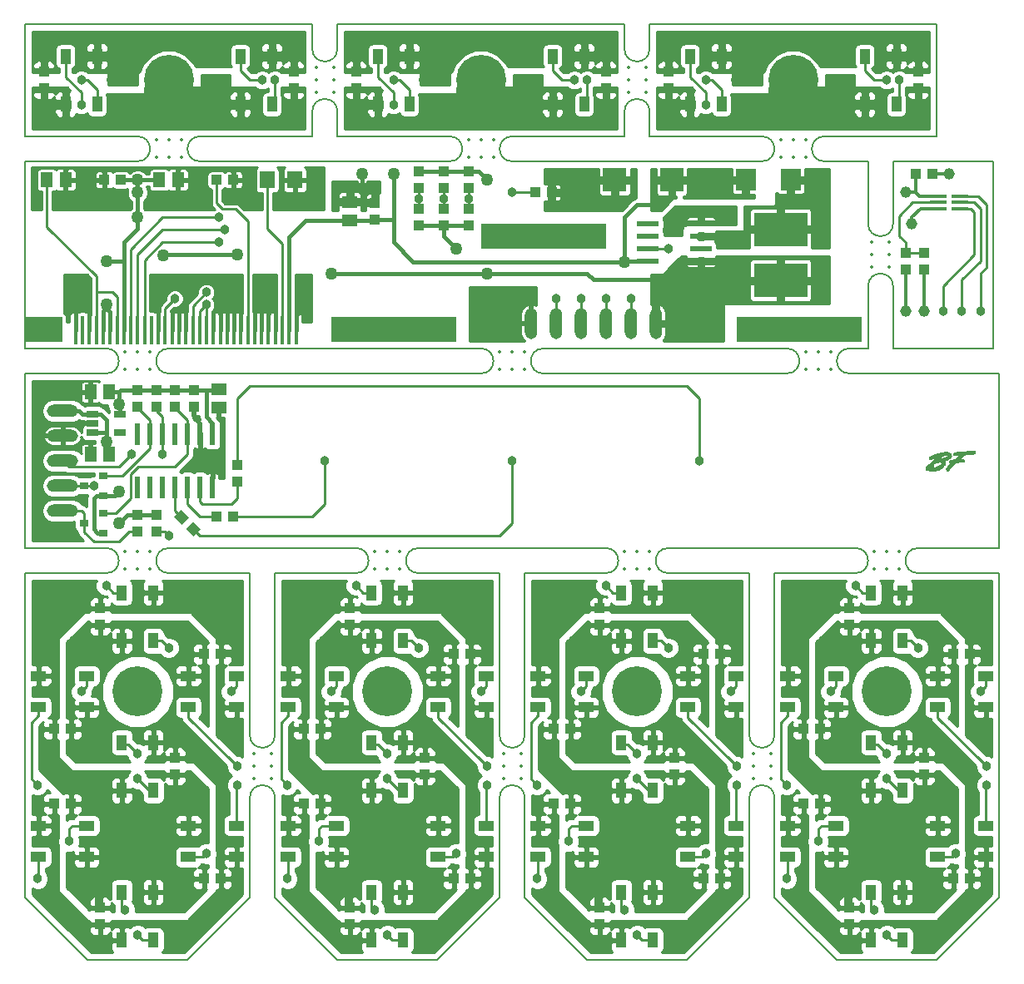
<source format=gtl>
G04 #@! TF.FileFunction,Copper,L1,Top,Signal*
%FSLAX46Y46*%
G04 Gerber Fmt 4.6, Leading zero omitted, Abs format (unit mm)*
G04 Created by KiCad (PCBNEW (2016-05-03 BZR 6266)-product) date Thu Jul 21 04:02:18 2016*
%MOMM*%
%LPD*%
G01*
G04 APERTURE LIST*
%ADD10C,0.350000*%
%ADD11C,0.150000*%
%ADD12C,0.050000*%
%ADD13R,1.000000X1.500000*%
%ADD14C,5.080000*%
%ADD15C,1.016000*%
%ADD16R,1.000000X1.100000*%
%ADD17R,1.100000X1.000000*%
%ADD18R,1.500000X1.000000*%
%ADD19O,3.175000X1.270000*%
%ADD20R,1.500000X1.300000*%
%ADD21R,1.200000X0.650000*%
%ADD22R,1.300000X1.500000*%
%ADD23R,0.900000X0.800000*%
%ADD24R,0.600000X2.200000*%
%ADD25O,1.270000X3.175000*%
%ADD26R,0.400000X3.000000*%
%ADD27R,1.600000X1.800000*%
%ADD28R,2.200000X0.600000*%
%ADD29R,12.700000X2.540000*%
%ADD30R,5.500000X3.500000*%
%ADD31R,2.032000X2.184400*%
%ADD32R,2.400000X2.400000*%
%ADD33C,1.270000*%
%ADD34R,3.810000X2.540000*%
%ADD35R,1.700000X0.350000*%
%ADD36C,1.168400*%
%ADD37C,0.965200*%
%ADD38C,0.406400*%
%ADD39C,0.304800*%
%ADD40C,0.254000*%
%ADD41C,0.350000*%
G04 APERTURE END LIST*
D10*
D11*
X151130000Y-107315000D02*
X142875000Y-107315000D01*
X155575000Y-51435000D02*
X155575000Y-53975000D01*
X153035000Y-51435000D02*
X153035000Y-53975000D01*
X135255000Y-62865000D02*
X123825000Y-62865000D01*
X153035000Y-62865000D02*
X141605000Y-62865000D01*
X153035000Y-60325000D02*
X153035000Y-62865000D01*
X155575000Y-62865000D02*
X155575000Y-60325000D01*
X167005000Y-62865000D02*
X155575000Y-62865000D01*
X184785000Y-62865000D02*
X173355000Y-62865000D01*
X123825000Y-53975000D02*
X123825000Y-51435000D01*
X121285000Y-53975000D02*
X121285000Y-51435000D01*
X123825000Y-60325000D02*
X123825000Y-62865000D01*
X121285000Y-62865000D02*
X121285000Y-60325000D01*
X109855000Y-62865000D02*
X121285000Y-62865000D01*
X92075000Y-62865000D02*
X103505000Y-62865000D01*
X173355000Y-65405000D02*
X177800000Y-65405000D01*
X167005000Y-65405000D02*
X141605000Y-65405000D01*
X109855000Y-65405000D02*
X135255000Y-65405000D01*
X92075000Y-65405000D02*
X103505000Y-65405000D01*
X123825000Y-60325000D02*
G75*
G03X121285000Y-60325000I-1270000J0D01*
G01*
X121285000Y-53975000D02*
G75*
G03X123825000Y-53975000I1270000J0D01*
G01*
X153035000Y-53975000D02*
G75*
G03X155575000Y-53975000I1270000J0D01*
G01*
X155575000Y-60325000D02*
G75*
G03X153035000Y-60325000I-1270000J0D01*
G01*
X173355000Y-62865000D02*
G75*
G03X173355000Y-65405000I0J-1270000D01*
G01*
X167005000Y-65405000D02*
G75*
G03X167005000Y-62865000I0J1270000D01*
G01*
X141605000Y-62865000D02*
G75*
G03X141605000Y-65405000I0J-1270000D01*
G01*
X135255000Y-65405000D02*
G75*
G03X135255000Y-62865000I0J1270000D01*
G01*
X109855000Y-62865000D02*
G75*
G03X109855000Y-65405000I0J-1270000D01*
G01*
X103505000Y-65405000D02*
G75*
G03X103505000Y-62865000I0J1270000D01*
G01*
X180340000Y-78105000D02*
G75*
G03X177800000Y-78105000I-1270000J0D01*
G01*
X177800000Y-71755000D02*
G75*
G03X180340000Y-71755000I1270000J0D01*
G01*
X177800000Y-65405000D02*
X177800000Y-71755000D01*
X180340000Y-71755000D02*
X180340000Y-65405000D01*
X180340000Y-78105000D02*
X180340000Y-84455000D01*
X177800000Y-84455000D02*
X177800000Y-78105000D01*
X100330000Y-86995000D02*
G75*
G03X100330000Y-84455000I0J1270000D01*
G01*
X106680000Y-84455000D02*
G75*
G03X106680000Y-86995000I0J-1270000D01*
G01*
X138430000Y-86995000D02*
G75*
G03X138430000Y-84455000I0J1270000D01*
G01*
X144780000Y-84455000D02*
G75*
G03X144780000Y-86995000I0J-1270000D01*
G01*
X169545000Y-86995000D02*
G75*
G03X169545000Y-84455000I0J1270000D01*
G01*
X175895000Y-84455000D02*
G75*
G03X175895000Y-86995000I0J-1270000D01*
G01*
X175895000Y-84455000D02*
X177800000Y-84455000D01*
X144780000Y-84455000D02*
X169545000Y-84455000D01*
X106680000Y-84455000D02*
X138430000Y-84455000D01*
X92075000Y-84455000D02*
X100330000Y-84455000D01*
X175895000Y-86995000D02*
X191135000Y-86995000D01*
X144780000Y-86995000D02*
X169545000Y-86995000D01*
X106680000Y-86995000D02*
X138430000Y-86995000D01*
X92075000Y-86995000D02*
X100330000Y-86995000D01*
X100330000Y-107315000D02*
X92075000Y-107315000D01*
X114935000Y-107315000D02*
X106680000Y-107315000D01*
X125730000Y-107315000D02*
X117475000Y-107315000D01*
X140335000Y-107315000D02*
X132080000Y-107315000D01*
X165735000Y-107315000D02*
X157480000Y-107315000D01*
X100330000Y-104775000D02*
X92075000Y-104775000D01*
X125730000Y-104775000D02*
X106680000Y-104775000D01*
X151130000Y-104775000D02*
X132080000Y-104775000D01*
X176530000Y-104775000D02*
X157480000Y-104775000D01*
X176530000Y-107315000D02*
X168275000Y-107315000D01*
X182880000Y-107315000D02*
X191135000Y-107315000D01*
X191135000Y-104775000D02*
X182880000Y-104775000D01*
X182880000Y-104775000D02*
G75*
G03X182880000Y-107315000I0J-1270000D01*
G01*
X176530000Y-107315000D02*
G75*
G03X176530000Y-104775000I0J1270000D01*
G01*
X157480000Y-104775000D02*
G75*
G03X157480000Y-107315000I0J-1270000D01*
G01*
X151130000Y-107315000D02*
G75*
G03X151130000Y-104775000I0J1270000D01*
G01*
X132080000Y-104775000D02*
G75*
G03X132080000Y-107315000I0J-1270000D01*
G01*
X125730000Y-107315000D02*
G75*
G03X125730000Y-104775000I0J1270000D01*
G01*
X100330000Y-107315000D02*
G75*
G03X100330000Y-104775000I0J1270000D01*
G01*
X106680000Y-104775000D02*
G75*
G03X106680000Y-107315000I0J-1270000D01*
G01*
X140335000Y-123825000D02*
G75*
G03X142875000Y-123825000I1270000J0D01*
G01*
X165735000Y-123825000D02*
G75*
G03X168275000Y-123825000I1270000J0D01*
G01*
X168275000Y-130175000D02*
G75*
G03X165735000Y-130175000I-1270000J0D01*
G01*
X142875000Y-130175000D02*
G75*
G03X140335000Y-130175000I-1270000J0D01*
G01*
X117475000Y-130175000D02*
G75*
G03X114935000Y-130175000I-1270000J0D01*
G01*
X114935000Y-123825000D02*
G75*
G03X117475000Y-123825000I1270000J0D01*
G01*
X140335000Y-107315000D02*
X140335000Y-123825000D01*
X142875000Y-123825000D02*
X142875000Y-107315000D01*
X165735000Y-107315000D02*
X165735000Y-123825000D01*
X168275000Y-123825000D02*
X168275000Y-107315000D01*
X168275000Y-130175000D02*
X168275000Y-140335000D01*
X165735000Y-140335000D02*
X165735000Y-130175000D01*
X142875000Y-140335000D02*
X142875000Y-130175000D01*
X140335000Y-130175000D02*
X140335000Y-140335000D01*
X117475000Y-107315000D02*
X117475000Y-123825000D01*
X114935000Y-123825000D02*
X114935000Y-107315000D01*
X117475000Y-130175000D02*
X117475000Y-140335000D01*
X114935000Y-140335000D02*
X114935000Y-130175000D01*
X184785000Y-62865000D02*
X184785000Y-51435000D01*
X184785000Y-51435000D02*
X155575000Y-51435000D01*
X121285000Y-51435000D02*
X92075000Y-51435000D01*
X92075000Y-51435000D02*
X92075000Y-62865000D01*
X142875000Y-140335000D02*
X149225000Y-146685000D01*
X165735000Y-140335000D02*
X159385000Y-146685000D01*
X159385000Y-146685000D02*
X149225000Y-146685000D01*
X191135000Y-107315000D02*
X191135000Y-140335000D01*
X184785000Y-146685000D02*
X174625000Y-146685000D01*
X191135000Y-140335000D02*
X184785000Y-146685000D01*
X168275000Y-140335000D02*
X174625000Y-146685000D01*
X117475000Y-140335000D02*
X123825000Y-146685000D01*
X140335000Y-140335000D02*
X133985000Y-146685000D01*
X133985000Y-146685000D02*
X123825000Y-146685000D01*
X92075000Y-86995000D02*
X92075000Y-104775000D01*
X191135000Y-104775000D02*
X191135000Y-86995000D01*
X92075000Y-140335000D02*
X92075000Y-107315000D01*
X108585000Y-146685000D02*
X98425000Y-146685000D01*
X114935000Y-140335000D02*
X108585000Y-146685000D01*
X92075000Y-140335000D02*
X98425000Y-146685000D01*
X92075000Y-84455000D02*
X92075000Y-65405000D01*
X190500000Y-65405000D02*
X180340000Y-65405000D01*
X190500000Y-84455000D02*
X190500000Y-65405000D01*
X180340000Y-84455000D02*
X190500000Y-84455000D01*
X153035000Y-51435000D02*
X123825000Y-51435000D01*
D12*
G36*
X186256040Y-95359621D02*
X186252773Y-95422702D01*
X186240688Y-95477055D01*
X186235484Y-95490139D01*
X186197676Y-95550455D01*
X186139798Y-95610196D01*
X186062948Y-95668658D01*
X185974707Y-95721271D01*
X185974707Y-95337752D01*
X185948708Y-95323350D01*
X185914655Y-95312208D01*
X185862853Y-95305530D01*
X185796223Y-95303220D01*
X185717683Y-95305180D01*
X185630154Y-95311313D01*
X185536556Y-95321522D01*
X185439810Y-95335709D01*
X185406770Y-95341412D01*
X185362671Y-95349635D01*
X185335400Y-95356305D01*
X185320918Y-95363422D01*
X185315186Y-95372984D01*
X185314166Y-95386990D01*
X185314166Y-95387255D01*
X185312226Y-95405082D01*
X185305044Y-95423222D01*
X185290574Y-95443999D01*
X185266773Y-95469734D01*
X185231597Y-95502749D01*
X185183001Y-95545366D01*
X185150518Y-95573140D01*
X185108160Y-95609364D01*
X185072180Y-95640514D01*
X185045365Y-95664149D01*
X185030499Y-95677825D01*
X185028416Y-95680185D01*
X185034593Y-95681244D01*
X185054143Y-95678377D01*
X185088596Y-95671254D01*
X185139483Y-95659545D01*
X185208333Y-95642918D01*
X185261250Y-95629862D01*
X185388293Y-95596206D01*
X185508688Y-95560158D01*
X185620127Y-95522607D01*
X185720304Y-95484443D01*
X185806913Y-95446556D01*
X185877648Y-95409836D01*
X185930203Y-95375172D01*
X185938124Y-95368738D01*
X185974707Y-95337752D01*
X185974707Y-95721271D01*
X185968224Y-95725137D01*
X185856721Y-95778931D01*
X185729537Y-95829336D01*
X185679291Y-95846795D01*
X185639008Y-95860314D01*
X185605952Y-95871422D01*
X185585654Y-95878259D01*
X185582745Y-95879246D01*
X185580714Y-95890402D01*
X185589454Y-95917240D01*
X185606558Y-95954215D01*
X185626281Y-95996647D01*
X185637132Y-96031495D01*
X185641595Y-96069037D01*
X185642250Y-96101810D01*
X185636959Y-96165170D01*
X185619985Y-96225242D01*
X185589674Y-96285113D01*
X185544374Y-96347871D01*
X185482429Y-96416605D01*
X185463396Y-96435833D01*
X185353821Y-96532720D01*
X185335333Y-96545988D01*
X185335333Y-96083098D01*
X185325307Y-96065399D01*
X185297417Y-96049288D01*
X185254948Y-96035436D01*
X185201182Y-96024517D01*
X185139403Y-96017202D01*
X185072894Y-96014165D01*
X185007250Y-96015922D01*
X184852344Y-96033033D01*
X184694916Y-96063531D01*
X184667400Y-96070254D01*
X184633124Y-96080111D01*
X184605065Y-96092165D01*
X184577576Y-96109888D01*
X184545014Y-96136748D01*
X184515035Y-96163900D01*
X184432644Y-96239879D01*
X184450072Y-96273580D01*
X184464435Y-96317595D01*
X184466768Y-96365097D01*
X184457296Y-96407933D01*
X184445765Y-96428359D01*
X184420754Y-96449434D01*
X184386703Y-96465911D01*
X184379619Y-96468088D01*
X184317216Y-96485880D01*
X184270734Y-96501322D01*
X184235360Y-96516326D01*
X184206281Y-96532803D01*
X184192113Y-96542542D01*
X184168551Y-96561742D01*
X184155693Y-96576524D01*
X184155043Y-96581633D01*
X184172225Y-96590534D01*
X184203102Y-96599959D01*
X184240325Y-96608145D01*
X184276546Y-96613326D01*
X184290675Y-96614210D01*
X184321109Y-96612534D01*
X184363345Y-96607144D01*
X184408581Y-96599179D01*
X184411450Y-96598593D01*
X184512463Y-96572468D01*
X184624426Y-96534312D01*
X184742547Y-96486240D01*
X184862031Y-96430365D01*
X184978084Y-96368804D01*
X185085912Y-96303671D01*
X185098219Y-96295617D01*
X185151913Y-96258197D01*
X185203641Y-96218608D01*
X185250539Y-96179417D01*
X185289745Y-96143192D01*
X185318393Y-96112497D01*
X185333622Y-96089901D01*
X185335333Y-96083098D01*
X185335333Y-96545988D01*
X185227022Y-96623723D01*
X185086547Y-96707044D01*
X184935939Y-96780884D01*
X184778746Y-96843444D01*
X184618512Y-96892926D01*
X184514412Y-96917224D01*
X184433172Y-96930782D01*
X184350719Y-96939361D01*
X184271890Y-96942822D01*
X184201520Y-96941025D01*
X184144446Y-96933830D01*
X184123541Y-96928529D01*
X184065389Y-96906023D01*
X184010436Y-96874943D01*
X183967042Y-96843960D01*
X183918849Y-96807174D01*
X183878320Y-96828319D01*
X183826130Y-96844997D01*
X183774543Y-96842970D01*
X183727005Y-96824507D01*
X183686959Y-96791878D01*
X183657849Y-96747353D01*
X183643120Y-96693202D01*
X183642000Y-96672582D01*
X183644091Y-96634267D01*
X183649404Y-96600160D01*
X183652932Y-96587873D01*
X183667967Y-96561391D01*
X183697149Y-96522205D01*
X183738963Y-96471853D01*
X183791899Y-96411874D01*
X183854443Y-96343805D01*
X183925082Y-96269185D01*
X184002305Y-96189552D01*
X184084599Y-96106443D01*
X184170451Y-96021399D01*
X184258349Y-95935956D01*
X184346780Y-95851652D01*
X184434232Y-95770027D01*
X184519192Y-95692617D01*
X184600149Y-95620963D01*
X184623838Y-95600466D01*
X184658692Y-95570179D01*
X184686166Y-95545712D01*
X184703194Y-95529836D01*
X184707163Y-95525166D01*
X184696175Y-95528410D01*
X184668886Y-95537321D01*
X184629008Y-95550663D01*
X184580249Y-95567204D01*
X184561809Y-95573508D01*
X184449539Y-95614052D01*
X184358138Y-95651625D01*
X184287631Y-95686213D01*
X184238045Y-95717806D01*
X184228026Y-95726014D01*
X184184687Y-95751517D01*
X184137466Y-95758521D01*
X184090645Y-95748060D01*
X184048505Y-95721163D01*
X184015328Y-95678863D01*
X184012843Y-95674170D01*
X183994915Y-95617230D01*
X183996654Y-95559038D01*
X184017248Y-95503691D01*
X184055883Y-95455282D01*
X184056365Y-95454840D01*
X184086724Y-95432831D01*
X184134220Y-95405667D01*
X184195839Y-95374662D01*
X184268564Y-95341132D01*
X184349380Y-95306391D01*
X184435271Y-95271756D01*
X184523222Y-95238540D01*
X184610217Y-95208059D01*
X184658000Y-95192482D01*
X184779010Y-95156365D01*
X184906035Y-95122359D01*
X185036384Y-95090927D01*
X185167367Y-95062535D01*
X185296293Y-95037643D01*
X185420472Y-95016717D01*
X185537213Y-95000219D01*
X185643825Y-94988613D01*
X185737618Y-94982361D01*
X185815901Y-94981928D01*
X185860543Y-94985400D01*
X185960958Y-95006482D01*
X186049679Y-95041789D01*
X186124976Y-95090146D01*
X186185115Y-95150379D01*
X186228363Y-95221315D01*
X186236050Y-95239839D01*
X186250472Y-95295953D01*
X186256040Y-95359621D01*
X186256040Y-95359621D01*
X186256040Y-95359621D01*
G37*
X186256040Y-95359621D02*
X186252773Y-95422702D01*
X186240688Y-95477055D01*
X186235484Y-95490139D01*
X186197676Y-95550455D01*
X186139798Y-95610196D01*
X186062948Y-95668658D01*
X185974707Y-95721271D01*
X185974707Y-95337752D01*
X185948708Y-95323350D01*
X185914655Y-95312208D01*
X185862853Y-95305530D01*
X185796223Y-95303220D01*
X185717683Y-95305180D01*
X185630154Y-95311313D01*
X185536556Y-95321522D01*
X185439810Y-95335709D01*
X185406770Y-95341412D01*
X185362671Y-95349635D01*
X185335400Y-95356305D01*
X185320918Y-95363422D01*
X185315186Y-95372984D01*
X185314166Y-95386990D01*
X185314166Y-95387255D01*
X185312226Y-95405082D01*
X185305044Y-95423222D01*
X185290574Y-95443999D01*
X185266773Y-95469734D01*
X185231597Y-95502749D01*
X185183001Y-95545366D01*
X185150518Y-95573140D01*
X185108160Y-95609364D01*
X185072180Y-95640514D01*
X185045365Y-95664149D01*
X185030499Y-95677825D01*
X185028416Y-95680185D01*
X185034593Y-95681244D01*
X185054143Y-95678377D01*
X185088596Y-95671254D01*
X185139483Y-95659545D01*
X185208333Y-95642918D01*
X185261250Y-95629862D01*
X185388293Y-95596206D01*
X185508688Y-95560158D01*
X185620127Y-95522607D01*
X185720304Y-95484443D01*
X185806913Y-95446556D01*
X185877648Y-95409836D01*
X185930203Y-95375172D01*
X185938124Y-95368738D01*
X185974707Y-95337752D01*
X185974707Y-95721271D01*
X185968224Y-95725137D01*
X185856721Y-95778931D01*
X185729537Y-95829336D01*
X185679291Y-95846795D01*
X185639008Y-95860314D01*
X185605952Y-95871422D01*
X185585654Y-95878259D01*
X185582745Y-95879246D01*
X185580714Y-95890402D01*
X185589454Y-95917240D01*
X185606558Y-95954215D01*
X185626281Y-95996647D01*
X185637132Y-96031495D01*
X185641595Y-96069037D01*
X185642250Y-96101810D01*
X185636959Y-96165170D01*
X185619985Y-96225242D01*
X185589674Y-96285113D01*
X185544374Y-96347871D01*
X185482429Y-96416605D01*
X185463396Y-96435833D01*
X185353821Y-96532720D01*
X185335333Y-96545988D01*
X185335333Y-96083098D01*
X185325307Y-96065399D01*
X185297417Y-96049288D01*
X185254948Y-96035436D01*
X185201182Y-96024517D01*
X185139403Y-96017202D01*
X185072894Y-96014165D01*
X185007250Y-96015922D01*
X184852344Y-96033033D01*
X184694916Y-96063531D01*
X184667400Y-96070254D01*
X184633124Y-96080111D01*
X184605065Y-96092165D01*
X184577576Y-96109888D01*
X184545014Y-96136748D01*
X184515035Y-96163900D01*
X184432644Y-96239879D01*
X184450072Y-96273580D01*
X184464435Y-96317595D01*
X184466768Y-96365097D01*
X184457296Y-96407933D01*
X184445765Y-96428359D01*
X184420754Y-96449434D01*
X184386703Y-96465911D01*
X184379619Y-96468088D01*
X184317216Y-96485880D01*
X184270734Y-96501322D01*
X184235360Y-96516326D01*
X184206281Y-96532803D01*
X184192113Y-96542542D01*
X184168551Y-96561742D01*
X184155693Y-96576524D01*
X184155043Y-96581633D01*
X184172225Y-96590534D01*
X184203102Y-96599959D01*
X184240325Y-96608145D01*
X184276546Y-96613326D01*
X184290675Y-96614210D01*
X184321109Y-96612534D01*
X184363345Y-96607144D01*
X184408581Y-96599179D01*
X184411450Y-96598593D01*
X184512463Y-96572468D01*
X184624426Y-96534312D01*
X184742547Y-96486240D01*
X184862031Y-96430365D01*
X184978084Y-96368804D01*
X185085912Y-96303671D01*
X185098219Y-96295617D01*
X185151913Y-96258197D01*
X185203641Y-96218608D01*
X185250539Y-96179417D01*
X185289745Y-96143192D01*
X185318393Y-96112497D01*
X185333622Y-96089901D01*
X185335333Y-96083098D01*
X185335333Y-96545988D01*
X185227022Y-96623723D01*
X185086547Y-96707044D01*
X184935939Y-96780884D01*
X184778746Y-96843444D01*
X184618512Y-96892926D01*
X184514412Y-96917224D01*
X184433172Y-96930782D01*
X184350719Y-96939361D01*
X184271890Y-96942822D01*
X184201520Y-96941025D01*
X184144446Y-96933830D01*
X184123541Y-96928529D01*
X184065389Y-96906023D01*
X184010436Y-96874943D01*
X183967042Y-96843960D01*
X183918849Y-96807174D01*
X183878320Y-96828319D01*
X183826130Y-96844997D01*
X183774543Y-96842970D01*
X183727005Y-96824507D01*
X183686959Y-96791878D01*
X183657849Y-96747353D01*
X183643120Y-96693202D01*
X183642000Y-96672582D01*
X183644091Y-96634267D01*
X183649404Y-96600160D01*
X183652932Y-96587873D01*
X183667967Y-96561391D01*
X183697149Y-96522205D01*
X183738963Y-96471853D01*
X183791899Y-96411874D01*
X183854443Y-96343805D01*
X183925082Y-96269185D01*
X184002305Y-96189552D01*
X184084599Y-96106443D01*
X184170451Y-96021399D01*
X184258349Y-95935956D01*
X184346780Y-95851652D01*
X184434232Y-95770027D01*
X184519192Y-95692617D01*
X184600149Y-95620963D01*
X184623838Y-95600466D01*
X184658692Y-95570179D01*
X184686166Y-95545712D01*
X184703194Y-95529836D01*
X184707163Y-95525166D01*
X184696175Y-95528410D01*
X184668886Y-95537321D01*
X184629008Y-95550663D01*
X184580249Y-95567204D01*
X184561809Y-95573508D01*
X184449539Y-95614052D01*
X184358138Y-95651625D01*
X184287631Y-95686213D01*
X184238045Y-95717806D01*
X184228026Y-95726014D01*
X184184687Y-95751517D01*
X184137466Y-95758521D01*
X184090645Y-95748060D01*
X184048505Y-95721163D01*
X184015328Y-95678863D01*
X184012843Y-95674170D01*
X183994915Y-95617230D01*
X183996654Y-95559038D01*
X184017248Y-95503691D01*
X184055883Y-95455282D01*
X184056365Y-95454840D01*
X184086724Y-95432831D01*
X184134220Y-95405667D01*
X184195839Y-95374662D01*
X184268564Y-95341132D01*
X184349380Y-95306391D01*
X184435271Y-95271756D01*
X184523222Y-95238540D01*
X184610217Y-95208059D01*
X184658000Y-95192482D01*
X184779010Y-95156365D01*
X184906035Y-95122359D01*
X185036384Y-95090927D01*
X185167367Y-95062535D01*
X185296293Y-95037643D01*
X185420472Y-95016717D01*
X185537213Y-95000219D01*
X185643825Y-94988613D01*
X185737618Y-94982361D01*
X185815901Y-94981928D01*
X185860543Y-94985400D01*
X185960958Y-95006482D01*
X186049679Y-95041789D01*
X186124976Y-95090146D01*
X186185115Y-95150379D01*
X186228363Y-95221315D01*
X186236050Y-95239839D01*
X186250472Y-95295953D01*
X186256040Y-95359621D01*
X186256040Y-95359621D01*
G36*
X188679583Y-95003697D02*
X188673048Y-95051163D01*
X188655308Y-95097653D01*
X188627425Y-95137663D01*
X188611479Y-95152383D01*
X188599276Y-95160181D01*
X188583018Y-95166114D01*
X188559353Y-95170632D01*
X188524933Y-95174185D01*
X188476409Y-95177224D01*
X188410432Y-95180199D01*
X188402163Y-95180533D01*
X188336217Y-95183385D01*
X188255282Y-95187201D01*
X188165493Y-95191674D01*
X188072989Y-95196494D01*
X187983908Y-95201355D01*
X187954708Y-95203006D01*
X187881574Y-95207161D01*
X187815163Y-95210884D01*
X187758489Y-95214011D01*
X187714563Y-95216376D01*
X187686398Y-95217816D01*
X187677297Y-95218190D01*
X187664460Y-95224651D01*
X187639331Y-95242146D01*
X187605676Y-95267917D01*
X187571464Y-95295694D01*
X187540072Y-95322403D01*
X187499320Y-95357924D01*
X187451628Y-95400065D01*
X187399416Y-95446633D01*
X187345105Y-95495436D01*
X187291114Y-95544282D01*
X187239864Y-95590977D01*
X187193774Y-95633330D01*
X187155265Y-95669147D01*
X187126757Y-95696237D01*
X187110669Y-95712406D01*
X187108205Y-95715401D01*
X187115736Y-95718848D01*
X187141967Y-95720664D01*
X187184489Y-95720791D01*
X187240892Y-95719170D01*
X187248483Y-95718855D01*
X187321285Y-95716711D01*
X187377094Y-95717843D01*
X187419932Y-95722992D01*
X187453819Y-95732897D01*
X187482779Y-95748300D01*
X187506691Y-95766409D01*
X187540535Y-95804304D01*
X187564486Y-95849829D01*
X187576670Y-95897093D01*
X187575215Y-95940200D01*
X187568102Y-95959669D01*
X187560192Y-95972349D01*
X187549957Y-95982693D01*
X187535254Y-95990987D01*
X187513945Y-95997514D01*
X187483886Y-96002559D01*
X187442937Y-96006405D01*
X187388956Y-96009337D01*
X187319802Y-96011639D01*
X187233335Y-96013594D01*
X187150375Y-96015099D01*
X187065329Y-96016841D01*
X186986153Y-96019007D01*
X186915569Y-96021481D01*
X186856300Y-96024147D01*
X186811068Y-96026888D01*
X186782596Y-96029587D01*
X186774567Y-96031184D01*
X186757933Y-96042132D01*
X186728809Y-96066215D01*
X186689384Y-96101321D01*
X186641847Y-96145334D01*
X186588387Y-96196141D01*
X186531193Y-96251628D01*
X186472455Y-96309681D01*
X186414362Y-96368185D01*
X186359102Y-96425028D01*
X186308864Y-96478095D01*
X186285347Y-96503612D01*
X186200557Y-96599306D01*
X186130934Y-96683843D01*
X186074994Y-96759134D01*
X186031252Y-96827090D01*
X186023538Y-96840499D01*
X185989882Y-96890198D01*
X185955008Y-96919805D01*
X185916566Y-96930366D01*
X185872207Y-96922924D01*
X185853992Y-96915890D01*
X185800287Y-96883002D01*
X185759183Y-96835127D01*
X185745905Y-96811858D01*
X185732283Y-96772776D01*
X185730845Y-96730114D01*
X185742325Y-96681837D01*
X185767457Y-96625905D01*
X185806977Y-96560280D01*
X185861618Y-96482926D01*
X185867193Y-96475466D01*
X185897562Y-96435336D01*
X185924495Y-96400850D01*
X185951139Y-96368328D01*
X185980644Y-96334093D01*
X186016159Y-96294464D01*
X186060832Y-96245765D01*
X186100000Y-96203487D01*
X186172784Y-96125099D01*
X186134958Y-96112095D01*
X186096478Y-96095551D01*
X186072903Y-96074727D01*
X186058068Y-96043344D01*
X186054075Y-96029732D01*
X186047727Y-95980810D01*
X186052425Y-95930115D01*
X186066471Y-95883199D01*
X186088167Y-95845616D01*
X186115814Y-95822918D01*
X186117533Y-95822188D01*
X186136640Y-95817049D01*
X186172798Y-95809566D01*
X186222105Y-95800401D01*
X186280659Y-95790215D01*
X186344559Y-95779669D01*
X186409904Y-95769425D01*
X186472791Y-95760144D01*
X186526981Y-95752786D01*
X186543211Y-95750225D01*
X186558550Y-95745960D01*
X186575113Y-95738439D01*
X186595015Y-95726112D01*
X186620372Y-95707427D01*
X186653297Y-95680833D01*
X186695907Y-95644777D01*
X186750316Y-95597710D01*
X186813105Y-95542917D01*
X186874973Y-95488870D01*
X186933938Y-95437421D01*
X186987462Y-95390780D01*
X187033006Y-95351157D01*
X187068034Y-95320762D01*
X187090006Y-95301804D01*
X187091799Y-95300270D01*
X187114580Y-95279287D01*
X187126737Y-95264902D01*
X187126422Y-95260583D01*
X187112608Y-95261655D01*
X187081211Y-95264640D01*
X187035692Y-95269192D01*
X186979515Y-95274964D01*
X186916141Y-95281610D01*
X186911490Y-95282102D01*
X186829615Y-95291518D01*
X186764733Y-95300561D01*
X186718085Y-95309028D01*
X186690910Y-95316715D01*
X186686284Y-95319144D01*
X186662476Y-95327944D01*
X186626289Y-95333329D01*
X186586314Y-95334783D01*
X186551139Y-95331793D01*
X186537015Y-95328092D01*
X186514671Y-95309060D01*
X186498914Y-95275002D01*
X186490369Y-95231203D01*
X186489662Y-95182949D01*
X186497419Y-95135522D01*
X186510219Y-95101566D01*
X186529274Y-95071492D01*
X186550524Y-95047963D01*
X186556074Y-95043722D01*
X186578621Y-95035168D01*
X186620467Y-95025719D01*
X186679771Y-95015547D01*
X186754691Y-95004825D01*
X186843385Y-94993725D01*
X186944014Y-94982420D01*
X187054735Y-94971082D01*
X187173707Y-94959883D01*
X187299089Y-94948996D01*
X187429041Y-94938594D01*
X187561720Y-94928848D01*
X187695285Y-94919931D01*
X187827896Y-94912016D01*
X187957711Y-94905274D01*
X188082889Y-94899879D01*
X188098444Y-94899296D01*
X188224144Y-94895153D01*
X188330320Y-94892789D01*
X188418545Y-94892286D01*
X188490395Y-94893724D01*
X188547443Y-94897183D01*
X188591264Y-94902746D01*
X188623431Y-94910491D01*
X188645518Y-94920501D01*
X188654796Y-94927833D01*
X188673853Y-94960753D01*
X188679583Y-95003697D01*
X188679583Y-95003697D01*
X188679583Y-95003697D01*
G37*
X188679583Y-95003697D02*
X188673048Y-95051163D01*
X188655308Y-95097653D01*
X188627425Y-95137663D01*
X188611479Y-95152383D01*
X188599276Y-95160181D01*
X188583018Y-95166114D01*
X188559353Y-95170632D01*
X188524933Y-95174185D01*
X188476409Y-95177224D01*
X188410432Y-95180199D01*
X188402163Y-95180533D01*
X188336217Y-95183385D01*
X188255282Y-95187201D01*
X188165493Y-95191674D01*
X188072989Y-95196494D01*
X187983908Y-95201355D01*
X187954708Y-95203006D01*
X187881574Y-95207161D01*
X187815163Y-95210884D01*
X187758489Y-95214011D01*
X187714563Y-95216376D01*
X187686398Y-95217816D01*
X187677297Y-95218190D01*
X187664460Y-95224651D01*
X187639331Y-95242146D01*
X187605676Y-95267917D01*
X187571464Y-95295694D01*
X187540072Y-95322403D01*
X187499320Y-95357924D01*
X187451628Y-95400065D01*
X187399416Y-95446633D01*
X187345105Y-95495436D01*
X187291114Y-95544282D01*
X187239864Y-95590977D01*
X187193774Y-95633330D01*
X187155265Y-95669147D01*
X187126757Y-95696237D01*
X187110669Y-95712406D01*
X187108205Y-95715401D01*
X187115736Y-95718848D01*
X187141967Y-95720664D01*
X187184489Y-95720791D01*
X187240892Y-95719170D01*
X187248483Y-95718855D01*
X187321285Y-95716711D01*
X187377094Y-95717843D01*
X187419932Y-95722992D01*
X187453819Y-95732897D01*
X187482779Y-95748300D01*
X187506691Y-95766409D01*
X187540535Y-95804304D01*
X187564486Y-95849829D01*
X187576670Y-95897093D01*
X187575215Y-95940200D01*
X187568102Y-95959669D01*
X187560192Y-95972349D01*
X187549957Y-95982693D01*
X187535254Y-95990987D01*
X187513945Y-95997514D01*
X187483886Y-96002559D01*
X187442937Y-96006405D01*
X187388956Y-96009337D01*
X187319802Y-96011639D01*
X187233335Y-96013594D01*
X187150375Y-96015099D01*
X187065329Y-96016841D01*
X186986153Y-96019007D01*
X186915569Y-96021481D01*
X186856300Y-96024147D01*
X186811068Y-96026888D01*
X186782596Y-96029587D01*
X186774567Y-96031184D01*
X186757933Y-96042132D01*
X186728809Y-96066215D01*
X186689384Y-96101321D01*
X186641847Y-96145334D01*
X186588387Y-96196141D01*
X186531193Y-96251628D01*
X186472455Y-96309681D01*
X186414362Y-96368185D01*
X186359102Y-96425028D01*
X186308864Y-96478095D01*
X186285347Y-96503612D01*
X186200557Y-96599306D01*
X186130934Y-96683843D01*
X186074994Y-96759134D01*
X186031252Y-96827090D01*
X186023538Y-96840499D01*
X185989882Y-96890198D01*
X185955008Y-96919805D01*
X185916566Y-96930366D01*
X185872207Y-96922924D01*
X185853992Y-96915890D01*
X185800287Y-96883002D01*
X185759183Y-96835127D01*
X185745905Y-96811858D01*
X185732283Y-96772776D01*
X185730845Y-96730114D01*
X185742325Y-96681837D01*
X185767457Y-96625905D01*
X185806977Y-96560280D01*
X185861618Y-96482926D01*
X185867193Y-96475466D01*
X185897562Y-96435336D01*
X185924495Y-96400850D01*
X185951139Y-96368328D01*
X185980644Y-96334093D01*
X186016159Y-96294464D01*
X186060832Y-96245765D01*
X186100000Y-96203487D01*
X186172784Y-96125099D01*
X186134958Y-96112095D01*
X186096478Y-96095551D01*
X186072903Y-96074727D01*
X186058068Y-96043344D01*
X186054075Y-96029732D01*
X186047727Y-95980810D01*
X186052425Y-95930115D01*
X186066471Y-95883199D01*
X186088167Y-95845616D01*
X186115814Y-95822918D01*
X186117533Y-95822188D01*
X186136640Y-95817049D01*
X186172798Y-95809566D01*
X186222105Y-95800401D01*
X186280659Y-95790215D01*
X186344559Y-95779669D01*
X186409904Y-95769425D01*
X186472791Y-95760144D01*
X186526981Y-95752786D01*
X186543211Y-95750225D01*
X186558550Y-95745960D01*
X186575113Y-95738439D01*
X186595015Y-95726112D01*
X186620372Y-95707427D01*
X186653297Y-95680833D01*
X186695907Y-95644777D01*
X186750316Y-95597710D01*
X186813105Y-95542917D01*
X186874973Y-95488870D01*
X186933938Y-95437421D01*
X186987462Y-95390780D01*
X187033006Y-95351157D01*
X187068034Y-95320762D01*
X187090006Y-95301804D01*
X187091799Y-95300270D01*
X187114580Y-95279287D01*
X187126737Y-95264902D01*
X187126422Y-95260583D01*
X187112608Y-95261655D01*
X187081211Y-95264640D01*
X187035692Y-95269192D01*
X186979515Y-95274964D01*
X186916141Y-95281610D01*
X186911490Y-95282102D01*
X186829615Y-95291518D01*
X186764733Y-95300561D01*
X186718085Y-95309028D01*
X186690910Y-95316715D01*
X186686284Y-95319144D01*
X186662476Y-95327944D01*
X186626289Y-95333329D01*
X186586314Y-95334783D01*
X186551139Y-95331793D01*
X186537015Y-95328092D01*
X186514671Y-95309060D01*
X186498914Y-95275002D01*
X186490369Y-95231203D01*
X186489662Y-95182949D01*
X186497419Y-95135522D01*
X186510219Y-95101566D01*
X186529274Y-95071492D01*
X186550524Y-95047963D01*
X186556074Y-95043722D01*
X186578621Y-95035168D01*
X186620467Y-95025719D01*
X186679771Y-95015547D01*
X186754691Y-95004825D01*
X186843385Y-94993725D01*
X186944014Y-94982420D01*
X187054735Y-94971082D01*
X187173707Y-94959883D01*
X187299089Y-94948996D01*
X187429041Y-94938594D01*
X187561720Y-94928848D01*
X187695285Y-94919931D01*
X187827896Y-94912016D01*
X187957711Y-94905274D01*
X188082889Y-94899879D01*
X188098444Y-94899296D01*
X188224144Y-94895153D01*
X188330320Y-94892789D01*
X188418545Y-94892286D01*
X188490395Y-94893724D01*
X188547443Y-94897183D01*
X188591264Y-94902746D01*
X188623431Y-94910491D01*
X188645518Y-94920501D01*
X188654796Y-94927833D01*
X188673853Y-94960753D01*
X188679583Y-95003697D01*
X188679583Y-95003697D01*
D13*
X177470000Y-54700000D03*
X177470000Y-59600000D03*
X180670000Y-59600000D03*
X180670000Y-54700000D03*
D14*
X170180000Y-57150000D03*
D15*
X168275000Y-57150000D03*
X169227500Y-58799778D03*
X171132500Y-58799778D03*
X172085000Y-57150000D03*
X171132500Y-55500222D03*
X169227500Y-55500222D03*
D16*
X182880000Y-56300000D03*
X182880000Y-58000000D03*
X157480000Y-56300000D03*
X157480000Y-58000000D03*
D13*
X159690000Y-54700000D03*
X159690000Y-59600000D03*
X162890000Y-59600000D03*
X162890000Y-54700000D03*
X113970000Y-54700000D03*
X113970000Y-59600000D03*
X117170000Y-59600000D03*
X117170000Y-54700000D03*
D14*
X106680000Y-57150000D03*
D15*
X104775000Y-57150000D03*
X105727500Y-58799778D03*
X107632500Y-58799778D03*
X108585000Y-57150000D03*
X107632500Y-55500222D03*
X105727500Y-55500222D03*
D16*
X119380000Y-56300000D03*
X119380000Y-58000000D03*
X93980000Y-56300000D03*
X93980000Y-58000000D03*
D13*
X96190000Y-54700000D03*
X96190000Y-59600000D03*
X99390000Y-59600000D03*
X99390000Y-54700000D03*
D16*
X158115000Y-126150000D03*
X158115000Y-127850000D03*
D17*
X147535000Y-123190000D03*
X145835000Y-123190000D03*
X145835000Y-130810000D03*
X147535000Y-130810000D03*
D16*
X150495000Y-143090000D03*
X150495000Y-141390000D03*
D17*
X162775000Y-138430000D03*
X161075000Y-138430000D03*
X161075000Y-115570000D03*
X162775000Y-115570000D03*
D16*
X150495000Y-112610000D03*
X150495000Y-110910000D03*
D18*
X149135000Y-117780000D03*
X144235000Y-117780000D03*
X144235000Y-120980000D03*
X149135000Y-120980000D03*
X159475000Y-120980000D03*
X164375000Y-120980000D03*
X164375000Y-117780000D03*
X159475000Y-117780000D03*
D14*
X154305000Y-119380000D03*
D15*
X154305000Y-117475000D03*
X152655222Y-118427500D03*
X152655222Y-120332500D03*
X154305000Y-121285000D03*
X155954778Y-120332500D03*
X155954778Y-118427500D03*
D13*
X155905000Y-114210000D03*
X155905000Y-109310000D03*
X152705000Y-109310000D03*
X152705000Y-114210000D03*
X152705000Y-124550000D03*
X152705000Y-129450000D03*
X155905000Y-129450000D03*
X155905000Y-124550000D03*
D14*
X154305000Y-134620000D03*
D15*
X154305000Y-132715000D03*
X152655222Y-133667500D03*
X152655222Y-135572500D03*
X154305000Y-136525000D03*
X155954778Y-135572500D03*
X155954778Y-133667500D03*
D18*
X144235000Y-136220000D03*
X149135000Y-136220000D03*
X149135000Y-133020000D03*
X144235000Y-133020000D03*
D13*
X155905000Y-144690000D03*
X155905000Y-139790000D03*
X152705000Y-139790000D03*
X152705000Y-144690000D03*
D18*
X164375000Y-133020000D03*
X159475000Y-133020000D03*
X159475000Y-136220000D03*
X164375000Y-136220000D03*
X189775000Y-133020000D03*
X184875000Y-133020000D03*
X184875000Y-136220000D03*
X189775000Y-136220000D03*
D13*
X181305000Y-144690000D03*
X181305000Y-139790000D03*
X178105000Y-139790000D03*
X178105000Y-144690000D03*
D18*
X169635000Y-136220000D03*
X174535000Y-136220000D03*
X174535000Y-133020000D03*
X169635000Y-133020000D03*
D14*
X179705000Y-134620000D03*
D15*
X179705000Y-132715000D03*
X178055222Y-133667500D03*
X178055222Y-135572500D03*
X179705000Y-136525000D03*
X181354778Y-135572500D03*
X181354778Y-133667500D03*
D13*
X178105000Y-124550000D03*
X178105000Y-129450000D03*
X181305000Y-129450000D03*
X181305000Y-124550000D03*
X181305000Y-114210000D03*
X181305000Y-109310000D03*
X178105000Y-109310000D03*
X178105000Y-114210000D03*
D14*
X179705000Y-119380000D03*
D15*
X179705000Y-117475000D03*
X178055222Y-118427500D03*
X178055222Y-120332500D03*
X179705000Y-121285000D03*
X181354778Y-120332500D03*
X181354778Y-118427500D03*
D18*
X184875000Y-120980000D03*
X189775000Y-120980000D03*
X189775000Y-117780000D03*
X184875000Y-117780000D03*
X174535000Y-117780000D03*
X169635000Y-117780000D03*
X169635000Y-120980000D03*
X174535000Y-120980000D03*
D16*
X175895000Y-112610000D03*
X175895000Y-110910000D03*
D17*
X186475000Y-115570000D03*
X188175000Y-115570000D03*
X188175000Y-138430000D03*
X186475000Y-138430000D03*
D16*
X175895000Y-143090000D03*
X175895000Y-141390000D03*
D17*
X171235000Y-130810000D03*
X172935000Y-130810000D03*
X172935000Y-123190000D03*
X171235000Y-123190000D03*
D16*
X183515000Y-126150000D03*
X183515000Y-127850000D03*
X132715000Y-126150000D03*
X132715000Y-127850000D03*
D17*
X122135000Y-123190000D03*
X120435000Y-123190000D03*
X120435000Y-130810000D03*
X122135000Y-130810000D03*
D16*
X125095000Y-143090000D03*
X125095000Y-141390000D03*
D17*
X137375000Y-138430000D03*
X135675000Y-138430000D03*
X135675000Y-115570000D03*
X137375000Y-115570000D03*
D16*
X125095000Y-112610000D03*
X125095000Y-110910000D03*
D18*
X123735000Y-117780000D03*
X118835000Y-117780000D03*
X118835000Y-120980000D03*
X123735000Y-120980000D03*
X134075000Y-120980000D03*
X138975000Y-120980000D03*
X138975000Y-117780000D03*
X134075000Y-117780000D03*
D14*
X128905000Y-119380000D03*
D15*
X128905000Y-117475000D03*
X127255222Y-118427500D03*
X127255222Y-120332500D03*
X128905000Y-121285000D03*
X130554778Y-120332500D03*
X130554778Y-118427500D03*
D13*
X130505000Y-114210000D03*
X130505000Y-109310000D03*
X127305000Y-109310000D03*
X127305000Y-114210000D03*
X127305000Y-124550000D03*
X127305000Y-129450000D03*
X130505000Y-129450000D03*
X130505000Y-124550000D03*
D14*
X128905000Y-134620000D03*
D15*
X128905000Y-132715000D03*
X127255222Y-133667500D03*
X127255222Y-135572500D03*
X128905000Y-136525000D03*
X130554778Y-135572500D03*
X130554778Y-133667500D03*
D18*
X118835000Y-136220000D03*
X123735000Y-136220000D03*
X123735000Y-133020000D03*
X118835000Y-133020000D03*
D13*
X130505000Y-144690000D03*
X130505000Y-139790000D03*
X127305000Y-139790000D03*
X127305000Y-144690000D03*
D18*
X138975000Y-133020000D03*
X134075000Y-133020000D03*
X134075000Y-136220000D03*
X138975000Y-136220000D03*
D19*
X95885000Y-100965000D03*
X95885000Y-98425000D03*
X95885000Y-95885000D03*
X95885000Y-90805000D03*
X95885000Y-93345000D03*
D20*
X111760000Y-88585000D03*
X111760000Y-90485000D03*
D16*
X109220000Y-88685000D03*
X109220000Y-90385000D03*
D21*
X98930000Y-91125000D03*
X98930000Y-92075000D03*
X98930000Y-93025000D03*
X101730000Y-93025000D03*
X101730000Y-91125000D03*
D22*
X98745000Y-95250000D03*
X100645000Y-95250000D03*
X98745000Y-88900000D03*
X100645000Y-88900000D03*
D23*
X100060000Y-103235000D03*
X100060000Y-101235000D03*
X98060000Y-102235000D03*
X100060000Y-99425000D03*
X100060000Y-97425000D03*
X98060000Y-98425000D03*
D16*
X103505000Y-103085000D03*
X103505000Y-101385000D03*
X105410000Y-88685000D03*
X105410000Y-90385000D03*
X105410000Y-103085000D03*
X105410000Y-101385000D03*
D17*
X111545000Y-101600000D03*
X113245000Y-101600000D03*
D10*
G36*
X107241497Y-101598604D02*
X107948604Y-100891497D01*
X108726421Y-101669314D01*
X108019314Y-102376421D01*
X107241497Y-101598604D01*
X107241497Y-101598604D01*
G37*
G36*
X108443579Y-102800686D02*
X109150686Y-102093579D01*
X109928503Y-102871396D01*
X109221396Y-103578503D01*
X108443579Y-102800686D01*
X108443579Y-102800686D01*
G37*
D16*
X113665000Y-98005000D03*
X113665000Y-96305000D03*
X107315000Y-90385000D03*
X107315000Y-88685000D03*
X103505000Y-90385000D03*
X103505000Y-88685000D03*
D24*
X109855000Y-93185000D03*
X109855000Y-98585000D03*
X111125000Y-93185000D03*
X108585000Y-93185000D03*
X107315000Y-93185000D03*
X111125000Y-98585000D03*
X108585000Y-98585000D03*
X107315000Y-98585000D03*
X106045000Y-93185000D03*
X104775000Y-93185000D03*
X103505000Y-93185000D03*
X106045000Y-98585000D03*
X104775000Y-98585000D03*
X103505000Y-98585000D03*
D18*
X113575000Y-133020000D03*
X108675000Y-133020000D03*
X108675000Y-136220000D03*
X113575000Y-136220000D03*
D13*
X105105000Y-144690000D03*
X105105000Y-139790000D03*
X101905000Y-139790000D03*
X101905000Y-144690000D03*
D18*
X93435000Y-136220000D03*
X98335000Y-136220000D03*
X98335000Y-133020000D03*
X93435000Y-133020000D03*
D14*
X103505000Y-134620000D03*
D15*
X103505000Y-132715000D03*
X101855222Y-133667500D03*
X101855222Y-135572500D03*
X103505000Y-136525000D03*
X105154778Y-135572500D03*
X105154778Y-133667500D03*
D13*
X101905000Y-124550000D03*
X101905000Y-129450000D03*
X105105000Y-129450000D03*
X105105000Y-124550000D03*
X105105000Y-114210000D03*
X105105000Y-109310000D03*
X101905000Y-109310000D03*
X101905000Y-114210000D03*
D14*
X103505000Y-119380000D03*
D15*
X103505000Y-117475000D03*
X101855222Y-118427500D03*
X101855222Y-120332500D03*
X103505000Y-121285000D03*
X105154778Y-120332500D03*
X105154778Y-118427500D03*
D18*
X108675000Y-120980000D03*
X113575000Y-120980000D03*
X113575000Y-117780000D03*
X108675000Y-117780000D03*
X98335000Y-117780000D03*
X93435000Y-117780000D03*
X93435000Y-120980000D03*
X98335000Y-120980000D03*
D16*
X99695000Y-112610000D03*
X99695000Y-110910000D03*
D17*
X110275000Y-115570000D03*
X111975000Y-115570000D03*
X111975000Y-138430000D03*
X110275000Y-138430000D03*
D16*
X99695000Y-143090000D03*
X99695000Y-141390000D03*
D17*
X95035000Y-130810000D03*
X96735000Y-130810000D03*
X96735000Y-123190000D03*
X95035000Y-123190000D03*
D16*
X107315000Y-126150000D03*
X107315000Y-127850000D03*
D25*
X156210000Y-81915000D03*
X153670000Y-81915000D03*
X151130000Y-81915000D03*
X148590000Y-81915000D03*
X146050000Y-81915000D03*
X143510000Y-81915000D03*
D26*
X107720000Y-82618000D03*
X107020000Y-82618000D03*
X106320000Y-82618000D03*
X105620000Y-82618000D03*
X104920000Y-82618000D03*
X104220000Y-82618000D03*
X103520000Y-82618000D03*
X102820000Y-82618000D03*
X102120000Y-82618000D03*
X101420000Y-82618000D03*
X100720000Y-82618000D03*
X100020000Y-82618000D03*
X99320000Y-82618000D03*
X98620000Y-82618000D03*
X97920000Y-82618000D03*
X117520000Y-82618000D03*
X116820000Y-82618000D03*
X116120000Y-82618000D03*
X115420000Y-82618000D03*
X114720000Y-82618000D03*
X114020000Y-82618000D03*
X113320000Y-82618000D03*
X112620000Y-82618000D03*
X111920000Y-82618000D03*
X111220000Y-82618000D03*
X110520000Y-82618000D03*
X109820000Y-82618000D03*
X109120000Y-82618000D03*
X108420000Y-82618000D03*
X118220000Y-82618000D03*
X118920000Y-82618000D03*
X119620000Y-82618000D03*
X97220000Y-82618000D03*
D27*
X116710000Y-67310000D03*
X119510000Y-67310000D03*
D22*
X96200000Y-67310000D03*
X94300000Y-67310000D03*
D17*
X100115000Y-67310000D03*
X101815000Y-67310000D03*
D16*
X132080000Y-66460000D03*
X132080000Y-68160000D03*
X132080000Y-70270000D03*
X132080000Y-71970000D03*
X134620000Y-66460000D03*
X134620000Y-68160000D03*
X134620000Y-70270000D03*
X134620000Y-71970000D03*
X137160000Y-66460000D03*
X137160000Y-68160000D03*
X137160000Y-70270000D03*
X137160000Y-71970000D03*
D28*
X160815000Y-74295000D03*
X155415000Y-74295000D03*
X160815000Y-75565000D03*
X160815000Y-73025000D03*
X160815000Y-71755000D03*
X155415000Y-75565000D03*
X155415000Y-73025000D03*
X155415000Y-71755000D03*
D29*
X170815000Y-82550000D03*
X129540000Y-82550000D03*
D20*
X125095000Y-71435000D03*
X125095000Y-69535000D03*
D22*
X105730000Y-67310000D03*
X107630000Y-67310000D03*
D16*
X127635000Y-69635000D03*
X127635000Y-71335000D03*
D17*
X111545000Y-67310000D03*
X113245000Y-67310000D03*
X145630000Y-68580000D03*
X143930000Y-68580000D03*
D29*
X144780000Y-73025000D03*
D30*
X168910000Y-77530000D03*
X168910000Y-72330000D03*
D31*
X169926000Y-67310000D03*
X165354000Y-67310000D03*
D32*
X157840000Y-67310000D03*
X152040000Y-67310000D03*
D33*
X129540000Y-66675000D03*
X126365000Y-66675000D03*
D34*
X93980000Y-82550000D03*
D35*
X184955000Y-69596000D03*
X187155000Y-69596000D03*
X187155000Y-68946000D03*
X184955000Y-68946000D03*
X184955000Y-70246000D03*
X187155000Y-70246000D03*
D17*
X182665000Y-66675000D03*
X184365000Y-66675000D03*
D16*
X181610000Y-74715000D03*
X181610000Y-76415000D03*
X183515000Y-76415000D03*
X183515000Y-74715000D03*
D13*
X127940000Y-54700000D03*
X127940000Y-59600000D03*
X131140000Y-59600000D03*
X131140000Y-54700000D03*
D16*
X125730000Y-56300000D03*
X125730000Y-58000000D03*
X151130000Y-56300000D03*
X151130000Y-58000000D03*
D14*
X138430000Y-57150000D03*
D15*
X136525000Y-57150000D03*
X137477500Y-58799778D03*
X139382500Y-58799778D03*
X140335000Y-57150000D03*
X139382500Y-55500222D03*
X137477500Y-55500222D03*
D13*
X145720000Y-54700000D03*
X145720000Y-59600000D03*
X148920000Y-59600000D03*
X148920000Y-54700000D03*
D33*
X164465000Y-57150000D03*
X166370000Y-57150000D03*
X167611646Y-54581646D03*
X167640000Y-53340000D03*
X168910000Y-53340000D03*
X100965000Y-57150000D03*
X102870000Y-57150000D03*
X104111646Y-54581646D03*
X104140000Y-53340000D03*
X105410000Y-53340000D03*
X148590000Y-144145000D03*
X147320000Y-142875000D03*
X146050000Y-141605000D03*
X144780000Y-140335000D03*
X149860000Y-145415000D03*
X163830000Y-140335000D03*
X162560000Y-141605000D03*
X161290000Y-142875000D03*
X160020000Y-144145000D03*
X158750000Y-145415000D03*
X150495000Y-114300000D03*
X149225000Y-114300000D03*
X147955000Y-114300000D03*
X147955000Y-115570000D03*
X149225000Y-115570000D03*
X150495000Y-115570000D03*
X157480000Y-124460000D03*
X157480000Y-123190000D03*
X158750000Y-124460000D03*
X149860000Y-125730000D03*
X149860000Y-124460000D03*
X151130000Y-125730000D03*
X151130000Y-124460000D03*
X151130000Y-123190000D03*
X176530000Y-123190000D03*
X176530000Y-124460000D03*
X176530000Y-125730000D03*
X175260000Y-124460000D03*
X175260000Y-125730000D03*
X184150000Y-124460000D03*
X182880000Y-123190000D03*
X182880000Y-124460000D03*
X175895000Y-115570000D03*
X174625000Y-115570000D03*
X173355000Y-115570000D03*
X173355000Y-114300000D03*
X174625000Y-114300000D03*
X175895000Y-114300000D03*
X184150000Y-145415000D03*
X185420000Y-144145000D03*
X186690000Y-142875000D03*
X187960000Y-141605000D03*
X189230000Y-140335000D03*
X175260000Y-145415000D03*
X170180000Y-140335000D03*
X171450000Y-141605000D03*
X172720000Y-142875000D03*
X173990000Y-144145000D03*
X123190000Y-144145000D03*
X121920000Y-142875000D03*
X120650000Y-141605000D03*
X119380000Y-140335000D03*
X124460000Y-145415000D03*
X138430000Y-140335000D03*
X137160000Y-141605000D03*
X135890000Y-142875000D03*
X134620000Y-144145000D03*
X133350000Y-145415000D03*
X125095000Y-114300000D03*
X123825000Y-114300000D03*
X122555000Y-114300000D03*
X122555000Y-115570000D03*
X123825000Y-115570000D03*
X125095000Y-115570000D03*
X132080000Y-124460000D03*
X132080000Y-123190000D03*
X133350000Y-124460000D03*
X124460000Y-125730000D03*
X124460000Y-124460000D03*
X125730000Y-125730000D03*
X125730000Y-124460000D03*
X125730000Y-123190000D03*
X100330000Y-93980000D03*
X101600000Y-102235000D03*
X100330000Y-123190000D03*
X100330000Y-124460000D03*
X100330000Y-125730000D03*
X99060000Y-124460000D03*
X99060000Y-125730000D03*
X107950000Y-124460000D03*
X106680000Y-123190000D03*
X106680000Y-124460000D03*
X99695000Y-115570000D03*
X98425000Y-115570000D03*
X97155000Y-115570000D03*
X97155000Y-114300000D03*
X98425000Y-114300000D03*
X99695000Y-114300000D03*
X107950000Y-145415000D03*
X109220000Y-144145000D03*
X110490000Y-142875000D03*
X111760000Y-141605000D03*
X113030000Y-140335000D03*
X99060000Y-145415000D03*
X93980000Y-140335000D03*
X95250000Y-141605000D03*
X96520000Y-142875000D03*
X97790000Y-144145000D03*
X100330000Y-75565000D03*
X139065000Y-76835000D03*
X103505000Y-71120000D03*
X106128421Y-75013421D03*
X113665000Y-74930000D03*
X123190000Y-76835000D03*
X158115000Y-78105000D03*
X160020000Y-78105000D03*
X160020000Y-80010000D03*
X158115000Y-80010000D03*
X139065000Y-67310000D03*
X165100000Y-79375000D03*
X165100000Y-75565000D03*
X165100000Y-77470000D03*
X172720000Y-79375000D03*
X172720000Y-75565000D03*
X172720000Y-77470000D03*
X103505000Y-68580000D03*
X103505000Y-67310000D03*
X100330000Y-80010000D03*
X137160000Y-53340000D03*
X135890000Y-53340000D03*
X135861646Y-54581646D03*
X134620000Y-57150000D03*
X132715000Y-57150000D03*
X175895000Y-57150000D03*
X173990000Y-57150000D03*
X172720000Y-59690000D03*
X172720000Y-60960000D03*
X171450000Y-60960000D03*
X112395000Y-57150000D03*
X110490000Y-57150000D03*
X109220000Y-59690000D03*
X109220000Y-60960000D03*
X107950000Y-60960000D03*
X164465000Y-115570000D03*
X164465000Y-114300000D03*
X164465000Y-113030000D03*
X163195000Y-113030000D03*
X144145000Y-115570000D03*
X144145000Y-114300000D03*
X144145000Y-113030000D03*
X145415000Y-113030000D03*
X158115000Y-108585000D03*
X159385000Y-108585000D03*
X159385000Y-109855000D03*
X158115000Y-109855000D03*
X150495000Y-139700000D03*
X150495000Y-138430000D03*
X149225000Y-138430000D03*
X149225000Y-139700000D03*
X158115000Y-139700000D03*
X159385000Y-139700000D03*
X159385000Y-138430000D03*
X158115000Y-138430000D03*
X151130000Y-130810000D03*
X151130000Y-129540000D03*
X151130000Y-128270000D03*
X149860000Y-128270000D03*
X149860000Y-129540000D03*
X175260000Y-129540000D03*
X175260000Y-128270000D03*
X176530000Y-128270000D03*
X176530000Y-129540000D03*
X176530000Y-130810000D03*
X183515000Y-138430000D03*
X184785000Y-138430000D03*
X184785000Y-139700000D03*
X183515000Y-139700000D03*
X174625000Y-139700000D03*
X174625000Y-138430000D03*
X175895000Y-138430000D03*
X175895000Y-139700000D03*
X183515000Y-109855000D03*
X184785000Y-109855000D03*
X184785000Y-108585000D03*
X183515000Y-108585000D03*
X170815000Y-113030000D03*
X169545000Y-113030000D03*
X169545000Y-114300000D03*
X169545000Y-115570000D03*
X188595000Y-113030000D03*
X189865000Y-113030000D03*
X189865000Y-114300000D03*
X189865000Y-115570000D03*
X139065000Y-115570000D03*
X139065000Y-114300000D03*
X139065000Y-113030000D03*
X137795000Y-113030000D03*
X118745000Y-115570000D03*
X118745000Y-114300000D03*
X118745000Y-113030000D03*
X120015000Y-113030000D03*
X132715000Y-108585000D03*
X133985000Y-108585000D03*
X133985000Y-109855000D03*
X132715000Y-109855000D03*
X125095000Y-139700000D03*
X125095000Y-138430000D03*
X123825000Y-138430000D03*
X123825000Y-139700000D03*
X132715000Y-139700000D03*
X133985000Y-139700000D03*
X133985000Y-138430000D03*
X132715000Y-138430000D03*
X125730000Y-130810000D03*
X125730000Y-129540000D03*
X125730000Y-128270000D03*
X124460000Y-128270000D03*
X124460000Y-129540000D03*
X109855000Y-95250000D03*
X95250000Y-88900000D03*
X96520000Y-88900000D03*
X93345000Y-92710000D03*
X93345000Y-93980000D03*
X111125000Y-96520000D03*
X99060000Y-129540000D03*
X99060000Y-128270000D03*
X100330000Y-128270000D03*
X100330000Y-129540000D03*
X100330000Y-130810000D03*
X107315000Y-138430000D03*
X108585000Y-138430000D03*
X108585000Y-139700000D03*
X107315000Y-139700000D03*
X98425000Y-139700000D03*
X98425000Y-138430000D03*
X99695000Y-138430000D03*
X99695000Y-139700000D03*
X107315000Y-109855000D03*
X108585000Y-109855000D03*
X108585000Y-108585000D03*
X107315000Y-108585000D03*
X94615000Y-113030000D03*
X93345000Y-113030000D03*
X93345000Y-114300000D03*
X93345000Y-115570000D03*
X112395000Y-113030000D03*
X113665000Y-113030000D03*
X113665000Y-114300000D03*
X113665000Y-115570000D03*
X116840000Y-80010000D03*
X116840000Y-78105000D03*
X120650000Y-78105000D03*
X120650000Y-80009986D03*
X135890000Y-74294990D03*
X142875000Y-78740000D03*
X137795000Y-80010000D03*
X109855000Y-69113387D03*
X139700000Y-80010000D03*
X141605000Y-80010000D03*
X163830000Y-70485000D03*
X161925000Y-70485000D03*
X160020000Y-70485000D03*
X158115000Y-71755000D03*
X127635000Y-67945000D03*
X125095000Y-67945000D03*
X149224984Y-68580000D03*
X147320000Y-68580000D03*
X147320000Y-66675000D03*
X149225000Y-66675000D03*
X121539000Y-67437000D03*
X121539000Y-69469000D03*
X119507000Y-69469000D03*
X113030000Y-69215000D03*
X114935000Y-69215000D03*
X106045000Y-69215000D03*
X107950000Y-69215000D03*
X114935000Y-67310000D03*
X109855000Y-67310000D03*
X96520000Y-69215000D03*
X100330000Y-69215000D03*
X98425000Y-69215000D03*
X98424992Y-67310000D03*
X107950000Y-77470000D03*
X106045000Y-77470000D03*
X97790000Y-77470000D03*
X97790000Y-79375000D03*
D36*
X182245000Y-71755000D03*
X186055000Y-66675000D03*
X183515000Y-80645000D03*
D33*
X139700000Y-60960000D03*
X140970000Y-60960000D03*
X140970000Y-59690000D03*
X142240000Y-57150000D03*
X144145000Y-57150000D03*
D37*
X180975000Y-57150000D03*
X161290000Y-59690008D03*
X117475000Y-57150000D03*
X97790000Y-59690008D03*
X157480000Y-114935000D03*
X163830000Y-119380000D03*
X189230000Y-119380000D03*
X182880000Y-114935000D03*
X132080000Y-114935000D03*
X138430000Y-119380000D03*
X113030000Y-119380000D03*
X106680000Y-114935000D03*
X129540000Y-59690008D03*
X149225000Y-57150000D03*
X161301565Y-57138393D03*
X97801565Y-57138393D03*
X151130000Y-108585000D03*
X176530000Y-108585000D03*
X125730000Y-108585000D03*
X100330000Y-108585000D03*
X129551565Y-57138393D03*
X164465000Y-127000000D03*
X161290000Y-135890000D03*
X186690000Y-135890000D03*
X189865000Y-127000000D03*
X139065000Y-127000000D03*
X135890000Y-135890000D03*
X110490000Y-135890000D03*
X113665000Y-127000000D03*
X153035000Y-141605000D03*
X164464978Y-128905000D03*
X189864978Y-128905000D03*
X178435000Y-141605000D03*
X127635000Y-141605000D03*
X139064978Y-128905000D03*
X113664978Y-128905000D03*
X102235000Y-141605000D03*
X147320000Y-134620000D03*
X154305000Y-144145000D03*
X179705000Y-144145000D03*
X172720000Y-134620000D03*
X121920000Y-134620000D03*
X128905000Y-144145000D03*
X103505000Y-144145000D03*
X96520000Y-134620000D03*
X144145000Y-128905000D03*
X144145000Y-138430000D03*
X169545000Y-138430000D03*
X169545000Y-128905000D03*
X118745000Y-128905000D03*
X118745000Y-138430000D03*
X93345000Y-138430000D03*
X93345000Y-128905000D03*
X154305000Y-128270000D03*
X148590000Y-119380000D03*
X173990000Y-119380000D03*
X179705000Y-128270000D03*
X128905000Y-128270000D03*
X123190000Y-119380000D03*
X97790000Y-119380000D03*
X103505000Y-128270000D03*
X179705000Y-57150000D03*
X116205000Y-57150000D03*
X154305000Y-125730000D03*
X179705000Y-125730000D03*
X128905000Y-125730000D03*
X103505000Y-125730000D03*
X147955000Y-57150000D03*
D33*
X101599980Y-99060000D03*
X101600000Y-90170000D03*
D36*
X181610000Y-68580000D03*
X181610000Y-80645000D03*
D37*
X122555000Y-95885000D03*
X141605000Y-95885000D03*
X160655000Y-95885000D03*
X102870000Y-95250000D03*
X106045000Y-95250000D03*
X106680000Y-103505000D03*
X99060000Y-98425000D03*
X189230000Y-80645000D03*
X185420000Y-80645000D03*
X153670000Y-79375000D03*
X110490000Y-80010000D03*
X151130000Y-79375000D03*
X110490000Y-78740000D03*
X148590000Y-79375000D03*
X107315000Y-79375000D03*
D33*
X161925000Y-68579984D03*
X161925000Y-66675000D03*
X160020000Y-66675000D03*
X153035000Y-75666603D03*
X160020000Y-68580000D03*
D37*
X111760000Y-73660000D03*
X137160000Y-69215000D03*
X112395000Y-72389986D03*
X134620000Y-69215000D03*
X111760012Y-71120000D03*
X132080000Y-69215000D03*
X146050000Y-79375016D03*
X157480012Y-74295000D03*
X141605000Y-68580000D03*
D33*
X165100000Y-73660000D03*
X163195000Y-73660000D03*
X172720000Y-73025000D03*
X172720000Y-71120000D03*
X172720000Y-69215000D03*
X172720000Y-67310000D03*
D37*
X187325000Y-80645000D03*
D38*
X164465000Y-57150000D02*
X166370000Y-57150000D01*
X167611646Y-53368354D02*
X167640000Y-53340000D01*
X167611646Y-54581646D02*
X167611646Y-53368354D01*
X100965000Y-57150000D02*
X102870000Y-57150000D01*
X104111646Y-53368354D02*
X104140000Y-53340000D01*
X104111646Y-54581646D02*
X104111646Y-53368354D01*
X149645000Y-143090000D02*
X148590000Y-144145000D01*
X150177500Y-143090000D02*
X149645000Y-143090000D01*
X147320000Y-142875000D02*
X146050000Y-141605000D01*
X162775000Y-139280000D02*
X163830000Y-140335000D01*
X162775000Y-138747500D02*
X162775000Y-139280000D01*
X162560000Y-141605000D02*
X161290000Y-142875000D01*
X160020000Y-144145000D02*
X158750000Y-145415000D01*
X144780000Y-140335000D02*
X146050000Y-141605000D01*
X147320000Y-142875000D02*
X148590000Y-144145000D01*
X148590000Y-144145000D02*
X149860000Y-145415000D01*
X160020000Y-144145000D02*
X161290000Y-142875000D01*
X162560000Y-141605000D02*
X163830000Y-140335000D01*
X150585000Y-114210000D02*
X150495000Y-114300000D01*
X152705000Y-114210000D02*
X150585000Y-114210000D01*
X150495000Y-114300000D02*
X149225000Y-114300000D01*
X149225000Y-114300000D02*
X147955000Y-114300000D01*
X147955000Y-114300000D02*
X147955000Y-115570000D01*
X147955000Y-115570000D02*
X149225000Y-115570000D01*
X149225000Y-115570000D02*
X150495000Y-115570000D01*
X157390000Y-124550000D02*
X157480000Y-124460000D01*
X155905000Y-124550000D02*
X157390000Y-124550000D01*
X157480000Y-124460000D02*
X158750000Y-124460000D01*
X149860000Y-125730000D02*
X149860000Y-124460000D01*
X151130000Y-125730000D02*
X151130000Y-124460000D01*
X176530000Y-125730000D02*
X176530000Y-124460000D01*
X175260000Y-125730000D02*
X175260000Y-124460000D01*
X182880000Y-124460000D02*
X184150000Y-124460000D01*
X181305000Y-124550000D02*
X182790000Y-124550000D01*
X182790000Y-124550000D02*
X182880000Y-124460000D01*
X174625000Y-115570000D02*
X175895000Y-115570000D01*
X173355000Y-115570000D02*
X174625000Y-115570000D01*
X173355000Y-114300000D02*
X173355000Y-115570000D01*
X174625000Y-114300000D02*
X173355000Y-114300000D01*
X175895000Y-114300000D02*
X174625000Y-114300000D01*
X178105000Y-114210000D02*
X175985000Y-114210000D01*
X175985000Y-114210000D02*
X175895000Y-114300000D01*
X187960000Y-141605000D02*
X189230000Y-140335000D01*
X185420000Y-144145000D02*
X186690000Y-142875000D01*
X173990000Y-144145000D02*
X175260000Y-145415000D01*
X172720000Y-142875000D02*
X173990000Y-144145000D01*
X170180000Y-140335000D02*
X171450000Y-141605000D01*
X185420000Y-144145000D02*
X184150000Y-145415000D01*
X187960000Y-141605000D02*
X186690000Y-142875000D01*
X188175000Y-138747500D02*
X188175000Y-139280000D01*
X188175000Y-139280000D02*
X189230000Y-140335000D01*
X172720000Y-142875000D02*
X171450000Y-141605000D01*
X175577500Y-143090000D02*
X175045000Y-143090000D01*
X175045000Y-143090000D02*
X173990000Y-144145000D01*
X124245000Y-143090000D02*
X123190000Y-144145000D01*
X124777500Y-143090000D02*
X124245000Y-143090000D01*
X121920000Y-142875000D02*
X120650000Y-141605000D01*
X137375000Y-139280000D02*
X138430000Y-140335000D01*
X137375000Y-138747500D02*
X137375000Y-139280000D01*
X137160000Y-141605000D02*
X135890000Y-142875000D01*
X134620000Y-144145000D02*
X133350000Y-145415000D01*
X119380000Y-140335000D02*
X120650000Y-141605000D01*
X121920000Y-142875000D02*
X123190000Y-144145000D01*
X123190000Y-144145000D02*
X124460000Y-145415000D01*
X134620000Y-144145000D02*
X135890000Y-142875000D01*
X137160000Y-141605000D02*
X138430000Y-140335000D01*
X125185000Y-114210000D02*
X125095000Y-114300000D01*
X127305000Y-114210000D02*
X125185000Y-114210000D01*
X125095000Y-114300000D02*
X123825000Y-114300000D01*
X123825000Y-114300000D02*
X122555000Y-114300000D01*
X122555000Y-114300000D02*
X122555000Y-115570000D01*
X122555000Y-115570000D02*
X123825000Y-115570000D01*
X123825000Y-115570000D02*
X125095000Y-115570000D01*
X131990000Y-124550000D02*
X132080000Y-124460000D01*
X130505000Y-124550000D02*
X131990000Y-124550000D01*
X132080000Y-124460000D02*
X133350000Y-124460000D01*
X124460000Y-125730000D02*
X124460000Y-124460000D01*
X125730000Y-125730000D02*
X125730000Y-124460000D01*
X100330000Y-93980000D02*
X100330000Y-94935000D01*
X100330000Y-94935000D02*
X100645000Y-95250000D01*
X100330000Y-93025000D02*
X100330000Y-93980000D01*
X100330000Y-91727038D02*
X100330000Y-93025000D01*
X98930000Y-93025000D02*
X100330000Y-93025000D01*
X98930000Y-91125000D02*
X99727962Y-91125000D01*
X99727962Y-91125000D02*
X100330000Y-91727038D01*
X97603600Y-90805000D02*
X95885000Y-90805000D01*
X98930000Y-91125000D02*
X97923600Y-91125000D01*
X97923600Y-91125000D02*
X97603600Y-90805000D01*
X98930000Y-91125000D02*
X98745000Y-91125000D01*
X105410000Y-101385000D02*
X103505000Y-101385000D01*
X100645000Y-94930000D02*
X100645000Y-95250000D01*
X103505000Y-101385000D02*
X102450000Y-101385000D01*
X102450000Y-101385000D02*
X101600000Y-102235000D01*
X100330000Y-125730000D02*
X100330000Y-124460000D01*
X99060000Y-125730000D02*
X99060000Y-124460000D01*
X106680000Y-124460000D02*
X107950000Y-124460000D01*
X105105000Y-124550000D02*
X106590000Y-124550000D01*
X106590000Y-124550000D02*
X106680000Y-124460000D01*
X98425000Y-115570000D02*
X99695000Y-115570000D01*
X97155000Y-115570000D02*
X98425000Y-115570000D01*
X97155000Y-114300000D02*
X97155000Y-115570000D01*
X98425000Y-114300000D02*
X97155000Y-114300000D01*
X99695000Y-114300000D02*
X98425000Y-114300000D01*
X101905000Y-114210000D02*
X99785000Y-114210000D01*
X99785000Y-114210000D02*
X99695000Y-114300000D01*
X111760000Y-141605000D02*
X113030000Y-140335000D01*
X109220000Y-144145000D02*
X110490000Y-142875000D01*
X97790000Y-144145000D02*
X99060000Y-145415000D01*
X96520000Y-142875000D02*
X97790000Y-144145000D01*
X93980000Y-140335000D02*
X95250000Y-141605000D01*
X109220000Y-144145000D02*
X107950000Y-145415000D01*
X111760000Y-141605000D02*
X110490000Y-142875000D01*
X111975000Y-138747500D02*
X111975000Y-139280000D01*
X111975000Y-139280000D02*
X113030000Y-140335000D01*
X96520000Y-142875000D02*
X95250000Y-141605000D01*
X99377500Y-143090000D02*
X98845000Y-143090000D01*
X98845000Y-143090000D02*
X97790000Y-144145000D01*
X102120000Y-73648000D02*
X102120000Y-75565000D01*
X102120000Y-75565000D02*
X102120000Y-78421000D01*
X100330000Y-75565000D02*
X102120000Y-75565000D01*
X139065000Y-76835000D02*
X137160000Y-76835000D01*
X149225000Y-76835000D02*
X139065000Y-76835000D01*
X103505000Y-68580000D02*
X103505000Y-71120000D01*
X103505000Y-71120000D02*
X103505000Y-72263000D01*
X113665000Y-74930000D02*
X106211842Y-74930000D01*
X106211842Y-74930000D02*
X106128421Y-75013421D01*
X137160000Y-76835000D02*
X123190000Y-76835000D01*
X149860000Y-77470000D02*
X149225000Y-76835000D01*
X156210000Y-77470000D02*
X149860000Y-77470000D01*
X156210000Y-81915000D02*
X156210000Y-77470000D01*
X160020000Y-78105000D02*
X158115000Y-78105000D01*
X160020000Y-80010000D02*
X160020000Y-78105000D01*
X158115000Y-80010000D02*
X160020000Y-80010000D01*
X158115000Y-81915000D02*
X158115000Y-80010000D01*
X156210000Y-81915000D02*
X158115000Y-81915000D01*
X137160000Y-66460000D02*
X138215000Y-66460000D01*
X138215000Y-66460000D02*
X139065000Y-67310000D01*
X134620000Y-66460000D02*
X132080000Y-66460000D01*
X137160000Y-66460000D02*
X134620000Y-66460000D01*
X165100000Y-77470000D02*
X165100000Y-79375000D01*
X165100000Y-77470000D02*
X165100000Y-75565000D01*
X168910000Y-77530000D02*
X165160000Y-77530000D01*
X165160000Y-77530000D02*
X165100000Y-77470000D01*
X172720000Y-77470000D02*
X172720000Y-79375000D01*
X172720000Y-77470000D02*
X172720000Y-75565000D01*
X168910000Y-77530000D02*
X172660000Y-77530000D01*
X172660000Y-77530000D02*
X172720000Y-77470000D01*
X103505000Y-72263000D02*
X102120000Y-73648000D01*
X102120000Y-78421000D02*
X102120000Y-82618000D01*
X103505000Y-67310000D02*
X103505000Y-68580000D01*
X103505000Y-67310000D02*
X105730000Y-67310000D01*
X101815000Y-67310000D02*
X103505000Y-67310000D01*
X100330000Y-80321600D02*
X100020000Y-80631600D01*
X100020000Y-80631600D02*
X100020000Y-82618000D01*
X100330000Y-80321600D02*
X100330000Y-80010000D01*
X100720000Y-82618000D02*
X100720000Y-80711600D01*
X100720000Y-80711600D02*
X100330000Y-80321600D01*
X135861646Y-54581646D02*
X135861646Y-53368354D01*
X135861646Y-53368354D02*
X135890000Y-53340000D01*
X132715000Y-57150000D02*
X134620000Y-57150000D01*
X175895000Y-57150000D02*
X173990000Y-57150000D01*
X172720000Y-59690000D02*
X172720000Y-60960000D01*
X112395000Y-57150000D02*
X110490000Y-57150000D01*
X109220000Y-59690000D02*
X109220000Y-60960000D01*
X147535000Y-128690000D02*
X147955000Y-128270000D01*
X147535000Y-130492500D02*
X147535000Y-128690000D01*
X164147500Y-115252500D02*
X164465000Y-115570000D01*
X162775000Y-115252500D02*
X164147500Y-115252500D01*
X164465000Y-115570000D02*
X164465000Y-114300000D01*
X164465000Y-114300000D02*
X164465000Y-113030000D01*
X164465000Y-113030000D02*
X163195000Y-113030000D01*
X144235000Y-115660000D02*
X144145000Y-115570000D01*
X144235000Y-117780000D02*
X144235000Y-115660000D01*
X144145000Y-115570000D02*
X144145000Y-114300000D01*
X144145000Y-114300000D02*
X144145000Y-113030000D01*
X144145000Y-113030000D02*
X145415000Y-113030000D01*
X157390000Y-109310000D02*
X158115000Y-108585000D01*
X155905000Y-109310000D02*
X157390000Y-109310000D01*
X158115000Y-108585000D02*
X159385000Y-108585000D01*
X159385000Y-108585000D02*
X159385000Y-109855000D01*
X159385000Y-109855000D02*
X158115000Y-109855000D01*
X150177500Y-140017500D02*
X150495000Y-139700000D01*
X150177500Y-141390000D02*
X150177500Y-140017500D01*
X150495000Y-138430000D02*
X149225000Y-138430000D01*
X158025000Y-139790000D02*
X158115000Y-139700000D01*
X155905000Y-139790000D02*
X158025000Y-139790000D01*
X159385000Y-139700000D02*
X159385000Y-138430000D01*
X151130000Y-129540000D02*
X151130000Y-128270000D01*
X149860000Y-128270000D02*
X149860000Y-129540000D01*
X147955000Y-128270000D02*
X149860000Y-128270000D01*
X173355000Y-128270000D02*
X175260000Y-128270000D01*
X175260000Y-128270000D02*
X175260000Y-129540000D01*
X176530000Y-129540000D02*
X176530000Y-128270000D01*
X184785000Y-139700000D02*
X184785000Y-138430000D01*
X181305000Y-139790000D02*
X183425000Y-139790000D01*
X183425000Y-139790000D02*
X183515000Y-139700000D01*
X175895000Y-138430000D02*
X174625000Y-138430000D01*
X175577500Y-141390000D02*
X175577500Y-140017500D01*
X175577500Y-140017500D02*
X175895000Y-139700000D01*
X184785000Y-109855000D02*
X183515000Y-109855000D01*
X184785000Y-108585000D02*
X184785000Y-109855000D01*
X183515000Y-108585000D02*
X184785000Y-108585000D01*
X181305000Y-109310000D02*
X182790000Y-109310000D01*
X182790000Y-109310000D02*
X183515000Y-108585000D01*
X169545000Y-113030000D02*
X170815000Y-113030000D01*
X169545000Y-114300000D02*
X169545000Y-113030000D01*
X169545000Y-115570000D02*
X169545000Y-114300000D01*
X169635000Y-117780000D02*
X169635000Y-115660000D01*
X169635000Y-115660000D02*
X169545000Y-115570000D01*
X189865000Y-113030000D02*
X188595000Y-113030000D01*
X189865000Y-114300000D02*
X189865000Y-113030000D01*
X189865000Y-115570000D02*
X189865000Y-114300000D01*
X188175000Y-115252500D02*
X189547500Y-115252500D01*
X189547500Y-115252500D02*
X189865000Y-115570000D01*
X172935000Y-130492500D02*
X172935000Y-128690000D01*
X172935000Y-128690000D02*
X173355000Y-128270000D01*
X122135000Y-128690000D02*
X122555000Y-128270000D01*
X122135000Y-130492500D02*
X122135000Y-128690000D01*
X138747500Y-115252500D02*
X139065000Y-115570000D01*
X137375000Y-115252500D02*
X138747500Y-115252500D01*
X139065000Y-115570000D02*
X139065000Y-114300000D01*
X139065000Y-114300000D02*
X139065000Y-113030000D01*
X139065000Y-113030000D02*
X137795000Y-113030000D01*
X118835000Y-115660000D02*
X118745000Y-115570000D01*
X118835000Y-117780000D02*
X118835000Y-115660000D01*
X118745000Y-115570000D02*
X118745000Y-114300000D01*
X118745000Y-114300000D02*
X118745000Y-113030000D01*
X118745000Y-113030000D02*
X120015000Y-113030000D01*
X131990000Y-109310000D02*
X132715000Y-108585000D01*
X130505000Y-109310000D02*
X131990000Y-109310000D01*
X132715000Y-108585000D02*
X133985000Y-108585000D01*
X133985000Y-108585000D02*
X133985000Y-109855000D01*
X133985000Y-109855000D02*
X132715000Y-109855000D01*
X124777500Y-140017500D02*
X125095000Y-139700000D01*
X124777500Y-141390000D02*
X124777500Y-140017500D01*
X125095000Y-138430000D02*
X123825000Y-138430000D01*
X132625000Y-139790000D02*
X132715000Y-139700000D01*
X130505000Y-139790000D02*
X132625000Y-139790000D01*
X133985000Y-139700000D02*
X133985000Y-138430000D01*
X125730000Y-129540000D02*
X125730000Y-128270000D01*
X124460000Y-128270000D02*
X124460000Y-129540000D01*
X122555000Y-128270000D02*
X124460000Y-128270000D01*
X93345000Y-93980000D02*
X93980000Y-93345000D01*
X95885000Y-93345000D02*
X93980000Y-93345000D01*
X93980000Y-93345000D02*
X93345000Y-92710000D01*
X98110000Y-88900000D02*
X96520000Y-88900000D01*
X95885000Y-93345000D02*
X96520000Y-93345000D01*
X110490000Y-95885000D02*
X111125000Y-96520000D01*
X111125000Y-96520000D02*
X111125000Y-98585000D01*
X109855000Y-94691400D02*
X109855000Y-95250000D01*
X109855000Y-95250000D02*
X110490000Y-95885000D01*
X109855000Y-93185000D02*
X109855000Y-94691400D01*
X109855000Y-93185000D02*
X109855000Y-92075000D01*
X109855000Y-92075000D02*
X109220000Y-91440000D01*
X109220000Y-91440000D02*
X109220000Y-90385000D01*
X97155000Y-128270000D02*
X99060000Y-128270000D01*
X99060000Y-128270000D02*
X99060000Y-129540000D01*
X100330000Y-129540000D02*
X100330000Y-128270000D01*
X108585000Y-139700000D02*
X108585000Y-138430000D01*
X105105000Y-139790000D02*
X107225000Y-139790000D01*
X107225000Y-139790000D02*
X107315000Y-139700000D01*
X99695000Y-138430000D02*
X98425000Y-138430000D01*
X99377500Y-141390000D02*
X99377500Y-140017500D01*
X99377500Y-140017500D02*
X99695000Y-139700000D01*
X108585000Y-109855000D02*
X107315000Y-109855000D01*
X108585000Y-108585000D02*
X108585000Y-109855000D01*
X107315000Y-108585000D02*
X108585000Y-108585000D01*
X105105000Y-109310000D02*
X106590000Y-109310000D01*
X106590000Y-109310000D02*
X107315000Y-108585000D01*
X93345000Y-113030000D02*
X94615000Y-113030000D01*
X93345000Y-114300000D02*
X93345000Y-113030000D01*
X93345000Y-115570000D02*
X93345000Y-114300000D01*
X93435000Y-117780000D02*
X93435000Y-115660000D01*
X93435000Y-115660000D02*
X93345000Y-115570000D01*
X113665000Y-113030000D02*
X112395000Y-113030000D01*
X113665000Y-114300000D02*
X113665000Y-113030000D01*
X113665000Y-115570000D02*
X113665000Y-114300000D01*
X111975000Y-115252500D02*
X113347500Y-115252500D01*
X113347500Y-115252500D02*
X113665000Y-115570000D01*
X96735000Y-130492500D02*
X96735000Y-128690000D01*
X96735000Y-128690000D02*
X97155000Y-128270000D01*
X115486600Y-80645000D02*
X116205001Y-80644999D01*
X116205001Y-80644999D02*
X116840000Y-80010000D01*
X115420000Y-82618000D02*
X115420000Y-80711600D01*
X115420000Y-80711600D02*
X115486600Y-80645000D01*
X116120000Y-82618000D02*
X116120000Y-80730000D01*
X116120000Y-80730000D02*
X116840000Y-80010000D01*
X117520000Y-82618000D02*
X117520000Y-80690000D01*
X117520000Y-80690000D02*
X116840000Y-80010000D01*
X116728000Y-80010000D02*
X116840000Y-80010000D01*
X115420000Y-82618000D02*
X115420000Y-81318000D01*
X116120000Y-82618000D02*
X116120000Y-81318000D01*
X116820000Y-82618000D02*
X116820000Y-80030000D01*
X116820000Y-80030000D02*
X116840000Y-80010000D01*
X116840000Y-78105000D02*
X116840000Y-80010000D01*
X119620000Y-82618000D02*
X119620000Y-81040000D01*
X119620000Y-81040000D02*
X120650000Y-80010000D01*
X120650000Y-80009986D02*
X120650000Y-78105000D01*
X120650000Y-80010000D02*
X120650000Y-80009986D01*
X135255001Y-73659991D02*
X135890000Y-74294990D01*
X134620000Y-73024990D02*
X135255001Y-73659991D01*
X134620000Y-71970000D02*
X134620000Y-73024990D01*
X141605000Y-80010000D02*
X142875000Y-78740000D01*
X139700000Y-80010000D02*
X137795000Y-80010000D01*
X109753387Y-69215000D02*
X109855000Y-69113387D01*
X109855000Y-67310000D02*
X109855000Y-69113387D01*
X107950000Y-69215000D02*
X109753387Y-69215000D01*
X141605000Y-80010000D02*
X139700000Y-80010000D01*
X141605000Y-81915000D02*
X141605000Y-80010000D01*
X143510000Y-81915000D02*
X141605000Y-81915000D01*
X112620000Y-80010000D02*
X113320000Y-80710000D01*
X113320000Y-80710000D02*
X113320000Y-82618000D01*
X112620000Y-80010000D02*
X111920000Y-80710000D01*
X111920000Y-80710000D02*
X111920000Y-82618000D01*
X113318400Y-80010000D02*
X113665000Y-80356600D01*
X113665000Y-80356600D02*
X114020000Y-80711600D01*
X113030000Y-80010000D02*
X113318400Y-80010000D01*
X114020000Y-80711600D02*
X114020000Y-82618000D01*
X112620000Y-80010000D02*
X113030000Y-80010000D01*
X112620000Y-80010000D02*
X112395000Y-80010000D01*
X112395000Y-80010000D02*
X111921600Y-80010000D01*
X111921600Y-80010000D02*
X111220000Y-80711600D01*
X111220000Y-80711600D02*
X111220000Y-82618000D01*
X112620000Y-80010000D02*
X112620000Y-78965000D01*
X112620000Y-82618000D02*
X112620000Y-80010000D01*
X112620000Y-78965000D02*
X111125000Y-77470000D01*
X111125000Y-77470000D02*
X107950000Y-77470000D01*
X107786600Y-80645000D02*
X107020000Y-80645000D01*
X107020000Y-82618000D02*
X107020000Y-80645000D01*
X107020000Y-80645000D02*
X107315000Y-80645000D01*
X107720000Y-82618000D02*
X107720000Y-80711600D01*
X107720000Y-80711600D02*
X107786600Y-80645000D01*
X108420000Y-82618000D02*
X108420000Y-80645000D01*
X108420000Y-80645000D02*
X108420000Y-77940000D01*
X107786600Y-80645000D02*
X108420000Y-80645000D01*
X108420000Y-77940000D02*
X107950000Y-77470000D01*
X126365000Y-67945000D02*
X125095000Y-67945000D01*
X126365000Y-67945000D02*
X127635000Y-67945000D01*
X126365000Y-66675000D02*
X126365000Y-67945000D01*
X159385000Y-70485000D02*
X158115000Y-71755000D01*
X160020000Y-70485000D02*
X159385000Y-70485000D01*
X161925000Y-70485000D02*
X163830000Y-70485000D01*
X160020000Y-70485000D02*
X161925000Y-70485000D01*
X158115000Y-71755000D02*
X158750000Y-71755000D01*
X160815000Y-71755000D02*
X158115000Y-71755000D01*
X127635000Y-69635000D02*
X127635000Y-67945000D01*
X125095000Y-69535000D02*
X125095000Y-67945000D01*
X134620000Y-71970000D02*
X132080000Y-71970000D01*
X137160000Y-71970000D02*
X134620000Y-71970000D01*
X149225000Y-66675000D02*
X147320000Y-66675000D01*
X149225000Y-67310000D02*
X149225000Y-66675000D01*
X149225000Y-67310000D02*
X149225000Y-68579984D01*
X149225000Y-68579984D02*
X149224984Y-68580000D01*
X147320000Y-68580000D02*
X149224984Y-68580000D01*
X152040000Y-67310000D02*
X149225000Y-67310000D01*
X100115000Y-67310000D02*
X98424992Y-67310000D01*
X119510000Y-67310000D02*
X121412000Y-67310000D01*
X121412000Y-67310000D02*
X121539000Y-67437000D01*
X119507000Y-69469000D02*
X121539000Y-69469000D01*
X119510000Y-67310000D02*
X119510000Y-69466000D01*
X119510000Y-69466000D02*
X119507000Y-69469000D01*
X114935000Y-69215000D02*
X113030000Y-69215000D01*
X114935000Y-67310000D02*
X114935000Y-69215000D01*
X107950000Y-69215000D02*
X106045000Y-69215000D01*
X113245000Y-67310000D02*
X114935000Y-67310000D01*
X107630000Y-67310000D02*
X109855000Y-67310000D01*
X98425000Y-69215000D02*
X96520000Y-69215000D01*
X98425000Y-69215000D02*
X100330000Y-69215000D01*
X98424992Y-67310000D02*
X98424992Y-69214992D01*
X98424992Y-69214992D02*
X98425000Y-69215000D01*
X96200000Y-67310000D02*
X98424992Y-67310000D01*
X106045000Y-77470000D02*
X107950000Y-77470000D01*
X105620000Y-82618000D02*
X105620000Y-77895000D01*
X105620000Y-77895000D02*
X106045000Y-77470000D01*
X97790000Y-79375000D02*
X97790000Y-77470000D01*
X97220000Y-82618000D02*
X97220000Y-79945000D01*
X97220000Y-79945000D02*
X97790000Y-79375000D01*
X98620000Y-82618000D02*
X98620000Y-80205000D01*
X98620000Y-80205000D02*
X97790000Y-79375000D01*
D39*
X184955000Y-70246000D02*
X183119000Y-70246000D01*
X183119000Y-70246000D02*
X182245000Y-71120000D01*
X182245000Y-71120000D02*
X182245000Y-71755000D01*
X184365000Y-66675000D02*
X186055000Y-66675000D01*
X183515000Y-76415000D02*
X183515000Y-80645000D01*
D38*
X140970000Y-59690000D02*
X140970000Y-60960000D01*
X144145000Y-57150000D02*
X142240000Y-57150000D01*
D40*
X159690000Y-54700000D02*
X159690000Y-54305000D01*
X180975000Y-59295000D02*
X180975000Y-57150000D01*
X180670000Y-59600000D02*
X180975000Y-59295000D01*
X159690000Y-56820000D02*
X161290000Y-58420000D01*
X161290000Y-58420000D02*
X161290000Y-59690008D01*
X159690000Y-54700000D02*
X159690000Y-56820000D01*
X96190000Y-54700000D02*
X96190000Y-54305000D01*
X117475000Y-59295000D02*
X117475000Y-57150000D01*
X117170000Y-59600000D02*
X117475000Y-59295000D01*
X96190000Y-56820000D02*
X97790000Y-58420000D01*
X97790000Y-58420000D02*
X97790000Y-59690008D01*
X96190000Y-54700000D02*
X96190000Y-56820000D01*
X156755000Y-114210000D02*
X157480000Y-114935000D01*
X155905000Y-114210000D02*
X156755000Y-114210000D01*
X164375000Y-118835000D02*
X163830000Y-119380000D01*
X164375000Y-117780000D02*
X164375000Y-118835000D01*
X189775000Y-117780000D02*
X189775000Y-118835000D01*
X189775000Y-118835000D02*
X189230000Y-119380000D01*
X181305000Y-114210000D02*
X182155000Y-114210000D01*
X182155000Y-114210000D02*
X182880000Y-114935000D01*
X131355000Y-114210000D02*
X132080000Y-114935000D01*
X130505000Y-114210000D02*
X131355000Y-114210000D01*
X138975000Y-118835000D02*
X138430000Y-119380000D01*
X138975000Y-117780000D02*
X138975000Y-118835000D01*
X113575000Y-117780000D02*
X113575000Y-118835000D01*
X113575000Y-118835000D02*
X113030000Y-119380000D01*
X105105000Y-114210000D02*
X105955000Y-114210000D01*
X105955000Y-114210000D02*
X106680000Y-114935000D01*
X127940000Y-54700000D02*
X127940000Y-56820000D01*
X129540000Y-58420000D02*
X129540000Y-59690008D01*
X127940000Y-56820000D02*
X129540000Y-58420000D01*
X148920000Y-59600000D02*
X149225000Y-59295000D01*
X149225000Y-59295000D02*
X149225000Y-57150000D01*
X127940000Y-54700000D02*
X127940000Y-54305000D01*
X161913393Y-57138393D02*
X161301565Y-57138393D01*
X162890000Y-58115000D02*
X161913393Y-57138393D01*
X162890000Y-59600000D02*
X162890000Y-58115000D01*
X98413393Y-57138393D02*
X97801565Y-57138393D01*
X99390000Y-58115000D02*
X98413393Y-57138393D01*
X99390000Y-59600000D02*
X99390000Y-58115000D01*
X151855000Y-109310000D02*
X151130000Y-108585000D01*
X152705000Y-109310000D02*
X151855000Y-109310000D01*
X178105000Y-109310000D02*
X177255000Y-109310000D01*
X177255000Y-109310000D02*
X176530000Y-108585000D01*
X126455000Y-109310000D02*
X125730000Y-108585000D01*
X127305000Y-109310000D02*
X126455000Y-109310000D01*
X101905000Y-109310000D02*
X101055000Y-109310000D01*
X101055000Y-109310000D02*
X100330000Y-108585000D01*
X131140000Y-59600000D02*
X131140000Y-58115000D01*
X131140000Y-58115000D02*
X130163393Y-57138393D01*
X130163393Y-57138393D02*
X129551565Y-57138393D01*
X163931601Y-126466601D02*
X164465000Y-127000000D01*
X159475000Y-122010000D02*
X163931601Y-126466601D01*
X159475000Y-120980000D02*
X159475000Y-122010000D01*
X160960000Y-136220000D02*
X161290000Y-135890000D01*
X159475000Y-136220000D02*
X160960000Y-136220000D01*
X184875000Y-136220000D02*
X186360000Y-136220000D01*
X186360000Y-136220000D02*
X186690000Y-135890000D01*
X184875000Y-120980000D02*
X184875000Y-122010000D01*
X184875000Y-122010000D02*
X189331601Y-126466601D01*
X189331601Y-126466601D02*
X189865000Y-127000000D01*
X138531601Y-126466601D02*
X139065000Y-127000000D01*
X134075000Y-122010000D02*
X138531601Y-126466601D01*
X134075000Y-120980000D02*
X134075000Y-122010000D01*
X135560000Y-136220000D02*
X135890000Y-135890000D01*
X134075000Y-136220000D02*
X135560000Y-136220000D01*
X108675000Y-136220000D02*
X110160000Y-136220000D01*
X110160000Y-136220000D02*
X110490000Y-135890000D01*
X108675000Y-120980000D02*
X108675000Y-122010000D01*
X108675000Y-122010000D02*
X113131601Y-126466601D01*
X113131601Y-126466601D02*
X113665000Y-127000000D01*
X152705000Y-141275000D02*
X153035000Y-141605000D01*
X152705000Y-139790000D02*
X152705000Y-141275000D01*
X164375000Y-133020000D02*
X164375000Y-128994978D01*
X164375000Y-128994978D02*
X164464978Y-128905000D01*
X189775000Y-128994978D02*
X189864978Y-128905000D01*
X189775000Y-133020000D02*
X189775000Y-128994978D01*
X178105000Y-139790000D02*
X178105000Y-141275000D01*
X178105000Y-141275000D02*
X178435000Y-141605000D01*
X127305000Y-141275000D02*
X127635000Y-141605000D01*
X127305000Y-139790000D02*
X127305000Y-141275000D01*
X138975000Y-133020000D02*
X138975000Y-128994978D01*
X138975000Y-128994978D02*
X139064978Y-128905000D01*
X113575000Y-128994978D02*
X113664978Y-128905000D01*
X113575000Y-133020000D02*
X113575000Y-128994978D01*
X101905000Y-139790000D02*
X101905000Y-141275000D01*
X101905000Y-141275000D02*
X102235000Y-141605000D01*
X147320000Y-134620000D02*
X147320000Y-133350000D01*
X147650000Y-133020000D02*
X149135000Y-133020000D01*
X147320000Y-133350000D02*
X147650000Y-133020000D01*
X154850000Y-144690000D02*
X154838399Y-144678399D01*
X154838399Y-144678399D02*
X154305000Y-144145000D01*
X155905000Y-144690000D02*
X154850000Y-144690000D01*
X181305000Y-144690000D02*
X180250000Y-144690000D01*
X180238399Y-144678399D02*
X179705000Y-144145000D01*
X180250000Y-144690000D02*
X180238399Y-144678399D01*
X172720000Y-133350000D02*
X173050000Y-133020000D01*
X173050000Y-133020000D02*
X174535000Y-133020000D01*
X172720000Y-134620000D02*
X172720000Y-133350000D01*
X121920000Y-134620000D02*
X121920000Y-133350000D01*
X122250000Y-133020000D02*
X123735000Y-133020000D01*
X121920000Y-133350000D02*
X122250000Y-133020000D01*
X129450000Y-144690000D02*
X129438399Y-144678399D01*
X129438399Y-144678399D02*
X128905000Y-144145000D01*
X130505000Y-144690000D02*
X129450000Y-144690000D01*
X105105000Y-144690000D02*
X104050000Y-144690000D01*
X104038399Y-144678399D02*
X103505000Y-144145000D01*
X104050000Y-144690000D02*
X104038399Y-144678399D01*
X96520000Y-133350000D02*
X96850000Y-133020000D01*
X96850000Y-133020000D02*
X98335000Y-133020000D01*
X96520000Y-134620000D02*
X96520000Y-133350000D01*
X144235000Y-138340000D02*
X144145000Y-138430000D01*
X144235000Y-136220000D02*
X144235000Y-138340000D01*
X143510000Y-122555000D02*
X144235000Y-121830000D01*
X144235000Y-121830000D02*
X144235000Y-120980000D01*
X143510000Y-128270000D02*
X143510000Y-122555000D01*
X144145000Y-128905000D02*
X143510000Y-128270000D01*
X169545000Y-128905000D02*
X168910000Y-128270000D01*
X168910000Y-128270000D02*
X168910000Y-122555000D01*
X169635000Y-121830000D02*
X169635000Y-120980000D01*
X168910000Y-122555000D02*
X169635000Y-121830000D01*
X169635000Y-136220000D02*
X169635000Y-138340000D01*
X169635000Y-138340000D02*
X169545000Y-138430000D01*
X118835000Y-138340000D02*
X118745000Y-138430000D01*
X118835000Y-136220000D02*
X118835000Y-138340000D01*
X118110000Y-122555000D02*
X118835000Y-121830000D01*
X118835000Y-121830000D02*
X118835000Y-120980000D01*
X118110000Y-128270000D02*
X118110000Y-122555000D01*
X118745000Y-128905000D02*
X118110000Y-128270000D01*
X93345000Y-128905000D02*
X92710000Y-128270000D01*
X92710000Y-128270000D02*
X92710000Y-122555000D01*
X93435000Y-121830000D02*
X93435000Y-120980000D01*
X92710000Y-122555000D02*
X93435000Y-121830000D01*
X93435000Y-136220000D02*
X93435000Y-138340000D01*
X93435000Y-138340000D02*
X93345000Y-138430000D01*
X155485000Y-129450000D02*
X154305000Y-128270000D01*
X155905000Y-129450000D02*
X155485000Y-129450000D01*
X149135000Y-118835000D02*
X148590000Y-119380000D01*
X149135000Y-117780000D02*
X149135000Y-118835000D01*
X174535000Y-117780000D02*
X174535000Y-118835000D01*
X174535000Y-118835000D02*
X173990000Y-119380000D01*
X181305000Y-129450000D02*
X180885000Y-129450000D01*
X180885000Y-129450000D02*
X179705000Y-128270000D01*
X130085000Y-129450000D02*
X128905000Y-128270000D01*
X130505000Y-129450000D02*
X130085000Y-129450000D01*
X123735000Y-118835000D02*
X123190000Y-119380000D01*
X123735000Y-117780000D02*
X123735000Y-118835000D01*
X98335000Y-117780000D02*
X98335000Y-118835000D01*
X98335000Y-118835000D02*
X97790000Y-119380000D01*
X105105000Y-129450000D02*
X104685000Y-129450000D01*
X104685000Y-129450000D02*
X103505000Y-128270000D01*
X178435000Y-57150000D02*
X179705000Y-57150000D01*
X177470000Y-56185000D02*
X178435000Y-57150000D01*
X177470000Y-54700000D02*
X177470000Y-56185000D01*
X114935000Y-57150000D02*
X116205000Y-57150000D01*
X113970000Y-56185000D02*
X114935000Y-57150000D01*
X113970000Y-54700000D02*
X113970000Y-56185000D01*
X152705000Y-124765000D02*
X153340000Y-124765000D01*
X152705000Y-124550000D02*
X152705000Y-124800000D01*
X153847801Y-125272801D02*
X154305000Y-125730000D01*
X153340000Y-124765000D02*
X153847801Y-125272801D01*
X178740000Y-124765000D02*
X179247801Y-125272801D01*
X179247801Y-125272801D02*
X179705000Y-125730000D01*
X178105000Y-124550000D02*
X178105000Y-124800000D01*
X178105000Y-124765000D02*
X178740000Y-124765000D01*
X127305000Y-124765000D02*
X127940000Y-124765000D01*
X127305000Y-124550000D02*
X127305000Y-124800000D01*
X128447801Y-125272801D02*
X128905000Y-125730000D01*
X127940000Y-124765000D02*
X128447801Y-125272801D01*
X102540000Y-124765000D02*
X103047801Y-125272801D01*
X103047801Y-125272801D02*
X103505000Y-125730000D01*
X101905000Y-124550000D02*
X101905000Y-124800000D01*
X101905000Y-124765000D02*
X102540000Y-124765000D01*
X145720000Y-54700000D02*
X145720000Y-56185000D01*
X145720000Y-56185000D02*
X146685000Y-57150000D01*
X146685000Y-57150000D02*
X147955000Y-57150000D01*
D38*
X101234980Y-99425000D02*
X101599980Y-99060000D01*
X103505000Y-88685000D02*
X101815000Y-88685000D01*
X101815000Y-88685000D02*
X101600000Y-88900000D01*
X101600000Y-88900000D02*
X101600000Y-90170000D01*
X100645000Y-88900000D02*
X101600000Y-88900000D01*
X101730000Y-91125000D02*
X101730000Y-90300000D01*
X101730000Y-90300000D02*
X101600000Y-90170000D01*
X100060000Y-99425000D02*
X101234980Y-99425000D01*
X100060000Y-103235000D02*
X99425000Y-103235000D01*
X99425000Y-103235000D02*
X99060000Y-102870000D01*
X99060000Y-102870000D02*
X99060000Y-99695000D01*
X99060000Y-99695000D02*
X99330000Y-99425000D01*
X99330000Y-99425000D02*
X100060000Y-99425000D01*
X101095000Y-88900000D02*
X100645000Y-88900000D01*
X111125000Y-93185000D02*
X111125000Y-92075000D01*
X111125000Y-92075000D02*
X110490000Y-91440000D01*
X110490000Y-91440000D02*
X110490000Y-88685000D01*
X109220000Y-88685000D02*
X110490000Y-88685000D01*
X110490000Y-88685000D02*
X111660000Y-88685000D01*
X111660000Y-88685000D02*
X111760000Y-88585000D01*
X105410000Y-88685000D02*
X107315000Y-88685000D01*
X107315000Y-88685000D02*
X109220000Y-88685000D01*
X103505000Y-88685000D02*
X105410000Y-88685000D01*
D39*
X182665000Y-67310000D02*
X182665000Y-66675000D01*
X182665000Y-68580000D02*
X183031000Y-68946000D01*
X183031000Y-68946000D02*
X184955000Y-68946000D01*
X181610000Y-68580000D02*
X182665000Y-68580000D01*
X182665000Y-67310000D02*
X182665000Y-68580000D01*
X181610000Y-76415000D02*
X181610000Y-80645000D01*
D40*
X108585000Y-99220000D02*
X108585000Y-100330000D01*
X108585000Y-100330000D02*
X109855000Y-101600000D01*
X109855000Y-101600000D02*
X111545000Y-101600000D01*
X113245000Y-101600000D02*
X121285000Y-101600000D01*
X121285000Y-101600000D02*
X122555000Y-100330000D01*
X122555000Y-100330000D02*
X122555000Y-95885000D01*
X107315000Y-98585000D02*
X107315000Y-100965000D01*
X107315000Y-100965000D02*
X107983959Y-101633959D01*
X109855000Y-103505000D02*
X140335000Y-103505000D01*
X109186041Y-102836041D02*
X109855000Y-103505000D01*
X141605000Y-102235000D02*
X141605000Y-95885000D01*
X140335000Y-103505000D02*
X141605000Y-102235000D01*
X109855000Y-99220000D02*
X109855000Y-100081200D01*
X109855000Y-100081200D02*
X110103800Y-100330000D01*
X113030000Y-100330000D02*
X113665000Y-99695000D01*
X110103800Y-100330000D02*
X113030000Y-100330000D01*
X113665000Y-99695000D02*
X113665000Y-98005000D01*
X113665000Y-96305000D02*
X113665000Y-89535000D01*
X113665000Y-89535000D02*
X114935000Y-88265000D01*
X114935000Y-88265000D02*
X159385000Y-88265000D01*
X159385000Y-88265000D02*
X160655000Y-89535000D01*
X160655000Y-89535000D02*
X160655000Y-95885000D01*
X102387401Y-95732599D02*
X102870000Y-95250000D01*
X96520000Y-96520000D02*
X101600000Y-96520000D01*
X101600000Y-96520000D02*
X102387401Y-95732599D01*
X95885000Y-95885000D02*
X96520000Y-96520000D01*
X106045000Y-93185000D02*
X106045000Y-95250000D01*
X106045000Y-93185000D02*
X106045000Y-91440000D01*
X106045000Y-91440000D02*
X105410000Y-90805000D01*
X105410000Y-90805000D02*
X105410000Y-90385000D01*
X98060000Y-98425000D02*
X99060000Y-98425000D01*
X105410000Y-103085000D02*
X106260000Y-103085000D01*
X106260000Y-103085000D02*
X106680000Y-103505000D01*
X96520000Y-98425000D02*
X94615000Y-98425000D01*
X98060000Y-98425000D02*
X97155000Y-98425000D01*
X95250000Y-98425000D02*
X95885000Y-98425000D01*
X100060000Y-101235000D02*
X101330000Y-101235000D01*
X101330000Y-101235000D02*
X102823999Y-99741001D01*
X102823999Y-99741001D02*
X102823999Y-97284437D01*
X102823999Y-97284437D02*
X103588436Y-96520000D01*
X103588436Y-96520000D02*
X107315000Y-96520000D01*
X107315000Y-96520000D02*
X108585000Y-95250000D01*
X108585000Y-95250000D02*
X108585000Y-93185000D01*
X107315000Y-90385000D02*
X107315000Y-90435000D01*
X107315000Y-90435000D02*
X108585000Y-91705000D01*
X108585000Y-91705000D02*
X108585000Y-91831000D01*
X108585000Y-91831000D02*
X108585000Y-93185000D01*
X189865000Y-76200000D02*
X189230000Y-76835000D01*
X189230000Y-76835000D02*
X189230000Y-80645000D01*
X189865000Y-74295000D02*
X189865000Y-76200000D01*
X187155000Y-68946000D02*
X188961000Y-68946000D01*
X188961000Y-68946000D02*
X189865000Y-69850000D01*
X189865000Y-69850000D02*
X189865000Y-74295000D01*
X97790000Y-100965000D02*
X95885000Y-100965000D01*
X97790000Y-100965000D02*
X98060000Y-101235000D01*
X99060000Y-104140000D02*
X101600000Y-104140000D01*
X102655000Y-103085000D02*
X101600000Y-104140000D01*
X99060000Y-104140000D02*
X98060000Y-103140000D01*
X103505000Y-103085000D02*
X102655000Y-103085000D01*
X98060000Y-103140000D02*
X98060000Y-102235000D01*
X94615000Y-100965000D02*
X97155000Y-100965000D01*
X98060000Y-101235000D02*
X98060000Y-102235000D01*
X100981022Y-97408978D02*
X101981022Y-97408978D01*
X100965000Y-97425000D02*
X100981022Y-97408978D01*
X101981022Y-97408978D02*
X104775000Y-94615000D01*
X104775000Y-94615000D02*
X104775000Y-94539000D01*
X104775000Y-94539000D02*
X104775000Y-93185000D01*
X100060000Y-97425000D02*
X100695000Y-97425000D01*
X100695000Y-97425000D02*
X100965000Y-97425000D01*
X100965000Y-97425000D02*
X100060000Y-97425000D01*
X103505000Y-90385000D02*
X103505000Y-90435000D01*
X103505000Y-90435000D02*
X104775000Y-91705000D01*
X104775000Y-91705000D02*
X104775000Y-91831000D01*
X104775000Y-91831000D02*
X104775000Y-93185000D01*
X187155000Y-70246000D02*
X188259000Y-70246000D01*
X188259000Y-70246000D02*
X188595000Y-70582000D01*
X188595000Y-74930000D02*
X185420000Y-78105000D01*
X188595000Y-70582000D02*
X188595000Y-74930000D01*
X185420000Y-78105000D02*
X185420000Y-80645000D01*
X114720000Y-82618000D02*
X114720000Y-71531868D01*
X114720000Y-71531868D02*
X113444530Y-70256398D01*
X111545000Y-68064000D02*
X111545000Y-67310000D01*
X113444530Y-70256398D02*
X112166398Y-70256398D01*
X111545000Y-69635000D02*
X111545000Y-68064000D01*
X112166398Y-70256398D02*
X111545000Y-69635000D01*
X184955000Y-69596000D02*
X182340500Y-69596000D01*
X182340500Y-69596000D02*
X180975000Y-70961500D01*
X180975000Y-70961500D02*
X180975000Y-73025000D01*
X180975000Y-73025000D02*
X181610000Y-73660000D01*
X181610000Y-73660000D02*
X181610000Y-74715000D01*
X183515000Y-74715000D02*
X181610000Y-74715000D01*
X153670000Y-81915000D02*
X153670000Y-79375000D01*
X110520000Y-82618000D02*
X110520000Y-80040000D01*
X110520000Y-80040000D02*
X110490000Y-80010000D01*
X109820000Y-82618000D02*
X109820000Y-80680000D01*
X109820000Y-80680000D02*
X110490000Y-80010000D01*
X151130000Y-81915000D02*
X151130000Y-79375000D01*
X109120000Y-82618000D02*
X109120000Y-80110000D01*
X109120000Y-80110000D02*
X110490000Y-78740000D01*
X148590000Y-81915000D02*
X148590000Y-79375000D01*
X106320000Y-82618000D02*
X106320000Y-80370000D01*
X106320000Y-80370000D02*
X107315000Y-79375000D01*
X101420000Y-82618000D02*
X101420000Y-79195000D01*
X101420000Y-79195000D02*
X100965000Y-78740000D01*
X100965000Y-78740000D02*
X99313999Y-78740000D01*
X99313999Y-80990998D02*
X99313999Y-78740000D01*
X99313999Y-78740000D02*
X99313999Y-77088999D01*
X99320000Y-82618000D02*
X99320000Y-80996999D01*
X99320000Y-80996999D02*
X99313999Y-80990998D01*
X99313999Y-77088999D02*
X94300000Y-72075000D01*
X94300000Y-72075000D02*
X94300000Y-71440000D01*
X94300000Y-71440000D02*
X94300000Y-67310000D01*
X118220000Y-82618000D02*
X118220000Y-73770000D01*
X118220000Y-73770000D02*
X116710000Y-72260000D01*
X116710000Y-72260000D02*
X116710000Y-67310000D01*
D38*
X153035000Y-75666603D02*
X131546603Y-75666603D01*
X131546603Y-75666603D02*
X129540000Y-73660000D01*
X129540000Y-73660000D02*
X129540000Y-71335000D01*
X153035000Y-75666603D02*
X153035000Y-71120000D01*
X153035000Y-71120000D02*
X154305000Y-69850000D01*
X154305000Y-69850000D02*
X156845000Y-69850000D01*
X156845000Y-69850000D02*
X157840000Y-68855000D01*
X157840000Y-68855000D02*
X157840000Y-67310000D01*
X129540000Y-71335000D02*
X129540000Y-71120000D01*
X127635000Y-71335000D02*
X129540000Y-71335000D01*
X129540000Y-71120000D02*
X129540000Y-66675000D01*
X163195000Y-66675000D02*
X163830000Y-67310000D01*
X163830000Y-67310000D02*
X165354000Y-67310000D01*
X161925000Y-66675000D02*
X163195000Y-66675000D01*
X161925000Y-66675000D02*
X161925000Y-68579984D01*
X160020000Y-66675000D02*
X161925000Y-66675000D01*
X160020000Y-66675000D02*
X160020000Y-67310000D01*
X160020000Y-67310000D02*
X160020000Y-68580000D01*
X161924984Y-68580000D02*
X161925000Y-68579984D01*
X157840000Y-67310000D02*
X160020000Y-67310000D01*
X155415000Y-75565000D02*
X153136603Y-75565000D01*
X153136603Y-75565000D02*
X153035000Y-75666603D01*
X118920000Y-82618000D02*
X118920000Y-73104000D01*
X120589000Y-71435000D02*
X125095000Y-71435000D01*
X118920000Y-73104000D02*
X120589000Y-71435000D01*
X125095000Y-71435000D02*
X127535000Y-71435000D01*
X127535000Y-71435000D02*
X127635000Y-71335000D01*
D40*
X104220000Y-82618000D02*
X104220000Y-75485000D01*
X104220000Y-75485000D02*
X106045000Y-73660000D01*
X111077501Y-73660000D02*
X111760000Y-73660000D01*
X106045000Y-73660000D02*
X111077501Y-73660000D01*
X137160000Y-69215000D02*
X137160000Y-68160000D01*
X137160000Y-70270000D02*
X137160000Y-69215000D01*
X103520000Y-82618000D02*
X103520000Y-74915000D01*
X103520000Y-74915000D02*
X106045014Y-72389986D01*
X106045014Y-72389986D02*
X111712501Y-72389986D01*
X111712501Y-72389986D02*
X112395000Y-72389986D01*
X134620000Y-69215000D02*
X134620000Y-68160000D01*
X134620000Y-70270000D02*
X134620000Y-69215000D01*
X102820000Y-82618000D02*
X102820000Y-74345000D01*
X106045000Y-71120000D02*
X111077513Y-71120000D01*
X102820000Y-74345000D02*
X106045000Y-71120000D01*
X111077513Y-71120000D02*
X111760012Y-71120000D01*
X132080000Y-69215000D02*
X132080000Y-68160000D01*
X132080000Y-70270000D02*
X132080000Y-69215000D01*
X146050000Y-81915000D02*
X146050000Y-79375016D01*
X155415000Y-74295000D02*
X157480012Y-74295000D01*
X141605000Y-68580000D02*
X143930000Y-68580000D01*
D38*
X163195000Y-73660000D02*
X165100000Y-73660000D01*
X160815000Y-73025000D02*
X162560000Y-73025000D01*
X162560000Y-73025000D02*
X163195000Y-73660000D01*
X172720000Y-71120000D02*
X172720000Y-73025000D01*
X172720000Y-69215000D02*
X172720000Y-71120000D01*
X172720000Y-67310000D02*
X172720000Y-69215000D01*
X169926000Y-67310000D02*
X172720000Y-67310000D01*
D40*
X189230000Y-75565000D02*
X187325000Y-77470000D01*
X187325000Y-77470000D02*
X187325000Y-80645000D01*
X189230000Y-74378434D02*
X189230000Y-75565000D01*
X189230000Y-74295000D02*
X189230000Y-74378434D01*
X187155000Y-69596000D02*
X188595000Y-69596000D01*
X188595000Y-69596000D02*
X189230000Y-70231000D01*
X189230000Y-70231000D02*
X189230000Y-74295000D01*
G36*
X99615790Y-87760165D02*
X99579099Y-87813865D01*
X99470786Y-87769000D01*
X98967250Y-87769000D01*
X98872000Y-87864250D01*
X98872000Y-88773000D01*
X98892000Y-88773000D01*
X98892000Y-89027000D01*
X98872000Y-89027000D01*
X98872000Y-89935750D01*
X98967250Y-90031000D01*
X99470786Y-90031000D01*
X99577795Y-89986676D01*
X99605165Y-90029210D01*
X99783412Y-90151001D01*
X99995000Y-90193849D01*
X100431579Y-90193849D01*
X100431398Y-90401389D01*
X100589423Y-90783841D01*
X100586151Y-90800000D01*
X100586151Y-90941479D01*
X100248817Y-90604145D01*
X100009847Y-90444470D01*
X99924097Y-90427413D01*
X99919835Y-90420790D01*
X99741588Y-90298999D01*
X99530000Y-90256151D01*
X98330000Y-90256151D01*
X98133445Y-90293135D01*
X98124455Y-90284145D01*
X97885485Y-90124470D01*
X97789847Y-90105446D01*
X97705235Y-89978816D01*
X97326178Y-89725539D01*
X96879051Y-89636600D01*
X94890949Y-89636600D01*
X94443822Y-89725539D01*
X94064765Y-89978816D01*
X93811488Y-90357873D01*
X93722549Y-90805000D01*
X93811488Y-91252127D01*
X94064765Y-91631184D01*
X94443822Y-91884461D01*
X94890949Y-91973400D01*
X96879051Y-91973400D01*
X97326178Y-91884461D01*
X97543011Y-91739578D01*
X97641715Y-91805530D01*
X97923600Y-91861600D01*
X97957850Y-91861600D01*
X98044250Y-91948000D01*
X98114020Y-91948000D01*
X98118412Y-91951001D01*
X98330000Y-91993849D01*
X99077000Y-91993849D01*
X99077000Y-92156151D01*
X98330000Y-92156151D01*
X98132334Y-92193344D01*
X98118882Y-92202000D01*
X98044250Y-92202000D01*
X97949000Y-92297250D01*
X97949000Y-92312785D01*
X97828999Y-92488412D01*
X97786151Y-92700000D01*
X97786151Y-93005982D01*
X97645723Y-92716382D01*
X97343639Y-92454939D01*
X96964500Y-92329000D01*
X96012000Y-92329000D01*
X96012000Y-93218000D01*
X96032000Y-93218000D01*
X96032000Y-93472000D01*
X96012000Y-93472000D01*
X96012000Y-94361000D01*
X96964500Y-94361000D01*
X97343639Y-94235061D01*
X97645723Y-93973618D01*
X97813253Y-93628127D01*
X97749450Y-93472002D01*
X97809107Y-93472002D01*
X97823344Y-93547666D01*
X97940165Y-93729210D01*
X98118412Y-93851001D01*
X98330000Y-93893849D01*
X99161675Y-93893849D01*
X99161479Y-94119000D01*
X98967250Y-94119000D01*
X98872000Y-94214250D01*
X98872000Y-95123000D01*
X98892000Y-95123000D01*
X98892000Y-95377000D01*
X98872000Y-95377000D01*
X98872000Y-95397000D01*
X98618000Y-95397000D01*
X98618000Y-95377000D01*
X98598000Y-95377000D01*
X98598000Y-95123000D01*
X98618000Y-95123000D01*
X98618000Y-94214250D01*
X98522750Y-94119000D01*
X98019214Y-94119000D01*
X97879180Y-94177004D01*
X97772004Y-94284181D01*
X97714000Y-94424215D01*
X97714000Y-95027750D01*
X97809248Y-95122998D01*
X97748120Y-95122998D01*
X97705235Y-95058816D01*
X97326178Y-94805539D01*
X96879051Y-94716600D01*
X94890949Y-94716600D01*
X94443822Y-94805539D01*
X94064765Y-95058816D01*
X93811488Y-95437873D01*
X93722549Y-95885000D01*
X93811488Y-96332127D01*
X94064765Y-96711184D01*
X94443822Y-96964461D01*
X94890949Y-97053400D01*
X96152441Y-97053400D01*
X96267276Y-97130130D01*
X96520000Y-97180400D01*
X99066151Y-97180400D01*
X99066151Y-97409005D01*
X98858792Y-97408824D01*
X98626601Y-97504763D01*
X98510000Y-97481151D01*
X97610000Y-97481151D01*
X97546904Y-97493023D01*
X97326178Y-97345539D01*
X96879051Y-97256600D01*
X94890949Y-97256600D01*
X94443822Y-97345539D01*
X94064765Y-97598816D01*
X93811488Y-97977873D01*
X93722549Y-98425000D01*
X93811488Y-98872127D01*
X94064765Y-99251184D01*
X94443822Y-99504461D01*
X94890949Y-99593400D01*
X96879051Y-99593400D01*
X97326178Y-99504461D01*
X97547944Y-99356282D01*
X97610000Y-99368849D01*
X98409048Y-99368849D01*
X98379470Y-99413115D01*
X98323400Y-99695000D01*
X98323400Y-100564454D01*
X98256973Y-100498027D01*
X98042724Y-100354870D01*
X97819995Y-100310566D01*
X97705235Y-100138816D01*
X97326178Y-99885539D01*
X96879051Y-99796600D01*
X94890949Y-99796600D01*
X94443822Y-99885539D01*
X94064765Y-100138816D01*
X93811488Y-100517873D01*
X93722549Y-100965000D01*
X93811488Y-101412127D01*
X94064765Y-101791184D01*
X94443822Y-102044461D01*
X94890949Y-102133400D01*
X96879051Y-102133400D01*
X97066151Y-102096184D01*
X97066151Y-102635000D01*
X97103344Y-102832666D01*
X97220165Y-103014210D01*
X97398412Y-103136001D01*
X97399600Y-103136242D01*
X97399600Y-103140000D01*
X97449870Y-103392724D01*
X97593027Y-103606973D01*
X97999053Y-104013000D01*
X92837000Y-104013000D01*
X92837000Y-93628127D01*
X93956747Y-93628127D01*
X94124277Y-93973618D01*
X94426361Y-94235061D01*
X94805500Y-94361000D01*
X95758000Y-94361000D01*
X95758000Y-93472000D01*
X94020551Y-93472000D01*
X93956747Y-93628127D01*
X92837000Y-93628127D01*
X92837000Y-93061873D01*
X93956747Y-93061873D01*
X94020551Y-93218000D01*
X95758000Y-93218000D01*
X95758000Y-92329000D01*
X94805500Y-92329000D01*
X94426361Y-92454939D01*
X94124277Y-92716382D01*
X93956747Y-93061873D01*
X92837000Y-93061873D01*
X92837000Y-89122250D01*
X97714000Y-89122250D01*
X97714000Y-89725785D01*
X97772004Y-89865819D01*
X97879180Y-89972996D01*
X98019214Y-90031000D01*
X98522750Y-90031000D01*
X98618000Y-89935750D01*
X98618000Y-89027000D01*
X97809250Y-89027000D01*
X97714000Y-89122250D01*
X92837000Y-89122250D01*
X92837000Y-88074215D01*
X97714000Y-88074215D01*
X97714000Y-88677750D01*
X97809250Y-88773000D01*
X98618000Y-88773000D01*
X98618000Y-87864250D01*
X98522750Y-87769000D01*
X98019214Y-87769000D01*
X97879180Y-87827004D01*
X97772004Y-87934181D01*
X97714000Y-88074215D01*
X92837000Y-88074215D01*
X92837000Y-87757000D01*
X99620709Y-87757000D01*
X99615790Y-87760165D01*
X99615790Y-87760165D01*
G37*
X99615790Y-87760165D02*
X99579099Y-87813865D01*
X99470786Y-87769000D01*
X98967250Y-87769000D01*
X98872000Y-87864250D01*
X98872000Y-88773000D01*
X98892000Y-88773000D01*
X98892000Y-89027000D01*
X98872000Y-89027000D01*
X98872000Y-89935750D01*
X98967250Y-90031000D01*
X99470786Y-90031000D01*
X99577795Y-89986676D01*
X99605165Y-90029210D01*
X99783412Y-90151001D01*
X99995000Y-90193849D01*
X100431579Y-90193849D01*
X100431398Y-90401389D01*
X100589423Y-90783841D01*
X100586151Y-90800000D01*
X100586151Y-90941479D01*
X100248817Y-90604145D01*
X100009847Y-90444470D01*
X99924097Y-90427413D01*
X99919835Y-90420790D01*
X99741588Y-90298999D01*
X99530000Y-90256151D01*
X98330000Y-90256151D01*
X98133445Y-90293135D01*
X98124455Y-90284145D01*
X97885485Y-90124470D01*
X97789847Y-90105446D01*
X97705235Y-89978816D01*
X97326178Y-89725539D01*
X96879051Y-89636600D01*
X94890949Y-89636600D01*
X94443822Y-89725539D01*
X94064765Y-89978816D01*
X93811488Y-90357873D01*
X93722549Y-90805000D01*
X93811488Y-91252127D01*
X94064765Y-91631184D01*
X94443822Y-91884461D01*
X94890949Y-91973400D01*
X96879051Y-91973400D01*
X97326178Y-91884461D01*
X97543011Y-91739578D01*
X97641715Y-91805530D01*
X97923600Y-91861600D01*
X97957850Y-91861600D01*
X98044250Y-91948000D01*
X98114020Y-91948000D01*
X98118412Y-91951001D01*
X98330000Y-91993849D01*
X99077000Y-91993849D01*
X99077000Y-92156151D01*
X98330000Y-92156151D01*
X98132334Y-92193344D01*
X98118882Y-92202000D01*
X98044250Y-92202000D01*
X97949000Y-92297250D01*
X97949000Y-92312785D01*
X97828999Y-92488412D01*
X97786151Y-92700000D01*
X97786151Y-93005982D01*
X97645723Y-92716382D01*
X97343639Y-92454939D01*
X96964500Y-92329000D01*
X96012000Y-92329000D01*
X96012000Y-93218000D01*
X96032000Y-93218000D01*
X96032000Y-93472000D01*
X96012000Y-93472000D01*
X96012000Y-94361000D01*
X96964500Y-94361000D01*
X97343639Y-94235061D01*
X97645723Y-93973618D01*
X97813253Y-93628127D01*
X97749450Y-93472002D01*
X97809107Y-93472002D01*
X97823344Y-93547666D01*
X97940165Y-93729210D01*
X98118412Y-93851001D01*
X98330000Y-93893849D01*
X99161675Y-93893849D01*
X99161479Y-94119000D01*
X98967250Y-94119000D01*
X98872000Y-94214250D01*
X98872000Y-95123000D01*
X98892000Y-95123000D01*
X98892000Y-95377000D01*
X98872000Y-95377000D01*
X98872000Y-95397000D01*
X98618000Y-95397000D01*
X98618000Y-95377000D01*
X98598000Y-95377000D01*
X98598000Y-95123000D01*
X98618000Y-95123000D01*
X98618000Y-94214250D01*
X98522750Y-94119000D01*
X98019214Y-94119000D01*
X97879180Y-94177004D01*
X97772004Y-94284181D01*
X97714000Y-94424215D01*
X97714000Y-95027750D01*
X97809248Y-95122998D01*
X97748120Y-95122998D01*
X97705235Y-95058816D01*
X97326178Y-94805539D01*
X96879051Y-94716600D01*
X94890949Y-94716600D01*
X94443822Y-94805539D01*
X94064765Y-95058816D01*
X93811488Y-95437873D01*
X93722549Y-95885000D01*
X93811488Y-96332127D01*
X94064765Y-96711184D01*
X94443822Y-96964461D01*
X94890949Y-97053400D01*
X96152441Y-97053400D01*
X96267276Y-97130130D01*
X96520000Y-97180400D01*
X99066151Y-97180400D01*
X99066151Y-97409005D01*
X98858792Y-97408824D01*
X98626601Y-97504763D01*
X98510000Y-97481151D01*
X97610000Y-97481151D01*
X97546904Y-97493023D01*
X97326178Y-97345539D01*
X96879051Y-97256600D01*
X94890949Y-97256600D01*
X94443822Y-97345539D01*
X94064765Y-97598816D01*
X93811488Y-97977873D01*
X93722549Y-98425000D01*
X93811488Y-98872127D01*
X94064765Y-99251184D01*
X94443822Y-99504461D01*
X94890949Y-99593400D01*
X96879051Y-99593400D01*
X97326178Y-99504461D01*
X97547944Y-99356282D01*
X97610000Y-99368849D01*
X98409048Y-99368849D01*
X98379470Y-99413115D01*
X98323400Y-99695000D01*
X98323400Y-100564454D01*
X98256973Y-100498027D01*
X98042724Y-100354870D01*
X97819995Y-100310566D01*
X97705235Y-100138816D01*
X97326178Y-99885539D01*
X96879051Y-99796600D01*
X94890949Y-99796600D01*
X94443822Y-99885539D01*
X94064765Y-100138816D01*
X93811488Y-100517873D01*
X93722549Y-100965000D01*
X93811488Y-101412127D01*
X94064765Y-101791184D01*
X94443822Y-102044461D01*
X94890949Y-102133400D01*
X96879051Y-102133400D01*
X97066151Y-102096184D01*
X97066151Y-102635000D01*
X97103344Y-102832666D01*
X97220165Y-103014210D01*
X97398412Y-103136001D01*
X97399600Y-103136242D01*
X97399600Y-103140000D01*
X97449870Y-103392724D01*
X97593027Y-103606973D01*
X97999053Y-104013000D01*
X92837000Y-104013000D01*
X92837000Y-93628127D01*
X93956747Y-93628127D01*
X94124277Y-93973618D01*
X94426361Y-94235061D01*
X94805500Y-94361000D01*
X95758000Y-94361000D01*
X95758000Y-93472000D01*
X94020551Y-93472000D01*
X93956747Y-93628127D01*
X92837000Y-93628127D01*
X92837000Y-93061873D01*
X93956747Y-93061873D01*
X94020551Y-93218000D01*
X95758000Y-93218000D01*
X95758000Y-92329000D01*
X94805500Y-92329000D01*
X94426361Y-92454939D01*
X94124277Y-92716382D01*
X93956747Y-93061873D01*
X92837000Y-93061873D01*
X92837000Y-89122250D01*
X97714000Y-89122250D01*
X97714000Y-89725785D01*
X97772004Y-89865819D01*
X97879180Y-89972996D01*
X98019214Y-90031000D01*
X98522750Y-90031000D01*
X98618000Y-89935750D01*
X98618000Y-89027000D01*
X97809250Y-89027000D01*
X97714000Y-89122250D01*
X92837000Y-89122250D01*
X92837000Y-88074215D01*
X97714000Y-88074215D01*
X97714000Y-88677750D01*
X97809250Y-88773000D01*
X98618000Y-88773000D01*
X98618000Y-87864250D01*
X98522750Y-87769000D01*
X98019214Y-87769000D01*
X97879180Y-87827004D01*
X97772004Y-87934181D01*
X97714000Y-88074215D01*
X92837000Y-88074215D01*
X92837000Y-87757000D01*
X99620709Y-87757000D01*
X99615790Y-87760165D01*
G36*
X111887000Y-90358000D02*
X111907000Y-90358000D01*
X111907000Y-90612000D01*
X111887000Y-90612000D01*
X111887000Y-91420750D01*
X111982250Y-91516000D01*
X112268000Y-91516000D01*
X112268000Y-97663000D01*
X111806000Y-97663000D01*
X111806000Y-97409215D01*
X111747996Y-97269181D01*
X111640820Y-97162004D01*
X111500786Y-97104000D01*
X111347250Y-97104000D01*
X111252000Y-97199250D01*
X111252000Y-97663000D01*
X110998000Y-97663000D01*
X110998000Y-97199250D01*
X110902750Y-97104000D01*
X110749214Y-97104000D01*
X110609180Y-97162004D01*
X110592038Y-97179146D01*
X110544835Y-97105790D01*
X110366588Y-96983999D01*
X110155000Y-96941151D01*
X109555000Y-96941151D01*
X109357334Y-96978344D01*
X109218789Y-97067496D01*
X109096588Y-96983999D01*
X108885000Y-96941151D01*
X108285000Y-96941151D01*
X108087334Y-96978344D01*
X107948789Y-97067496D01*
X107826588Y-96983999D01*
X107791960Y-96976986D01*
X109051973Y-95716973D01*
X109195130Y-95502724D01*
X109205377Y-95451208D01*
X109245400Y-95250000D01*
X109245400Y-94686939D01*
X109264210Y-94674835D01*
X109321773Y-94590589D01*
X109339180Y-94607996D01*
X109479214Y-94666000D01*
X109632750Y-94666000D01*
X109728000Y-94570750D01*
X109728000Y-93312000D01*
X109708000Y-93312000D01*
X109708000Y-93058000D01*
X109728000Y-93058000D01*
X109728000Y-93038000D01*
X109982000Y-93038000D01*
X109982000Y-93058000D01*
X110002000Y-93058000D01*
X110002000Y-93312000D01*
X109982000Y-93312000D01*
X109982000Y-94570750D01*
X110077250Y-94666000D01*
X110230786Y-94666000D01*
X110370820Y-94607996D01*
X110387962Y-94590854D01*
X110435165Y-94664210D01*
X110613412Y-94786001D01*
X110825000Y-94828849D01*
X111425000Y-94828849D01*
X111622666Y-94791656D01*
X111804210Y-94674835D01*
X111926001Y-94496588D01*
X111968849Y-94285000D01*
X111968849Y-92085000D01*
X111931656Y-91887334D01*
X111814835Y-91705790D01*
X111690346Y-91620730D01*
X111645855Y-91554145D01*
X111572730Y-91481020D01*
X111633000Y-91420750D01*
X111633000Y-90612000D01*
X111613000Y-90612000D01*
X111613000Y-90358000D01*
X111633000Y-90358000D01*
X111633000Y-90338000D01*
X111887000Y-90338000D01*
X111887000Y-90358000D01*
X111887000Y-90358000D01*
G37*
X111887000Y-90358000D02*
X111907000Y-90358000D01*
X111907000Y-90612000D01*
X111887000Y-90612000D01*
X111887000Y-91420750D01*
X111982250Y-91516000D01*
X112268000Y-91516000D01*
X112268000Y-97663000D01*
X111806000Y-97663000D01*
X111806000Y-97409215D01*
X111747996Y-97269181D01*
X111640820Y-97162004D01*
X111500786Y-97104000D01*
X111347250Y-97104000D01*
X111252000Y-97199250D01*
X111252000Y-97663000D01*
X110998000Y-97663000D01*
X110998000Y-97199250D01*
X110902750Y-97104000D01*
X110749214Y-97104000D01*
X110609180Y-97162004D01*
X110592038Y-97179146D01*
X110544835Y-97105790D01*
X110366588Y-96983999D01*
X110155000Y-96941151D01*
X109555000Y-96941151D01*
X109357334Y-96978344D01*
X109218789Y-97067496D01*
X109096588Y-96983999D01*
X108885000Y-96941151D01*
X108285000Y-96941151D01*
X108087334Y-96978344D01*
X107948789Y-97067496D01*
X107826588Y-96983999D01*
X107791960Y-96976986D01*
X109051973Y-95716973D01*
X109195130Y-95502724D01*
X109205377Y-95451208D01*
X109245400Y-95250000D01*
X109245400Y-94686939D01*
X109264210Y-94674835D01*
X109321773Y-94590589D01*
X109339180Y-94607996D01*
X109479214Y-94666000D01*
X109632750Y-94666000D01*
X109728000Y-94570750D01*
X109728000Y-93312000D01*
X109708000Y-93312000D01*
X109708000Y-93058000D01*
X109728000Y-93058000D01*
X109728000Y-93038000D01*
X109982000Y-93038000D01*
X109982000Y-93058000D01*
X110002000Y-93058000D01*
X110002000Y-93312000D01*
X109982000Y-93312000D01*
X109982000Y-94570750D01*
X110077250Y-94666000D01*
X110230786Y-94666000D01*
X110370820Y-94607996D01*
X110387962Y-94590854D01*
X110435165Y-94664210D01*
X110613412Y-94786001D01*
X110825000Y-94828849D01*
X111425000Y-94828849D01*
X111622666Y-94791656D01*
X111804210Y-94674835D01*
X111926001Y-94496588D01*
X111968849Y-94285000D01*
X111968849Y-92085000D01*
X111931656Y-91887334D01*
X111814835Y-91705790D01*
X111690346Y-91620730D01*
X111645855Y-91554145D01*
X111572730Y-91481020D01*
X111633000Y-91420750D01*
X111633000Y-90612000D01*
X111613000Y-90612000D01*
X111613000Y-90358000D01*
X111633000Y-90358000D01*
X111633000Y-90338000D01*
X111887000Y-90338000D01*
X111887000Y-90358000D01*
G36*
X109347000Y-90258000D02*
X109367000Y-90258000D01*
X109367000Y-90512000D01*
X109347000Y-90512000D01*
X109347000Y-91220750D01*
X109442250Y-91316000D01*
X109753400Y-91316000D01*
X109753400Y-91440000D01*
X109805912Y-91704000D01*
X109727998Y-91704000D01*
X109727998Y-91799248D01*
X109632750Y-91704000D01*
X109479214Y-91704000D01*
X109339180Y-91762004D01*
X109322038Y-91779146D01*
X109274835Y-91705790D01*
X109240952Y-91682639D01*
X109195130Y-91452276D01*
X109061486Y-91252264D01*
X109093000Y-91220750D01*
X109093000Y-90512000D01*
X109073000Y-90512000D01*
X109073000Y-90258000D01*
X109093000Y-90258000D01*
X109093000Y-90238000D01*
X109347000Y-90238000D01*
X109347000Y-90258000D01*
X109347000Y-90258000D01*
G37*
X109347000Y-90258000D02*
X109367000Y-90258000D01*
X109367000Y-90512000D01*
X109347000Y-90512000D01*
X109347000Y-91220750D01*
X109442250Y-91316000D01*
X109753400Y-91316000D01*
X109753400Y-91440000D01*
X109805912Y-91704000D01*
X109727998Y-91704000D01*
X109727998Y-91799248D01*
X109632750Y-91704000D01*
X109479214Y-91704000D01*
X109339180Y-91762004D01*
X109322038Y-91779146D01*
X109274835Y-91705790D01*
X109240952Y-91682639D01*
X109195130Y-91452276D01*
X109061486Y-91252264D01*
X109093000Y-91220750D01*
X109093000Y-90512000D01*
X109073000Y-90512000D01*
X109073000Y-90258000D01*
X109093000Y-90258000D01*
X109093000Y-90238000D01*
X109347000Y-90238000D01*
X109347000Y-90258000D01*
G36*
X98560000Y-112324250D02*
X98718750Y-112483000D01*
X99568000Y-112483000D01*
X99568000Y-112463000D01*
X99822000Y-112463000D01*
X99822000Y-112483000D01*
X100671250Y-112483000D01*
X100830000Y-112324250D01*
X100830000Y-112204500D01*
X108532394Y-112204500D01*
X110680500Y-114352606D01*
X110680500Y-114435000D01*
X110560750Y-114435000D01*
X110402000Y-114593750D01*
X110402000Y-115443000D01*
X110422000Y-115443000D01*
X110422000Y-115697000D01*
X110402000Y-115697000D01*
X110402000Y-116546250D01*
X110560750Y-116705000D01*
X110680500Y-116705000D01*
X110680500Y-122937870D01*
X109761003Y-122018373D01*
X109876441Y-121944090D01*
X110021431Y-121731890D01*
X110072440Y-121480000D01*
X110072440Y-120480000D01*
X110028162Y-120244683D01*
X109889090Y-120028559D01*
X109676890Y-119883569D01*
X109425000Y-119832560D01*
X107925000Y-119832560D01*
X107689683Y-119876838D01*
X107473559Y-120015910D01*
X107328569Y-120228110D01*
X107277560Y-120480000D01*
X107277560Y-121480000D01*
X107321838Y-121715317D01*
X107460910Y-121931441D01*
X107673110Y-122076431D01*
X107925000Y-122127440D01*
X107936360Y-122127440D01*
X107971004Y-122301605D01*
X108055326Y-122427801D01*
X108136185Y-122548815D01*
X112547434Y-126960065D01*
X112547207Y-127221329D01*
X112716992Y-127632242D01*
X113031104Y-127946903D01*
X113044096Y-127952298D01*
X113032736Y-127956992D01*
X112718075Y-128271104D01*
X112547572Y-128681720D01*
X112547185Y-129126329D01*
X112716970Y-129537242D01*
X112813000Y-129633440D01*
X112813000Y-131874818D01*
X112589683Y-131916838D01*
X112373559Y-132055910D01*
X112228569Y-132268110D01*
X112177560Y-132520000D01*
X112177560Y-133520000D01*
X112221838Y-133755317D01*
X112360910Y-133971441D01*
X112573110Y-134116431D01*
X112825000Y-134167440D01*
X114173000Y-134167440D01*
X114173000Y-135085000D01*
X113860750Y-135085000D01*
X113702000Y-135243750D01*
X113702000Y-136093000D01*
X113722000Y-136093000D01*
X113722000Y-136347000D01*
X113702000Y-136347000D01*
X113702000Y-137196250D01*
X113860750Y-137355000D01*
X114173000Y-137355000D01*
X114173000Y-139964894D01*
X108214894Y-145923000D01*
X106027054Y-145923000D01*
X106056441Y-145904090D01*
X106201431Y-145691890D01*
X106252440Y-145440000D01*
X106252440Y-143940000D01*
X106208162Y-143704683D01*
X106069090Y-143488559D01*
X105856890Y-143343569D01*
X105605000Y-143292560D01*
X104605000Y-143292560D01*
X104369683Y-143336838D01*
X104313491Y-143372997D01*
X104138896Y-143198097D01*
X103728280Y-143027594D01*
X103283671Y-143027207D01*
X102872758Y-143196992D01*
X102696159Y-143373283D01*
X102531310Y-143305000D01*
X102190750Y-143305000D01*
X102032000Y-143463750D01*
X102032000Y-144563000D01*
X102052000Y-144563000D01*
X102052000Y-144817000D01*
X102032000Y-144817000D01*
X102032000Y-144837000D01*
X101778000Y-144837000D01*
X101778000Y-144817000D01*
X100928750Y-144817000D01*
X100770000Y-144975750D01*
X100770000Y-145566309D01*
X100866673Y-145799698D01*
X100989974Y-145923000D01*
X98795106Y-145923000D01*
X96247856Y-143375750D01*
X98560000Y-143375750D01*
X98560000Y-143766309D01*
X98656673Y-143999698D01*
X98835301Y-144178327D01*
X99068690Y-144275000D01*
X99409250Y-144275000D01*
X99568000Y-144116250D01*
X99568000Y-143217000D01*
X99822000Y-143217000D01*
X99822000Y-144116250D01*
X99980750Y-144275000D01*
X100321310Y-144275000D01*
X100554699Y-144178327D01*
X100733327Y-143999698D01*
X100770000Y-143911162D01*
X100770000Y-144404250D01*
X100928750Y-144563000D01*
X101778000Y-144563000D01*
X101778000Y-143463750D01*
X101619250Y-143305000D01*
X101278690Y-143305000D01*
X101045301Y-143401673D01*
X100866673Y-143580302D01*
X100830000Y-143668838D01*
X100830000Y-143375750D01*
X100671250Y-143217000D01*
X99822000Y-143217000D01*
X99568000Y-143217000D01*
X98718750Y-143217000D01*
X98560000Y-143375750D01*
X96247856Y-143375750D01*
X92837000Y-139964894D01*
X92837000Y-139429179D01*
X93121720Y-139547406D01*
X93566329Y-139547793D01*
X93977242Y-139378008D01*
X94291903Y-139063896D01*
X94462406Y-138653280D01*
X94462793Y-138208671D01*
X94293008Y-137797758D01*
X94197000Y-137701582D01*
X94197000Y-137365182D01*
X94420317Y-137323162D01*
X94636441Y-137184090D01*
X94781431Y-136971890D01*
X94832440Y-136720000D01*
X94832440Y-135720000D01*
X94788162Y-135484683D01*
X94649090Y-135268559D01*
X94436890Y-135123569D01*
X94185000Y-135072560D01*
X92837000Y-135072560D01*
X92837000Y-134155000D01*
X93149250Y-134155000D01*
X93308000Y-133996250D01*
X93308000Y-133147000D01*
X93562000Y-133147000D01*
X93562000Y-133996250D01*
X93720750Y-134155000D01*
X94311309Y-134155000D01*
X94544698Y-134058327D01*
X94723327Y-133879699D01*
X94820000Y-133646310D01*
X94820000Y-133305750D01*
X94661250Y-133147000D01*
X93562000Y-133147000D01*
X93308000Y-133147000D01*
X93288000Y-133147000D01*
X93288000Y-132893000D01*
X93308000Y-132893000D01*
X93308000Y-132043750D01*
X93562000Y-132043750D01*
X93562000Y-132893000D01*
X94661250Y-132893000D01*
X94820000Y-132734250D01*
X94820000Y-132393690D01*
X94723327Y-132160301D01*
X94544698Y-131981673D01*
X94456162Y-131945000D01*
X94749250Y-131945000D01*
X94908000Y-131786250D01*
X94908000Y-130937000D01*
X94008750Y-130937000D01*
X93850000Y-131095750D01*
X93850000Y-131436310D01*
X93946673Y-131669699D01*
X94125302Y-131848327D01*
X94213838Y-131885000D01*
X93720750Y-131885000D01*
X93562000Y-132043750D01*
X93308000Y-132043750D01*
X93149250Y-131885000D01*
X92837000Y-131885000D01*
X92837000Y-129904179D01*
X93121720Y-130022406D01*
X93566329Y-130022793D01*
X93977242Y-129853008D01*
X94291903Y-129538896D01*
X94333680Y-129438286D01*
X94570394Y-129675000D01*
X94358691Y-129675000D01*
X94125302Y-129771673D01*
X93946673Y-129950301D01*
X93850000Y-130183690D01*
X93850000Y-130524250D01*
X94008750Y-130683000D01*
X94908000Y-130683000D01*
X94908000Y-130663000D01*
X95162000Y-130663000D01*
X95162000Y-130683000D01*
X95182000Y-130683000D01*
X95182000Y-130937000D01*
X95162000Y-130937000D01*
X95162000Y-131786250D01*
X95320750Y-131945000D01*
X95440500Y-131945000D01*
X95440500Y-134305432D01*
X95402594Y-134396720D01*
X95402207Y-134841329D01*
X95440500Y-134934006D01*
X95440500Y-139700000D01*
X95450506Y-139749410D01*
X95477697Y-139789803D01*
X98335197Y-142647303D01*
X98377211Y-142675166D01*
X98425000Y-142684500D01*
X98560000Y-142684500D01*
X98560000Y-142804250D01*
X98718750Y-142963000D01*
X99568000Y-142963000D01*
X99568000Y-142943000D01*
X99822000Y-142943000D01*
X99822000Y-142963000D01*
X100671250Y-142963000D01*
X100830000Y-142804250D01*
X100830000Y-142684500D01*
X101920432Y-142684500D01*
X102011720Y-142722406D01*
X102456329Y-142722793D01*
X102549006Y-142684500D01*
X108585000Y-142684500D01*
X108634410Y-142674494D01*
X108674803Y-142647303D01*
X111532303Y-139789803D01*
X111560166Y-139747789D01*
X111569500Y-139700000D01*
X111569500Y-139565000D01*
X111689250Y-139565000D01*
X111848000Y-139406250D01*
X111848000Y-138557000D01*
X112102000Y-138557000D01*
X112102000Y-139406250D01*
X112260750Y-139565000D01*
X112651309Y-139565000D01*
X112884698Y-139468327D01*
X113063327Y-139289699D01*
X113160000Y-139056310D01*
X113160000Y-138715750D01*
X113001250Y-138557000D01*
X112102000Y-138557000D01*
X111848000Y-138557000D01*
X111828000Y-138557000D01*
X111828000Y-138303000D01*
X111848000Y-138303000D01*
X111848000Y-137453750D01*
X112102000Y-137453750D01*
X112102000Y-138303000D01*
X113001250Y-138303000D01*
X113160000Y-138144250D01*
X113160000Y-137803690D01*
X113063327Y-137570301D01*
X112884698Y-137391673D01*
X112796162Y-137355000D01*
X113289250Y-137355000D01*
X113448000Y-137196250D01*
X113448000Y-136347000D01*
X112348750Y-136347000D01*
X112190000Y-136505750D01*
X112190000Y-136846310D01*
X112286673Y-137079699D01*
X112465302Y-137258327D01*
X112553838Y-137295000D01*
X112260750Y-137295000D01*
X112102000Y-137453750D01*
X111848000Y-137453750D01*
X111689250Y-137295000D01*
X111569500Y-137295000D01*
X111569500Y-136204568D01*
X111607406Y-136113280D01*
X111607793Y-135668671D01*
X111576812Y-135593690D01*
X112190000Y-135593690D01*
X112190000Y-135934250D01*
X112348750Y-136093000D01*
X113448000Y-136093000D01*
X113448000Y-135243750D01*
X113289250Y-135085000D01*
X112698691Y-135085000D01*
X112465302Y-135181673D01*
X112286673Y-135360301D01*
X112190000Y-135593690D01*
X111576812Y-135593690D01*
X111569500Y-135575994D01*
X111569500Y-128905000D01*
X111559494Y-128855590D01*
X111532303Y-128815197D01*
X109309803Y-126592697D01*
X109267789Y-126564834D01*
X109220000Y-126555500D01*
X108450000Y-126555500D01*
X108450000Y-126435750D01*
X108291250Y-126277000D01*
X107442000Y-126277000D01*
X107442000Y-126297000D01*
X107188000Y-126297000D01*
X107188000Y-126277000D01*
X106338750Y-126277000D01*
X106180000Y-126435750D01*
X106180000Y-126555500D01*
X104259964Y-126555500D01*
X104451903Y-126363896D01*
X104622406Y-125953280D01*
X104622422Y-125935000D01*
X104819250Y-125935000D01*
X104978000Y-125776250D01*
X104978000Y-124677000D01*
X105232000Y-124677000D01*
X105232000Y-125776250D01*
X105390750Y-125935000D01*
X105731310Y-125935000D01*
X105964699Y-125838327D01*
X106143327Y-125659698D01*
X106180000Y-125571162D01*
X106180000Y-125864250D01*
X106338750Y-126023000D01*
X107188000Y-126023000D01*
X107188000Y-125123750D01*
X107442000Y-125123750D01*
X107442000Y-126023000D01*
X108291250Y-126023000D01*
X108450000Y-125864250D01*
X108450000Y-125473691D01*
X108353327Y-125240302D01*
X108174699Y-125061673D01*
X107941310Y-124965000D01*
X107600750Y-124965000D01*
X107442000Y-125123750D01*
X107188000Y-125123750D01*
X107029250Y-124965000D01*
X106688690Y-124965000D01*
X106455301Y-125061673D01*
X106276673Y-125240302D01*
X106240000Y-125328838D01*
X106240000Y-124835750D01*
X106081250Y-124677000D01*
X105232000Y-124677000D01*
X104978000Y-124677000D01*
X104128750Y-124677000D01*
X104056759Y-124748991D01*
X103728280Y-124612594D01*
X103464995Y-124612365D01*
X103078815Y-124226185D01*
X103052440Y-124208562D01*
X103052440Y-123800000D01*
X103028674Y-123673691D01*
X103970000Y-123673691D01*
X103970000Y-124264250D01*
X104128750Y-124423000D01*
X104978000Y-124423000D01*
X104978000Y-123323750D01*
X105232000Y-123323750D01*
X105232000Y-124423000D01*
X106081250Y-124423000D01*
X106240000Y-124264250D01*
X106240000Y-123673691D01*
X106143327Y-123440302D01*
X105964699Y-123261673D01*
X105731310Y-123165000D01*
X105390750Y-123165000D01*
X105232000Y-123323750D01*
X104978000Y-123323750D01*
X104819250Y-123165000D01*
X104478690Y-123165000D01*
X104245301Y-123261673D01*
X104066673Y-123440302D01*
X103970000Y-123673691D01*
X103028674Y-123673691D01*
X103008162Y-123564683D01*
X102869090Y-123348559D01*
X102656890Y-123203569D01*
X102405000Y-123152560D01*
X101405000Y-123152560D01*
X101169683Y-123196838D01*
X100953559Y-123335910D01*
X100808569Y-123548110D01*
X100757560Y-123800000D01*
X100757560Y-125300000D01*
X100801838Y-125535317D01*
X100940910Y-125751441D01*
X101153110Y-125896431D01*
X101405000Y-125947440D01*
X102387210Y-125947440D01*
X102387207Y-125951329D01*
X102556992Y-126362242D01*
X102749913Y-126555500D01*
X97207606Y-126555500D01*
X96329500Y-125677394D01*
X96329500Y-124325000D01*
X96449250Y-124325000D01*
X96608000Y-124166250D01*
X96608000Y-123317000D01*
X96862000Y-123317000D01*
X96862000Y-124166250D01*
X97020750Y-124325000D01*
X97411309Y-124325000D01*
X97644698Y-124228327D01*
X97823327Y-124049699D01*
X97920000Y-123816310D01*
X97920000Y-123475750D01*
X97761250Y-123317000D01*
X96862000Y-123317000D01*
X96608000Y-123317000D01*
X96588000Y-123317000D01*
X96588000Y-123063000D01*
X96608000Y-123063000D01*
X96608000Y-122213750D01*
X96862000Y-122213750D01*
X96862000Y-123063000D01*
X97761250Y-123063000D01*
X97920000Y-122904250D01*
X97920000Y-122563690D01*
X97823327Y-122330301D01*
X97644698Y-122151673D01*
X97556162Y-122115000D01*
X98049250Y-122115000D01*
X98208000Y-121956250D01*
X98208000Y-121107000D01*
X98462000Y-121107000D01*
X98462000Y-121956250D01*
X98620750Y-122115000D01*
X99211309Y-122115000D01*
X99444698Y-122018327D01*
X99623327Y-121839699D01*
X99720000Y-121606310D01*
X99720000Y-121265750D01*
X99561250Y-121107000D01*
X98462000Y-121107000D01*
X98208000Y-121107000D01*
X97108750Y-121107000D01*
X96950000Y-121265750D01*
X96950000Y-121606310D01*
X97046673Y-121839699D01*
X97225302Y-122018327D01*
X97313838Y-122055000D01*
X97020750Y-122055000D01*
X96862000Y-122213750D01*
X96608000Y-122213750D01*
X96449250Y-122055000D01*
X96329500Y-122055000D01*
X96329500Y-119601329D01*
X96672207Y-119601329D01*
X96841992Y-120012242D01*
X97018283Y-120188841D01*
X96950000Y-120353690D01*
X96950000Y-120694250D01*
X97108750Y-120853000D01*
X98208000Y-120853000D01*
X98208000Y-120833000D01*
X98462000Y-120833000D01*
X98462000Y-120853000D01*
X99561250Y-120853000D01*
X99720000Y-120694250D01*
X99720000Y-120353690D01*
X99623327Y-120120301D01*
X99612406Y-120109380D01*
X99821362Y-120109380D01*
X100380884Y-121463526D01*
X101416024Y-122500475D01*
X102769192Y-123062359D01*
X104234380Y-123063638D01*
X105588526Y-122504116D01*
X106625475Y-121468976D01*
X107187359Y-120115808D01*
X107188638Y-118650620D01*
X106946975Y-118065750D01*
X107290000Y-118065750D01*
X107290000Y-118406310D01*
X107386673Y-118639699D01*
X107565302Y-118818327D01*
X107798691Y-118915000D01*
X108389250Y-118915000D01*
X108548000Y-118756250D01*
X108548000Y-117907000D01*
X108802000Y-117907000D01*
X108802000Y-118756250D01*
X108960750Y-118915000D01*
X109551309Y-118915000D01*
X109784698Y-118818327D01*
X109963327Y-118639699D01*
X110060000Y-118406310D01*
X110060000Y-118065750D01*
X109901250Y-117907000D01*
X108802000Y-117907000D01*
X108548000Y-117907000D01*
X107448750Y-117907000D01*
X107290000Y-118065750D01*
X106946975Y-118065750D01*
X106629116Y-117296474D01*
X106486582Y-117153690D01*
X107290000Y-117153690D01*
X107290000Y-117494250D01*
X107448750Y-117653000D01*
X108548000Y-117653000D01*
X108548000Y-116803750D01*
X108802000Y-116803750D01*
X108802000Y-117653000D01*
X109901250Y-117653000D01*
X110060000Y-117494250D01*
X110060000Y-117153690D01*
X109963327Y-116920301D01*
X109784698Y-116741673D01*
X109696162Y-116705000D01*
X109989250Y-116705000D01*
X110148000Y-116546250D01*
X110148000Y-115697000D01*
X109248750Y-115697000D01*
X109090000Y-115855750D01*
X109090000Y-116196310D01*
X109186673Y-116429699D01*
X109365302Y-116608327D01*
X109453838Y-116645000D01*
X108960750Y-116645000D01*
X108802000Y-116803750D01*
X108548000Y-116803750D01*
X108389250Y-116645000D01*
X107798691Y-116645000D01*
X107565302Y-116741673D01*
X107386673Y-116920301D01*
X107290000Y-117153690D01*
X106486582Y-117153690D01*
X105593976Y-116259525D01*
X104240808Y-115697641D01*
X102775620Y-115696362D01*
X101421474Y-116255884D01*
X100384525Y-117291024D01*
X99822641Y-118644192D01*
X99821362Y-120109380D01*
X99612406Y-120109380D01*
X99444698Y-119941673D01*
X99211309Y-119845000D01*
X98807035Y-119845000D01*
X98907406Y-119603280D01*
X98907650Y-119323179D01*
X99038996Y-119126605D01*
X99049101Y-119075803D01*
X99078612Y-118927440D01*
X99085000Y-118927440D01*
X99320317Y-118883162D01*
X99536441Y-118744090D01*
X99681431Y-118531890D01*
X99732440Y-118280000D01*
X99732440Y-117280000D01*
X99688162Y-117044683D01*
X99549090Y-116828559D01*
X99336890Y-116683569D01*
X99085000Y-116632560D01*
X97585000Y-116632560D01*
X97349683Y-116676838D01*
X97133559Y-116815910D01*
X96988569Y-117028110D01*
X96937560Y-117280000D01*
X96937560Y-118280000D01*
X96981838Y-118515317D01*
X97017997Y-118571509D01*
X96843097Y-118746104D01*
X96672594Y-119156720D01*
X96672207Y-119601329D01*
X96329500Y-119601329D01*
X96329500Y-114495750D01*
X100770000Y-114495750D01*
X100770000Y-115086309D01*
X100866673Y-115319698D01*
X101045301Y-115498327D01*
X101278690Y-115595000D01*
X101619250Y-115595000D01*
X101778000Y-115436250D01*
X101778000Y-114337000D01*
X102032000Y-114337000D01*
X102032000Y-115436250D01*
X102190750Y-115595000D01*
X102531310Y-115595000D01*
X102764699Y-115498327D01*
X102943327Y-115319698D01*
X103040000Y-115086309D01*
X103040000Y-114495750D01*
X102881250Y-114337000D01*
X102032000Y-114337000D01*
X101778000Y-114337000D01*
X100928750Y-114337000D01*
X100770000Y-114495750D01*
X96329500Y-114495750D01*
X96329500Y-114352606D01*
X97786356Y-112895750D01*
X98560000Y-112895750D01*
X98560000Y-113286309D01*
X98656673Y-113519698D01*
X98835301Y-113698327D01*
X99068690Y-113795000D01*
X99409250Y-113795000D01*
X99568000Y-113636250D01*
X99568000Y-112737000D01*
X99822000Y-112737000D01*
X99822000Y-113636250D01*
X99980750Y-113795000D01*
X100321310Y-113795000D01*
X100554699Y-113698327D01*
X100733327Y-113519698D01*
X100770000Y-113431162D01*
X100770000Y-113924250D01*
X100928750Y-114083000D01*
X101778000Y-114083000D01*
X101778000Y-112983750D01*
X102032000Y-112983750D01*
X102032000Y-114083000D01*
X102881250Y-114083000D01*
X103040000Y-113924250D01*
X103040000Y-113460000D01*
X103957560Y-113460000D01*
X103957560Y-114960000D01*
X104001838Y-115195317D01*
X104140910Y-115411441D01*
X104353110Y-115556431D01*
X104605000Y-115607440D01*
X105605000Y-115607440D01*
X105745693Y-115580967D01*
X106046104Y-115881903D01*
X106456720Y-116052406D01*
X106901329Y-116052793D01*
X107312242Y-115883008D01*
X107626903Y-115568896D01*
X107797406Y-115158280D01*
X107797592Y-114943690D01*
X109090000Y-114943690D01*
X109090000Y-115284250D01*
X109248750Y-115443000D01*
X110148000Y-115443000D01*
X110148000Y-114593750D01*
X109989250Y-114435000D01*
X109598691Y-114435000D01*
X109365302Y-114531673D01*
X109186673Y-114710301D01*
X109090000Y-114943690D01*
X107797592Y-114943690D01*
X107797793Y-114713671D01*
X107628008Y-114302758D01*
X107313896Y-113988097D01*
X106903280Y-113817594D01*
X106639995Y-113817365D01*
X106493815Y-113671185D01*
X106356843Y-113579663D01*
X106252440Y-113509903D01*
X106252440Y-113460000D01*
X106208162Y-113224683D01*
X106069090Y-113008559D01*
X105856890Y-112863569D01*
X105605000Y-112812560D01*
X104605000Y-112812560D01*
X104369683Y-112856838D01*
X104153559Y-112995910D01*
X104008569Y-113208110D01*
X103957560Y-113460000D01*
X103040000Y-113460000D01*
X103040000Y-113333691D01*
X102943327Y-113100302D01*
X102764699Y-112921673D01*
X102531310Y-112825000D01*
X102190750Y-112825000D01*
X102032000Y-112983750D01*
X101778000Y-112983750D01*
X101619250Y-112825000D01*
X101278690Y-112825000D01*
X101045301Y-112921673D01*
X100866673Y-113100302D01*
X100830000Y-113188838D01*
X100830000Y-112895750D01*
X100671250Y-112737000D01*
X99822000Y-112737000D01*
X99568000Y-112737000D01*
X98718750Y-112737000D01*
X98560000Y-112895750D01*
X97786356Y-112895750D01*
X98477606Y-112204500D01*
X98560000Y-112204500D01*
X98560000Y-112324250D01*
X98560000Y-112324250D01*
G37*
X98560000Y-112324250D02*
X98718750Y-112483000D01*
X99568000Y-112483000D01*
X99568000Y-112463000D01*
X99822000Y-112463000D01*
X99822000Y-112483000D01*
X100671250Y-112483000D01*
X100830000Y-112324250D01*
X100830000Y-112204500D01*
X108532394Y-112204500D01*
X110680500Y-114352606D01*
X110680500Y-114435000D01*
X110560750Y-114435000D01*
X110402000Y-114593750D01*
X110402000Y-115443000D01*
X110422000Y-115443000D01*
X110422000Y-115697000D01*
X110402000Y-115697000D01*
X110402000Y-116546250D01*
X110560750Y-116705000D01*
X110680500Y-116705000D01*
X110680500Y-122937870D01*
X109761003Y-122018373D01*
X109876441Y-121944090D01*
X110021431Y-121731890D01*
X110072440Y-121480000D01*
X110072440Y-120480000D01*
X110028162Y-120244683D01*
X109889090Y-120028559D01*
X109676890Y-119883569D01*
X109425000Y-119832560D01*
X107925000Y-119832560D01*
X107689683Y-119876838D01*
X107473559Y-120015910D01*
X107328569Y-120228110D01*
X107277560Y-120480000D01*
X107277560Y-121480000D01*
X107321838Y-121715317D01*
X107460910Y-121931441D01*
X107673110Y-122076431D01*
X107925000Y-122127440D01*
X107936360Y-122127440D01*
X107971004Y-122301605D01*
X108055326Y-122427801D01*
X108136185Y-122548815D01*
X112547434Y-126960065D01*
X112547207Y-127221329D01*
X112716992Y-127632242D01*
X113031104Y-127946903D01*
X113044096Y-127952298D01*
X113032736Y-127956992D01*
X112718075Y-128271104D01*
X112547572Y-128681720D01*
X112547185Y-129126329D01*
X112716970Y-129537242D01*
X112813000Y-129633440D01*
X112813000Y-131874818D01*
X112589683Y-131916838D01*
X112373559Y-132055910D01*
X112228569Y-132268110D01*
X112177560Y-132520000D01*
X112177560Y-133520000D01*
X112221838Y-133755317D01*
X112360910Y-133971441D01*
X112573110Y-134116431D01*
X112825000Y-134167440D01*
X114173000Y-134167440D01*
X114173000Y-135085000D01*
X113860750Y-135085000D01*
X113702000Y-135243750D01*
X113702000Y-136093000D01*
X113722000Y-136093000D01*
X113722000Y-136347000D01*
X113702000Y-136347000D01*
X113702000Y-137196250D01*
X113860750Y-137355000D01*
X114173000Y-137355000D01*
X114173000Y-139964894D01*
X108214894Y-145923000D01*
X106027054Y-145923000D01*
X106056441Y-145904090D01*
X106201431Y-145691890D01*
X106252440Y-145440000D01*
X106252440Y-143940000D01*
X106208162Y-143704683D01*
X106069090Y-143488559D01*
X105856890Y-143343569D01*
X105605000Y-143292560D01*
X104605000Y-143292560D01*
X104369683Y-143336838D01*
X104313491Y-143372997D01*
X104138896Y-143198097D01*
X103728280Y-143027594D01*
X103283671Y-143027207D01*
X102872758Y-143196992D01*
X102696159Y-143373283D01*
X102531310Y-143305000D01*
X102190750Y-143305000D01*
X102032000Y-143463750D01*
X102032000Y-144563000D01*
X102052000Y-144563000D01*
X102052000Y-144817000D01*
X102032000Y-144817000D01*
X102032000Y-144837000D01*
X101778000Y-144837000D01*
X101778000Y-144817000D01*
X100928750Y-144817000D01*
X100770000Y-144975750D01*
X100770000Y-145566309D01*
X100866673Y-145799698D01*
X100989974Y-145923000D01*
X98795106Y-145923000D01*
X96247856Y-143375750D01*
X98560000Y-143375750D01*
X98560000Y-143766309D01*
X98656673Y-143999698D01*
X98835301Y-144178327D01*
X99068690Y-144275000D01*
X99409250Y-144275000D01*
X99568000Y-144116250D01*
X99568000Y-143217000D01*
X99822000Y-143217000D01*
X99822000Y-144116250D01*
X99980750Y-144275000D01*
X100321310Y-144275000D01*
X100554699Y-144178327D01*
X100733327Y-143999698D01*
X100770000Y-143911162D01*
X100770000Y-144404250D01*
X100928750Y-144563000D01*
X101778000Y-144563000D01*
X101778000Y-143463750D01*
X101619250Y-143305000D01*
X101278690Y-143305000D01*
X101045301Y-143401673D01*
X100866673Y-143580302D01*
X100830000Y-143668838D01*
X100830000Y-143375750D01*
X100671250Y-143217000D01*
X99822000Y-143217000D01*
X99568000Y-143217000D01*
X98718750Y-143217000D01*
X98560000Y-143375750D01*
X96247856Y-143375750D01*
X92837000Y-139964894D01*
X92837000Y-139429179D01*
X93121720Y-139547406D01*
X93566329Y-139547793D01*
X93977242Y-139378008D01*
X94291903Y-139063896D01*
X94462406Y-138653280D01*
X94462793Y-138208671D01*
X94293008Y-137797758D01*
X94197000Y-137701582D01*
X94197000Y-137365182D01*
X94420317Y-137323162D01*
X94636441Y-137184090D01*
X94781431Y-136971890D01*
X94832440Y-136720000D01*
X94832440Y-135720000D01*
X94788162Y-135484683D01*
X94649090Y-135268559D01*
X94436890Y-135123569D01*
X94185000Y-135072560D01*
X92837000Y-135072560D01*
X92837000Y-134155000D01*
X93149250Y-134155000D01*
X93308000Y-133996250D01*
X93308000Y-133147000D01*
X93562000Y-133147000D01*
X93562000Y-133996250D01*
X93720750Y-134155000D01*
X94311309Y-134155000D01*
X94544698Y-134058327D01*
X94723327Y-133879699D01*
X94820000Y-133646310D01*
X94820000Y-133305750D01*
X94661250Y-133147000D01*
X93562000Y-133147000D01*
X93308000Y-133147000D01*
X93288000Y-133147000D01*
X93288000Y-132893000D01*
X93308000Y-132893000D01*
X93308000Y-132043750D01*
X93562000Y-132043750D01*
X93562000Y-132893000D01*
X94661250Y-132893000D01*
X94820000Y-132734250D01*
X94820000Y-132393690D01*
X94723327Y-132160301D01*
X94544698Y-131981673D01*
X94456162Y-131945000D01*
X94749250Y-131945000D01*
X94908000Y-131786250D01*
X94908000Y-130937000D01*
X94008750Y-130937000D01*
X93850000Y-131095750D01*
X93850000Y-131436310D01*
X93946673Y-131669699D01*
X94125302Y-131848327D01*
X94213838Y-131885000D01*
X93720750Y-131885000D01*
X93562000Y-132043750D01*
X93308000Y-132043750D01*
X93149250Y-131885000D01*
X92837000Y-131885000D01*
X92837000Y-129904179D01*
X93121720Y-130022406D01*
X93566329Y-130022793D01*
X93977242Y-129853008D01*
X94291903Y-129538896D01*
X94333680Y-129438286D01*
X94570394Y-129675000D01*
X94358691Y-129675000D01*
X94125302Y-129771673D01*
X93946673Y-129950301D01*
X93850000Y-130183690D01*
X93850000Y-130524250D01*
X94008750Y-130683000D01*
X94908000Y-130683000D01*
X94908000Y-130663000D01*
X95162000Y-130663000D01*
X95162000Y-130683000D01*
X95182000Y-130683000D01*
X95182000Y-130937000D01*
X95162000Y-130937000D01*
X95162000Y-131786250D01*
X95320750Y-131945000D01*
X95440500Y-131945000D01*
X95440500Y-134305432D01*
X95402594Y-134396720D01*
X95402207Y-134841329D01*
X95440500Y-134934006D01*
X95440500Y-139700000D01*
X95450506Y-139749410D01*
X95477697Y-139789803D01*
X98335197Y-142647303D01*
X98377211Y-142675166D01*
X98425000Y-142684500D01*
X98560000Y-142684500D01*
X98560000Y-142804250D01*
X98718750Y-142963000D01*
X99568000Y-142963000D01*
X99568000Y-142943000D01*
X99822000Y-142943000D01*
X99822000Y-142963000D01*
X100671250Y-142963000D01*
X100830000Y-142804250D01*
X100830000Y-142684500D01*
X101920432Y-142684500D01*
X102011720Y-142722406D01*
X102456329Y-142722793D01*
X102549006Y-142684500D01*
X108585000Y-142684500D01*
X108634410Y-142674494D01*
X108674803Y-142647303D01*
X111532303Y-139789803D01*
X111560166Y-139747789D01*
X111569500Y-139700000D01*
X111569500Y-139565000D01*
X111689250Y-139565000D01*
X111848000Y-139406250D01*
X111848000Y-138557000D01*
X112102000Y-138557000D01*
X112102000Y-139406250D01*
X112260750Y-139565000D01*
X112651309Y-139565000D01*
X112884698Y-139468327D01*
X113063327Y-139289699D01*
X113160000Y-139056310D01*
X113160000Y-138715750D01*
X113001250Y-138557000D01*
X112102000Y-138557000D01*
X111848000Y-138557000D01*
X111828000Y-138557000D01*
X111828000Y-138303000D01*
X111848000Y-138303000D01*
X111848000Y-137453750D01*
X112102000Y-137453750D01*
X112102000Y-138303000D01*
X113001250Y-138303000D01*
X113160000Y-138144250D01*
X113160000Y-137803690D01*
X113063327Y-137570301D01*
X112884698Y-137391673D01*
X112796162Y-137355000D01*
X113289250Y-137355000D01*
X113448000Y-137196250D01*
X113448000Y-136347000D01*
X112348750Y-136347000D01*
X112190000Y-136505750D01*
X112190000Y-136846310D01*
X112286673Y-137079699D01*
X112465302Y-137258327D01*
X112553838Y-137295000D01*
X112260750Y-137295000D01*
X112102000Y-137453750D01*
X111848000Y-137453750D01*
X111689250Y-137295000D01*
X111569500Y-137295000D01*
X111569500Y-136204568D01*
X111607406Y-136113280D01*
X111607793Y-135668671D01*
X111576812Y-135593690D01*
X112190000Y-135593690D01*
X112190000Y-135934250D01*
X112348750Y-136093000D01*
X113448000Y-136093000D01*
X113448000Y-135243750D01*
X113289250Y-135085000D01*
X112698691Y-135085000D01*
X112465302Y-135181673D01*
X112286673Y-135360301D01*
X112190000Y-135593690D01*
X111576812Y-135593690D01*
X111569500Y-135575994D01*
X111569500Y-128905000D01*
X111559494Y-128855590D01*
X111532303Y-128815197D01*
X109309803Y-126592697D01*
X109267789Y-126564834D01*
X109220000Y-126555500D01*
X108450000Y-126555500D01*
X108450000Y-126435750D01*
X108291250Y-126277000D01*
X107442000Y-126277000D01*
X107442000Y-126297000D01*
X107188000Y-126297000D01*
X107188000Y-126277000D01*
X106338750Y-126277000D01*
X106180000Y-126435750D01*
X106180000Y-126555500D01*
X104259964Y-126555500D01*
X104451903Y-126363896D01*
X104622406Y-125953280D01*
X104622422Y-125935000D01*
X104819250Y-125935000D01*
X104978000Y-125776250D01*
X104978000Y-124677000D01*
X105232000Y-124677000D01*
X105232000Y-125776250D01*
X105390750Y-125935000D01*
X105731310Y-125935000D01*
X105964699Y-125838327D01*
X106143327Y-125659698D01*
X106180000Y-125571162D01*
X106180000Y-125864250D01*
X106338750Y-126023000D01*
X107188000Y-126023000D01*
X107188000Y-125123750D01*
X107442000Y-125123750D01*
X107442000Y-126023000D01*
X108291250Y-126023000D01*
X108450000Y-125864250D01*
X108450000Y-125473691D01*
X108353327Y-125240302D01*
X108174699Y-125061673D01*
X107941310Y-124965000D01*
X107600750Y-124965000D01*
X107442000Y-125123750D01*
X107188000Y-125123750D01*
X107029250Y-124965000D01*
X106688690Y-124965000D01*
X106455301Y-125061673D01*
X106276673Y-125240302D01*
X106240000Y-125328838D01*
X106240000Y-124835750D01*
X106081250Y-124677000D01*
X105232000Y-124677000D01*
X104978000Y-124677000D01*
X104128750Y-124677000D01*
X104056759Y-124748991D01*
X103728280Y-124612594D01*
X103464995Y-124612365D01*
X103078815Y-124226185D01*
X103052440Y-124208562D01*
X103052440Y-123800000D01*
X103028674Y-123673691D01*
X103970000Y-123673691D01*
X103970000Y-124264250D01*
X104128750Y-124423000D01*
X104978000Y-124423000D01*
X104978000Y-123323750D01*
X105232000Y-123323750D01*
X105232000Y-124423000D01*
X106081250Y-124423000D01*
X106240000Y-124264250D01*
X106240000Y-123673691D01*
X106143327Y-123440302D01*
X105964699Y-123261673D01*
X105731310Y-123165000D01*
X105390750Y-123165000D01*
X105232000Y-123323750D01*
X104978000Y-123323750D01*
X104819250Y-123165000D01*
X104478690Y-123165000D01*
X104245301Y-123261673D01*
X104066673Y-123440302D01*
X103970000Y-123673691D01*
X103028674Y-123673691D01*
X103008162Y-123564683D01*
X102869090Y-123348559D01*
X102656890Y-123203569D01*
X102405000Y-123152560D01*
X101405000Y-123152560D01*
X101169683Y-123196838D01*
X100953559Y-123335910D01*
X100808569Y-123548110D01*
X100757560Y-123800000D01*
X100757560Y-125300000D01*
X100801838Y-125535317D01*
X100940910Y-125751441D01*
X101153110Y-125896431D01*
X101405000Y-125947440D01*
X102387210Y-125947440D01*
X102387207Y-125951329D01*
X102556992Y-126362242D01*
X102749913Y-126555500D01*
X97207606Y-126555500D01*
X96329500Y-125677394D01*
X96329500Y-124325000D01*
X96449250Y-124325000D01*
X96608000Y-124166250D01*
X96608000Y-123317000D01*
X96862000Y-123317000D01*
X96862000Y-124166250D01*
X97020750Y-124325000D01*
X97411309Y-124325000D01*
X97644698Y-124228327D01*
X97823327Y-124049699D01*
X97920000Y-123816310D01*
X97920000Y-123475750D01*
X97761250Y-123317000D01*
X96862000Y-123317000D01*
X96608000Y-123317000D01*
X96588000Y-123317000D01*
X96588000Y-123063000D01*
X96608000Y-123063000D01*
X96608000Y-122213750D01*
X96862000Y-122213750D01*
X96862000Y-123063000D01*
X97761250Y-123063000D01*
X97920000Y-122904250D01*
X97920000Y-122563690D01*
X97823327Y-122330301D01*
X97644698Y-122151673D01*
X97556162Y-122115000D01*
X98049250Y-122115000D01*
X98208000Y-121956250D01*
X98208000Y-121107000D01*
X98462000Y-121107000D01*
X98462000Y-121956250D01*
X98620750Y-122115000D01*
X99211309Y-122115000D01*
X99444698Y-122018327D01*
X99623327Y-121839699D01*
X99720000Y-121606310D01*
X99720000Y-121265750D01*
X99561250Y-121107000D01*
X98462000Y-121107000D01*
X98208000Y-121107000D01*
X97108750Y-121107000D01*
X96950000Y-121265750D01*
X96950000Y-121606310D01*
X97046673Y-121839699D01*
X97225302Y-122018327D01*
X97313838Y-122055000D01*
X97020750Y-122055000D01*
X96862000Y-122213750D01*
X96608000Y-122213750D01*
X96449250Y-122055000D01*
X96329500Y-122055000D01*
X96329500Y-119601329D01*
X96672207Y-119601329D01*
X96841992Y-120012242D01*
X97018283Y-120188841D01*
X96950000Y-120353690D01*
X96950000Y-120694250D01*
X97108750Y-120853000D01*
X98208000Y-120853000D01*
X98208000Y-120833000D01*
X98462000Y-120833000D01*
X98462000Y-120853000D01*
X99561250Y-120853000D01*
X99720000Y-120694250D01*
X99720000Y-120353690D01*
X99623327Y-120120301D01*
X99612406Y-120109380D01*
X99821362Y-120109380D01*
X100380884Y-121463526D01*
X101416024Y-122500475D01*
X102769192Y-123062359D01*
X104234380Y-123063638D01*
X105588526Y-122504116D01*
X106625475Y-121468976D01*
X107187359Y-120115808D01*
X107188638Y-118650620D01*
X106946975Y-118065750D01*
X107290000Y-118065750D01*
X107290000Y-118406310D01*
X107386673Y-118639699D01*
X107565302Y-118818327D01*
X107798691Y-118915000D01*
X108389250Y-118915000D01*
X108548000Y-118756250D01*
X108548000Y-117907000D01*
X108802000Y-117907000D01*
X108802000Y-118756250D01*
X108960750Y-118915000D01*
X109551309Y-118915000D01*
X109784698Y-118818327D01*
X109963327Y-118639699D01*
X110060000Y-118406310D01*
X110060000Y-118065750D01*
X109901250Y-117907000D01*
X108802000Y-117907000D01*
X108548000Y-117907000D01*
X107448750Y-117907000D01*
X107290000Y-118065750D01*
X106946975Y-118065750D01*
X106629116Y-117296474D01*
X106486582Y-117153690D01*
X107290000Y-117153690D01*
X107290000Y-117494250D01*
X107448750Y-117653000D01*
X108548000Y-117653000D01*
X108548000Y-116803750D01*
X108802000Y-116803750D01*
X108802000Y-117653000D01*
X109901250Y-117653000D01*
X110060000Y-117494250D01*
X110060000Y-117153690D01*
X109963327Y-116920301D01*
X109784698Y-116741673D01*
X109696162Y-116705000D01*
X109989250Y-116705000D01*
X110148000Y-116546250D01*
X110148000Y-115697000D01*
X109248750Y-115697000D01*
X109090000Y-115855750D01*
X109090000Y-116196310D01*
X109186673Y-116429699D01*
X109365302Y-116608327D01*
X109453838Y-116645000D01*
X108960750Y-116645000D01*
X108802000Y-116803750D01*
X108548000Y-116803750D01*
X108389250Y-116645000D01*
X107798691Y-116645000D01*
X107565302Y-116741673D01*
X107386673Y-116920301D01*
X107290000Y-117153690D01*
X106486582Y-117153690D01*
X105593976Y-116259525D01*
X104240808Y-115697641D01*
X102775620Y-115696362D01*
X101421474Y-116255884D01*
X100384525Y-117291024D01*
X99822641Y-118644192D01*
X99821362Y-120109380D01*
X99612406Y-120109380D01*
X99444698Y-119941673D01*
X99211309Y-119845000D01*
X98807035Y-119845000D01*
X98907406Y-119603280D01*
X98907650Y-119323179D01*
X99038996Y-119126605D01*
X99049101Y-119075803D01*
X99078612Y-118927440D01*
X99085000Y-118927440D01*
X99320317Y-118883162D01*
X99536441Y-118744090D01*
X99681431Y-118531890D01*
X99732440Y-118280000D01*
X99732440Y-117280000D01*
X99688162Y-117044683D01*
X99549090Y-116828559D01*
X99336890Y-116683569D01*
X99085000Y-116632560D01*
X97585000Y-116632560D01*
X97349683Y-116676838D01*
X97133559Y-116815910D01*
X96988569Y-117028110D01*
X96937560Y-117280000D01*
X96937560Y-118280000D01*
X96981838Y-118515317D01*
X97017997Y-118571509D01*
X96843097Y-118746104D01*
X96672594Y-119156720D01*
X96672207Y-119601329D01*
X96329500Y-119601329D01*
X96329500Y-114495750D01*
X100770000Y-114495750D01*
X100770000Y-115086309D01*
X100866673Y-115319698D01*
X101045301Y-115498327D01*
X101278690Y-115595000D01*
X101619250Y-115595000D01*
X101778000Y-115436250D01*
X101778000Y-114337000D01*
X102032000Y-114337000D01*
X102032000Y-115436250D01*
X102190750Y-115595000D01*
X102531310Y-115595000D01*
X102764699Y-115498327D01*
X102943327Y-115319698D01*
X103040000Y-115086309D01*
X103040000Y-114495750D01*
X102881250Y-114337000D01*
X102032000Y-114337000D01*
X101778000Y-114337000D01*
X100928750Y-114337000D01*
X100770000Y-114495750D01*
X96329500Y-114495750D01*
X96329500Y-114352606D01*
X97786356Y-112895750D01*
X98560000Y-112895750D01*
X98560000Y-113286309D01*
X98656673Y-113519698D01*
X98835301Y-113698327D01*
X99068690Y-113795000D01*
X99409250Y-113795000D01*
X99568000Y-113636250D01*
X99568000Y-112737000D01*
X99822000Y-112737000D01*
X99822000Y-113636250D01*
X99980750Y-113795000D01*
X100321310Y-113795000D01*
X100554699Y-113698327D01*
X100733327Y-113519698D01*
X100770000Y-113431162D01*
X100770000Y-113924250D01*
X100928750Y-114083000D01*
X101778000Y-114083000D01*
X101778000Y-112983750D01*
X102032000Y-112983750D01*
X102032000Y-114083000D01*
X102881250Y-114083000D01*
X103040000Y-113924250D01*
X103040000Y-113460000D01*
X103957560Y-113460000D01*
X103957560Y-114960000D01*
X104001838Y-115195317D01*
X104140910Y-115411441D01*
X104353110Y-115556431D01*
X104605000Y-115607440D01*
X105605000Y-115607440D01*
X105745693Y-115580967D01*
X106046104Y-115881903D01*
X106456720Y-116052406D01*
X106901329Y-116052793D01*
X107312242Y-115883008D01*
X107626903Y-115568896D01*
X107797406Y-115158280D01*
X107797592Y-114943690D01*
X109090000Y-114943690D01*
X109090000Y-115284250D01*
X109248750Y-115443000D01*
X110148000Y-115443000D01*
X110148000Y-114593750D01*
X109989250Y-114435000D01*
X109598691Y-114435000D01*
X109365302Y-114531673D01*
X109186673Y-114710301D01*
X109090000Y-114943690D01*
X107797592Y-114943690D01*
X107797793Y-114713671D01*
X107628008Y-114302758D01*
X107313896Y-113988097D01*
X106903280Y-113817594D01*
X106639995Y-113817365D01*
X106493815Y-113671185D01*
X106356843Y-113579663D01*
X106252440Y-113509903D01*
X106252440Y-113460000D01*
X106208162Y-113224683D01*
X106069090Y-113008559D01*
X105856890Y-112863569D01*
X105605000Y-112812560D01*
X104605000Y-112812560D01*
X104369683Y-112856838D01*
X104153559Y-112995910D01*
X104008569Y-113208110D01*
X103957560Y-113460000D01*
X103040000Y-113460000D01*
X103040000Y-113333691D01*
X102943327Y-113100302D01*
X102764699Y-112921673D01*
X102531310Y-112825000D01*
X102190750Y-112825000D01*
X102032000Y-112983750D01*
X101778000Y-112983750D01*
X101619250Y-112825000D01*
X101278690Y-112825000D01*
X101045301Y-112921673D01*
X100866673Y-113100302D01*
X100830000Y-113188838D01*
X100830000Y-112895750D01*
X100671250Y-112737000D01*
X99822000Y-112737000D01*
X99568000Y-112737000D01*
X98718750Y-112737000D01*
X98560000Y-112895750D01*
X97786356Y-112895750D01*
X98477606Y-112204500D01*
X98560000Y-112204500D01*
X98560000Y-112324250D01*
G36*
X99212594Y-108361720D02*
X99212207Y-108806329D01*
X99381992Y-109217242D01*
X99696104Y-109531903D01*
X100106720Y-109702406D01*
X100370005Y-109702635D01*
X100442617Y-109775247D01*
X100321310Y-109725000D01*
X99980750Y-109725000D01*
X99822000Y-109883750D01*
X99822000Y-110783000D01*
X100671250Y-110783000D01*
X100830000Y-110624250D01*
X100830000Y-110339082D01*
X100940910Y-110511441D01*
X101153110Y-110656431D01*
X101405000Y-110707440D01*
X102405000Y-110707440D01*
X102640317Y-110663162D01*
X102856441Y-110524090D01*
X103001431Y-110311890D01*
X103052440Y-110060000D01*
X103052440Y-109595750D01*
X103970000Y-109595750D01*
X103970000Y-110186309D01*
X104066673Y-110419698D01*
X104245301Y-110598327D01*
X104478690Y-110695000D01*
X104819250Y-110695000D01*
X104978000Y-110536250D01*
X104978000Y-109437000D01*
X105232000Y-109437000D01*
X105232000Y-110536250D01*
X105390750Y-110695000D01*
X105731310Y-110695000D01*
X105964699Y-110598327D01*
X106143327Y-110419698D01*
X106240000Y-110186309D01*
X106240000Y-109595750D01*
X106081250Y-109437000D01*
X105232000Y-109437000D01*
X104978000Y-109437000D01*
X104128750Y-109437000D01*
X103970000Y-109595750D01*
X103052440Y-109595750D01*
X103052440Y-108560000D01*
X103008162Y-108324683D01*
X102869090Y-108108559D01*
X102822902Y-108077000D01*
X104189974Y-108077000D01*
X104066673Y-108200302D01*
X103970000Y-108433691D01*
X103970000Y-109024250D01*
X104128750Y-109183000D01*
X104978000Y-109183000D01*
X104978000Y-109163000D01*
X105232000Y-109163000D01*
X105232000Y-109183000D01*
X106081250Y-109183000D01*
X106240000Y-109024250D01*
X106240000Y-108433691D01*
X106143327Y-108200302D01*
X106020026Y-108077000D01*
X114173000Y-108077000D01*
X114173000Y-116632560D01*
X112826194Y-116632560D01*
X112884698Y-116608327D01*
X113063327Y-116429699D01*
X113160000Y-116196310D01*
X113160000Y-115855750D01*
X113001250Y-115697000D01*
X112102000Y-115697000D01*
X112102000Y-116546250D01*
X112260750Y-116705000D01*
X112545918Y-116705000D01*
X112373559Y-116815910D01*
X112228569Y-117028110D01*
X112177560Y-117280000D01*
X112177560Y-118280000D01*
X112221838Y-118515317D01*
X112257997Y-118571509D01*
X112083097Y-118746104D01*
X111912594Y-119156720D01*
X111912207Y-119601329D01*
X112081992Y-120012242D01*
X112258283Y-120188841D01*
X112190000Y-120353690D01*
X112190000Y-120694250D01*
X112348750Y-120853000D01*
X113448000Y-120853000D01*
X113448000Y-120833000D01*
X113702000Y-120833000D01*
X113702000Y-120853000D01*
X113722000Y-120853000D01*
X113722000Y-121107000D01*
X113702000Y-121107000D01*
X113702000Y-121956250D01*
X113860750Y-122115000D01*
X114173000Y-122115000D01*
X114173000Y-126000821D01*
X113888280Y-125882594D01*
X113624996Y-125882365D01*
X111569500Y-123826870D01*
X111569500Y-121265750D01*
X112190000Y-121265750D01*
X112190000Y-121606310D01*
X112286673Y-121839699D01*
X112465302Y-122018327D01*
X112698691Y-122115000D01*
X113289250Y-122115000D01*
X113448000Y-121956250D01*
X113448000Y-121107000D01*
X112348750Y-121107000D01*
X112190000Y-121265750D01*
X111569500Y-121265750D01*
X111569500Y-116705000D01*
X111689250Y-116705000D01*
X111848000Y-116546250D01*
X111848000Y-115697000D01*
X111828000Y-115697000D01*
X111828000Y-115443000D01*
X111848000Y-115443000D01*
X111848000Y-114593750D01*
X112102000Y-114593750D01*
X112102000Y-115443000D01*
X113001250Y-115443000D01*
X113160000Y-115284250D01*
X113160000Y-114943690D01*
X113063327Y-114710301D01*
X112884698Y-114531673D01*
X112651309Y-114435000D01*
X112260750Y-114435000D01*
X112102000Y-114593750D01*
X111848000Y-114593750D01*
X111689250Y-114435000D01*
X111569500Y-114435000D01*
X111569500Y-113982500D01*
X111559494Y-113933090D01*
X111532303Y-113892697D01*
X108992303Y-111352697D01*
X108950289Y-111324834D01*
X108902500Y-111315500D01*
X100830000Y-111315500D01*
X100830000Y-111195750D01*
X100671250Y-111037000D01*
X99822000Y-111037000D01*
X99822000Y-111057000D01*
X99568000Y-111057000D01*
X99568000Y-111037000D01*
X98718750Y-111037000D01*
X98560000Y-111195750D01*
X98560000Y-111315500D01*
X98107500Y-111315500D01*
X98058090Y-111325506D01*
X98017697Y-111352697D01*
X95477697Y-113892697D01*
X95449834Y-113934711D01*
X95440500Y-113982500D01*
X95440500Y-122055000D01*
X95320750Y-122055000D01*
X95162000Y-122213750D01*
X95162000Y-123063000D01*
X95182000Y-123063000D01*
X95182000Y-123317000D01*
X95162000Y-123317000D01*
X95162000Y-124166250D01*
X95320750Y-124325000D01*
X95440500Y-124325000D01*
X95440500Y-126047500D01*
X95450506Y-126096910D01*
X95477697Y-126137303D01*
X96747697Y-127407303D01*
X96789711Y-127435166D01*
X96837500Y-127444500D01*
X102750036Y-127444500D01*
X102558097Y-127636104D01*
X102387594Y-128046720D01*
X102387578Y-128065000D01*
X102190750Y-128065000D01*
X102032000Y-128223750D01*
X102032000Y-129323000D01*
X102881250Y-129323000D01*
X102953241Y-129251009D01*
X103281720Y-129387406D01*
X103545005Y-129387635D01*
X103957560Y-129800190D01*
X103957560Y-130200000D01*
X104001838Y-130435317D01*
X104140910Y-130651441D01*
X104353110Y-130796431D01*
X104605000Y-130847440D01*
X105605000Y-130847440D01*
X105840317Y-130803162D01*
X106056441Y-130664090D01*
X106201431Y-130451890D01*
X106252440Y-130200000D01*
X106252440Y-128701194D01*
X106276673Y-128759698D01*
X106455301Y-128938327D01*
X106688690Y-129035000D01*
X107029250Y-129035000D01*
X107188000Y-128876250D01*
X107188000Y-127977000D01*
X107442000Y-127977000D01*
X107442000Y-128876250D01*
X107600750Y-129035000D01*
X107941310Y-129035000D01*
X108174699Y-128938327D01*
X108353327Y-128759698D01*
X108450000Y-128526309D01*
X108450000Y-128135750D01*
X108291250Y-127977000D01*
X107442000Y-127977000D01*
X107188000Y-127977000D01*
X106338750Y-127977000D01*
X106180000Y-128135750D01*
X106180000Y-128420918D01*
X106069090Y-128248559D01*
X105856890Y-128103569D01*
X105605000Y-128052560D01*
X104622790Y-128052560D01*
X104622793Y-128048671D01*
X104453008Y-127637758D01*
X104260087Y-127444500D01*
X106180000Y-127444500D01*
X106180000Y-127564250D01*
X106338750Y-127723000D01*
X107188000Y-127723000D01*
X107188000Y-127703000D01*
X107442000Y-127703000D01*
X107442000Y-127723000D01*
X108291250Y-127723000D01*
X108450000Y-127564250D01*
X108450000Y-127444500D01*
X108849894Y-127444500D01*
X110680500Y-129275106D01*
X110680500Y-134772565D01*
X110268671Y-134772207D01*
X109857758Y-134941992D01*
X109676037Y-135123396D01*
X109425000Y-135072560D01*
X107925000Y-135072560D01*
X107689683Y-135116838D01*
X107473559Y-135255910D01*
X107328569Y-135468110D01*
X107277560Y-135720000D01*
X107277560Y-136720000D01*
X107321838Y-136955317D01*
X107460910Y-137171441D01*
X107673110Y-137316431D01*
X107925000Y-137367440D01*
X109423806Y-137367440D01*
X109365302Y-137391673D01*
X109186673Y-137570301D01*
X109090000Y-137803690D01*
X109090000Y-138144250D01*
X109248750Y-138303000D01*
X110148000Y-138303000D01*
X110148000Y-137453750D01*
X109989250Y-137295000D01*
X109704082Y-137295000D01*
X109876441Y-137184090D01*
X110014523Y-136982000D01*
X110160000Y-136982000D01*
X110190787Y-136975876D01*
X110266720Y-137007406D01*
X110680500Y-137007766D01*
X110680500Y-137295000D01*
X110560750Y-137295000D01*
X110402000Y-137453750D01*
X110402000Y-138303000D01*
X110422000Y-138303000D01*
X110422000Y-138557000D01*
X110402000Y-138557000D01*
X110402000Y-139406250D01*
X110503072Y-139507322D01*
X108214894Y-141795500D01*
X103352435Y-141795500D01*
X103352793Y-141383671D01*
X103183008Y-140972758D01*
X103001604Y-140791037D01*
X103052440Y-140540000D01*
X103052440Y-140075750D01*
X103970000Y-140075750D01*
X103970000Y-140666309D01*
X104066673Y-140899698D01*
X104245301Y-141078327D01*
X104478690Y-141175000D01*
X104819250Y-141175000D01*
X104978000Y-141016250D01*
X104978000Y-139917000D01*
X105232000Y-139917000D01*
X105232000Y-141016250D01*
X105390750Y-141175000D01*
X105731310Y-141175000D01*
X105964699Y-141078327D01*
X106143327Y-140899698D01*
X106240000Y-140666309D01*
X106240000Y-140075750D01*
X106081250Y-139917000D01*
X105232000Y-139917000D01*
X104978000Y-139917000D01*
X104128750Y-139917000D01*
X103970000Y-140075750D01*
X103052440Y-140075750D01*
X103052440Y-139040000D01*
X103028674Y-138913691D01*
X103970000Y-138913691D01*
X103970000Y-139504250D01*
X104128750Y-139663000D01*
X104978000Y-139663000D01*
X104978000Y-138563750D01*
X105232000Y-138563750D01*
X105232000Y-139663000D01*
X106081250Y-139663000D01*
X106240000Y-139504250D01*
X106240000Y-138913691D01*
X106158011Y-138715750D01*
X109090000Y-138715750D01*
X109090000Y-139056310D01*
X109186673Y-139289699D01*
X109365302Y-139468327D01*
X109598691Y-139565000D01*
X109989250Y-139565000D01*
X110148000Y-139406250D01*
X110148000Y-138557000D01*
X109248750Y-138557000D01*
X109090000Y-138715750D01*
X106158011Y-138715750D01*
X106143327Y-138680302D01*
X105964699Y-138501673D01*
X105731310Y-138405000D01*
X105390750Y-138405000D01*
X105232000Y-138563750D01*
X104978000Y-138563750D01*
X104819250Y-138405000D01*
X104478690Y-138405000D01*
X104245301Y-138501673D01*
X104066673Y-138680302D01*
X103970000Y-138913691D01*
X103028674Y-138913691D01*
X103008162Y-138804683D01*
X102869090Y-138588559D01*
X102656890Y-138443569D01*
X102405000Y-138392560D01*
X101405000Y-138392560D01*
X101169683Y-138436838D01*
X100953559Y-138575910D01*
X100808569Y-138788110D01*
X100757560Y-139040000D01*
X100757560Y-140538806D01*
X100733327Y-140480302D01*
X100554699Y-140301673D01*
X100321310Y-140205000D01*
X99980750Y-140205000D01*
X99822000Y-140363750D01*
X99822000Y-141263000D01*
X100671250Y-141263000D01*
X100830000Y-141104250D01*
X100830000Y-140819082D01*
X100940910Y-140991441D01*
X101143000Y-141129523D01*
X101143000Y-141275000D01*
X101149124Y-141305787D01*
X101117594Y-141381720D01*
X101117234Y-141795500D01*
X100830000Y-141795500D01*
X100830000Y-141675750D01*
X100671250Y-141517000D01*
X99822000Y-141517000D01*
X99822000Y-141537000D01*
X99568000Y-141537000D01*
X99568000Y-141517000D01*
X98718750Y-141517000D01*
X98617678Y-141618072D01*
X97713297Y-140713691D01*
X98560000Y-140713691D01*
X98560000Y-141104250D01*
X98718750Y-141263000D01*
X99568000Y-141263000D01*
X99568000Y-140363750D01*
X99409250Y-140205000D01*
X99068690Y-140205000D01*
X98835301Y-140301673D01*
X98656673Y-140480302D01*
X98560000Y-140713691D01*
X97713297Y-140713691D01*
X96329500Y-139329894D01*
X96329500Y-136505750D01*
X96950000Y-136505750D01*
X96950000Y-136846310D01*
X97046673Y-137079699D01*
X97225302Y-137258327D01*
X97458691Y-137355000D01*
X98049250Y-137355000D01*
X98208000Y-137196250D01*
X98208000Y-136347000D01*
X98462000Y-136347000D01*
X98462000Y-137196250D01*
X98620750Y-137355000D01*
X99211309Y-137355000D01*
X99444698Y-137258327D01*
X99623327Y-137079699D01*
X99720000Y-136846310D01*
X99720000Y-136505750D01*
X99561250Y-136347000D01*
X98462000Y-136347000D01*
X98208000Y-136347000D01*
X97108750Y-136347000D01*
X96950000Y-136505750D01*
X96329500Y-136505750D01*
X96329500Y-135737435D01*
X96741329Y-135737793D01*
X96950000Y-135651572D01*
X96950000Y-135934250D01*
X97108750Y-136093000D01*
X98208000Y-136093000D01*
X98208000Y-135243750D01*
X98462000Y-135243750D01*
X98462000Y-136093000D01*
X99561250Y-136093000D01*
X99720000Y-135934250D01*
X99720000Y-135593690D01*
X99623327Y-135360301D01*
X99444698Y-135181673D01*
X99211309Y-135085000D01*
X98620750Y-135085000D01*
X98462000Y-135243750D01*
X98208000Y-135243750D01*
X98049250Y-135085000D01*
X97537035Y-135085000D01*
X97637406Y-134843280D01*
X97637793Y-134398671D01*
X97538347Y-134157993D01*
X97585000Y-134167440D01*
X99085000Y-134167440D01*
X99320317Y-134123162D01*
X99536441Y-133984090D01*
X99681431Y-133771890D01*
X99732440Y-133520000D01*
X99732440Y-133305750D01*
X107290000Y-133305750D01*
X107290000Y-133646310D01*
X107386673Y-133879699D01*
X107565302Y-134058327D01*
X107798691Y-134155000D01*
X108389250Y-134155000D01*
X108548000Y-133996250D01*
X108548000Y-133147000D01*
X108802000Y-133147000D01*
X108802000Y-133996250D01*
X108960750Y-134155000D01*
X109551309Y-134155000D01*
X109784698Y-134058327D01*
X109963327Y-133879699D01*
X110060000Y-133646310D01*
X110060000Y-133305750D01*
X109901250Y-133147000D01*
X108802000Y-133147000D01*
X108548000Y-133147000D01*
X107448750Y-133147000D01*
X107290000Y-133305750D01*
X99732440Y-133305750D01*
X99732440Y-132520000D01*
X99708674Y-132393690D01*
X107290000Y-132393690D01*
X107290000Y-132734250D01*
X107448750Y-132893000D01*
X108548000Y-132893000D01*
X108548000Y-132043750D01*
X108802000Y-132043750D01*
X108802000Y-132893000D01*
X109901250Y-132893000D01*
X110060000Y-132734250D01*
X110060000Y-132393690D01*
X109963327Y-132160301D01*
X109784698Y-131981673D01*
X109551309Y-131885000D01*
X108960750Y-131885000D01*
X108802000Y-132043750D01*
X108548000Y-132043750D01*
X108389250Y-131885000D01*
X107798691Y-131885000D01*
X107565302Y-131981673D01*
X107386673Y-132160301D01*
X107290000Y-132393690D01*
X99708674Y-132393690D01*
X99688162Y-132284683D01*
X99549090Y-132068559D01*
X99336890Y-131923569D01*
X99085000Y-131872560D01*
X97586194Y-131872560D01*
X97644698Y-131848327D01*
X97823327Y-131669699D01*
X97920000Y-131436310D01*
X97920000Y-131095750D01*
X97761250Y-130937000D01*
X96862000Y-130937000D01*
X96862000Y-131786250D01*
X97020750Y-131945000D01*
X97305918Y-131945000D01*
X97133559Y-132055910D01*
X96995477Y-132258000D01*
X96850000Y-132258000D01*
X96558395Y-132316004D01*
X96329500Y-132468947D01*
X96329500Y-131945000D01*
X96449250Y-131945000D01*
X96608000Y-131786250D01*
X96608000Y-130937000D01*
X96588000Y-130937000D01*
X96588000Y-130683000D01*
X96608000Y-130683000D01*
X96608000Y-129833750D01*
X96862000Y-129833750D01*
X96862000Y-130683000D01*
X97761250Y-130683000D01*
X97920000Y-130524250D01*
X97920000Y-130183690D01*
X97823327Y-129950301D01*
X97644698Y-129771673D01*
X97557973Y-129735750D01*
X100770000Y-129735750D01*
X100770000Y-130326309D01*
X100866673Y-130559698D01*
X101045301Y-130738327D01*
X101278690Y-130835000D01*
X101619250Y-130835000D01*
X101778000Y-130676250D01*
X101778000Y-129577000D01*
X102032000Y-129577000D01*
X102032000Y-130676250D01*
X102190750Y-130835000D01*
X102531310Y-130835000D01*
X102764699Y-130738327D01*
X102943327Y-130559698D01*
X103040000Y-130326309D01*
X103040000Y-129735750D01*
X102881250Y-129577000D01*
X102032000Y-129577000D01*
X101778000Y-129577000D01*
X100928750Y-129577000D01*
X100770000Y-129735750D01*
X97557973Y-129735750D01*
X97411309Y-129675000D01*
X97020750Y-129675000D01*
X96862000Y-129833750D01*
X96608000Y-129833750D01*
X96449250Y-129675000D01*
X96058691Y-129675000D01*
X95933827Y-129726721D01*
X94780797Y-128573691D01*
X100770000Y-128573691D01*
X100770000Y-129164250D01*
X100928750Y-129323000D01*
X101778000Y-129323000D01*
X101778000Y-128223750D01*
X101619250Y-128065000D01*
X101278690Y-128065000D01*
X101045301Y-128161673D01*
X100866673Y-128340302D01*
X100770000Y-128573691D01*
X94780797Y-128573691D01*
X93472000Y-127264894D01*
X93472000Y-123475750D01*
X93850000Y-123475750D01*
X93850000Y-123816310D01*
X93946673Y-124049699D01*
X94125302Y-124228327D01*
X94358691Y-124325000D01*
X94749250Y-124325000D01*
X94908000Y-124166250D01*
X94908000Y-123317000D01*
X94008750Y-123317000D01*
X93850000Y-123475750D01*
X93472000Y-123475750D01*
X93472000Y-122870630D01*
X93900247Y-122442383D01*
X93850000Y-122563690D01*
X93850000Y-122904250D01*
X94008750Y-123063000D01*
X94908000Y-123063000D01*
X94908000Y-122213750D01*
X94749250Y-122055000D01*
X94464082Y-122055000D01*
X94636441Y-121944090D01*
X94781431Y-121731890D01*
X94832440Y-121480000D01*
X94832440Y-120480000D01*
X94788162Y-120244683D01*
X94649090Y-120028559D01*
X94436890Y-119883569D01*
X94185000Y-119832560D01*
X92837000Y-119832560D01*
X92837000Y-118915000D01*
X93149250Y-118915000D01*
X93308000Y-118756250D01*
X93308000Y-117907000D01*
X93562000Y-117907000D01*
X93562000Y-118756250D01*
X93720750Y-118915000D01*
X94311309Y-118915000D01*
X94544698Y-118818327D01*
X94723327Y-118639699D01*
X94820000Y-118406310D01*
X94820000Y-118065750D01*
X94661250Y-117907000D01*
X93562000Y-117907000D01*
X93308000Y-117907000D01*
X93288000Y-117907000D01*
X93288000Y-117653000D01*
X93308000Y-117653000D01*
X93308000Y-116803750D01*
X93562000Y-116803750D01*
X93562000Y-117653000D01*
X94661250Y-117653000D01*
X94820000Y-117494250D01*
X94820000Y-117153690D01*
X94723327Y-116920301D01*
X94544698Y-116741673D01*
X94311309Y-116645000D01*
X93720750Y-116645000D01*
X93562000Y-116803750D01*
X93308000Y-116803750D01*
X93149250Y-116645000D01*
X92837000Y-116645000D01*
X92837000Y-110233691D01*
X98560000Y-110233691D01*
X98560000Y-110624250D01*
X98718750Y-110783000D01*
X99568000Y-110783000D01*
X99568000Y-109883750D01*
X99409250Y-109725000D01*
X99068690Y-109725000D01*
X98835301Y-109821673D01*
X98656673Y-110000302D01*
X98560000Y-110233691D01*
X92837000Y-110233691D01*
X92837000Y-108077000D01*
X99330821Y-108077000D01*
X99212594Y-108361720D01*
X99212594Y-108361720D01*
G37*
X99212594Y-108361720D02*
X99212207Y-108806329D01*
X99381992Y-109217242D01*
X99696104Y-109531903D01*
X100106720Y-109702406D01*
X100370005Y-109702635D01*
X100442617Y-109775247D01*
X100321310Y-109725000D01*
X99980750Y-109725000D01*
X99822000Y-109883750D01*
X99822000Y-110783000D01*
X100671250Y-110783000D01*
X100830000Y-110624250D01*
X100830000Y-110339082D01*
X100940910Y-110511441D01*
X101153110Y-110656431D01*
X101405000Y-110707440D01*
X102405000Y-110707440D01*
X102640317Y-110663162D01*
X102856441Y-110524090D01*
X103001431Y-110311890D01*
X103052440Y-110060000D01*
X103052440Y-109595750D01*
X103970000Y-109595750D01*
X103970000Y-110186309D01*
X104066673Y-110419698D01*
X104245301Y-110598327D01*
X104478690Y-110695000D01*
X104819250Y-110695000D01*
X104978000Y-110536250D01*
X104978000Y-109437000D01*
X105232000Y-109437000D01*
X105232000Y-110536250D01*
X105390750Y-110695000D01*
X105731310Y-110695000D01*
X105964699Y-110598327D01*
X106143327Y-110419698D01*
X106240000Y-110186309D01*
X106240000Y-109595750D01*
X106081250Y-109437000D01*
X105232000Y-109437000D01*
X104978000Y-109437000D01*
X104128750Y-109437000D01*
X103970000Y-109595750D01*
X103052440Y-109595750D01*
X103052440Y-108560000D01*
X103008162Y-108324683D01*
X102869090Y-108108559D01*
X102822902Y-108077000D01*
X104189974Y-108077000D01*
X104066673Y-108200302D01*
X103970000Y-108433691D01*
X103970000Y-109024250D01*
X104128750Y-109183000D01*
X104978000Y-109183000D01*
X104978000Y-109163000D01*
X105232000Y-109163000D01*
X105232000Y-109183000D01*
X106081250Y-109183000D01*
X106240000Y-109024250D01*
X106240000Y-108433691D01*
X106143327Y-108200302D01*
X106020026Y-108077000D01*
X114173000Y-108077000D01*
X114173000Y-116632560D01*
X112826194Y-116632560D01*
X112884698Y-116608327D01*
X113063327Y-116429699D01*
X113160000Y-116196310D01*
X113160000Y-115855750D01*
X113001250Y-115697000D01*
X112102000Y-115697000D01*
X112102000Y-116546250D01*
X112260750Y-116705000D01*
X112545918Y-116705000D01*
X112373559Y-116815910D01*
X112228569Y-117028110D01*
X112177560Y-117280000D01*
X112177560Y-118280000D01*
X112221838Y-118515317D01*
X112257997Y-118571509D01*
X112083097Y-118746104D01*
X111912594Y-119156720D01*
X111912207Y-119601329D01*
X112081992Y-120012242D01*
X112258283Y-120188841D01*
X112190000Y-120353690D01*
X112190000Y-120694250D01*
X112348750Y-120853000D01*
X113448000Y-120853000D01*
X113448000Y-120833000D01*
X113702000Y-120833000D01*
X113702000Y-120853000D01*
X113722000Y-120853000D01*
X113722000Y-121107000D01*
X113702000Y-121107000D01*
X113702000Y-121956250D01*
X113860750Y-122115000D01*
X114173000Y-122115000D01*
X114173000Y-126000821D01*
X113888280Y-125882594D01*
X113624996Y-125882365D01*
X111569500Y-123826870D01*
X111569500Y-121265750D01*
X112190000Y-121265750D01*
X112190000Y-121606310D01*
X112286673Y-121839699D01*
X112465302Y-122018327D01*
X112698691Y-122115000D01*
X113289250Y-122115000D01*
X113448000Y-121956250D01*
X113448000Y-121107000D01*
X112348750Y-121107000D01*
X112190000Y-121265750D01*
X111569500Y-121265750D01*
X111569500Y-116705000D01*
X111689250Y-116705000D01*
X111848000Y-116546250D01*
X111848000Y-115697000D01*
X111828000Y-115697000D01*
X111828000Y-115443000D01*
X111848000Y-115443000D01*
X111848000Y-114593750D01*
X112102000Y-114593750D01*
X112102000Y-115443000D01*
X113001250Y-115443000D01*
X113160000Y-115284250D01*
X113160000Y-114943690D01*
X113063327Y-114710301D01*
X112884698Y-114531673D01*
X112651309Y-114435000D01*
X112260750Y-114435000D01*
X112102000Y-114593750D01*
X111848000Y-114593750D01*
X111689250Y-114435000D01*
X111569500Y-114435000D01*
X111569500Y-113982500D01*
X111559494Y-113933090D01*
X111532303Y-113892697D01*
X108992303Y-111352697D01*
X108950289Y-111324834D01*
X108902500Y-111315500D01*
X100830000Y-111315500D01*
X100830000Y-111195750D01*
X100671250Y-111037000D01*
X99822000Y-111037000D01*
X99822000Y-111057000D01*
X99568000Y-111057000D01*
X99568000Y-111037000D01*
X98718750Y-111037000D01*
X98560000Y-111195750D01*
X98560000Y-111315500D01*
X98107500Y-111315500D01*
X98058090Y-111325506D01*
X98017697Y-111352697D01*
X95477697Y-113892697D01*
X95449834Y-113934711D01*
X95440500Y-113982500D01*
X95440500Y-122055000D01*
X95320750Y-122055000D01*
X95162000Y-122213750D01*
X95162000Y-123063000D01*
X95182000Y-123063000D01*
X95182000Y-123317000D01*
X95162000Y-123317000D01*
X95162000Y-124166250D01*
X95320750Y-124325000D01*
X95440500Y-124325000D01*
X95440500Y-126047500D01*
X95450506Y-126096910D01*
X95477697Y-126137303D01*
X96747697Y-127407303D01*
X96789711Y-127435166D01*
X96837500Y-127444500D01*
X102750036Y-127444500D01*
X102558097Y-127636104D01*
X102387594Y-128046720D01*
X102387578Y-128065000D01*
X102190750Y-128065000D01*
X102032000Y-128223750D01*
X102032000Y-129323000D01*
X102881250Y-129323000D01*
X102953241Y-129251009D01*
X103281720Y-129387406D01*
X103545005Y-129387635D01*
X103957560Y-129800190D01*
X103957560Y-130200000D01*
X104001838Y-130435317D01*
X104140910Y-130651441D01*
X104353110Y-130796431D01*
X104605000Y-130847440D01*
X105605000Y-130847440D01*
X105840317Y-130803162D01*
X106056441Y-130664090D01*
X106201431Y-130451890D01*
X106252440Y-130200000D01*
X106252440Y-128701194D01*
X106276673Y-128759698D01*
X106455301Y-128938327D01*
X106688690Y-129035000D01*
X107029250Y-129035000D01*
X107188000Y-128876250D01*
X107188000Y-127977000D01*
X107442000Y-127977000D01*
X107442000Y-128876250D01*
X107600750Y-129035000D01*
X107941310Y-129035000D01*
X108174699Y-128938327D01*
X108353327Y-128759698D01*
X108450000Y-128526309D01*
X108450000Y-128135750D01*
X108291250Y-127977000D01*
X107442000Y-127977000D01*
X107188000Y-127977000D01*
X106338750Y-127977000D01*
X106180000Y-128135750D01*
X106180000Y-128420918D01*
X106069090Y-128248559D01*
X105856890Y-128103569D01*
X105605000Y-128052560D01*
X104622790Y-128052560D01*
X104622793Y-128048671D01*
X104453008Y-127637758D01*
X104260087Y-127444500D01*
X106180000Y-127444500D01*
X106180000Y-127564250D01*
X106338750Y-127723000D01*
X107188000Y-127723000D01*
X107188000Y-127703000D01*
X107442000Y-127703000D01*
X107442000Y-127723000D01*
X108291250Y-127723000D01*
X108450000Y-127564250D01*
X108450000Y-127444500D01*
X108849894Y-127444500D01*
X110680500Y-129275106D01*
X110680500Y-134772565D01*
X110268671Y-134772207D01*
X109857758Y-134941992D01*
X109676037Y-135123396D01*
X109425000Y-135072560D01*
X107925000Y-135072560D01*
X107689683Y-135116838D01*
X107473559Y-135255910D01*
X107328569Y-135468110D01*
X107277560Y-135720000D01*
X107277560Y-136720000D01*
X107321838Y-136955317D01*
X107460910Y-137171441D01*
X107673110Y-137316431D01*
X107925000Y-137367440D01*
X109423806Y-137367440D01*
X109365302Y-137391673D01*
X109186673Y-137570301D01*
X109090000Y-137803690D01*
X109090000Y-138144250D01*
X109248750Y-138303000D01*
X110148000Y-138303000D01*
X110148000Y-137453750D01*
X109989250Y-137295000D01*
X109704082Y-137295000D01*
X109876441Y-137184090D01*
X110014523Y-136982000D01*
X110160000Y-136982000D01*
X110190787Y-136975876D01*
X110266720Y-137007406D01*
X110680500Y-137007766D01*
X110680500Y-137295000D01*
X110560750Y-137295000D01*
X110402000Y-137453750D01*
X110402000Y-138303000D01*
X110422000Y-138303000D01*
X110422000Y-138557000D01*
X110402000Y-138557000D01*
X110402000Y-139406250D01*
X110503072Y-139507322D01*
X108214894Y-141795500D01*
X103352435Y-141795500D01*
X103352793Y-141383671D01*
X103183008Y-140972758D01*
X103001604Y-140791037D01*
X103052440Y-140540000D01*
X103052440Y-140075750D01*
X103970000Y-140075750D01*
X103970000Y-140666309D01*
X104066673Y-140899698D01*
X104245301Y-141078327D01*
X104478690Y-141175000D01*
X104819250Y-141175000D01*
X104978000Y-141016250D01*
X104978000Y-139917000D01*
X105232000Y-139917000D01*
X105232000Y-141016250D01*
X105390750Y-141175000D01*
X105731310Y-141175000D01*
X105964699Y-141078327D01*
X106143327Y-140899698D01*
X106240000Y-140666309D01*
X106240000Y-140075750D01*
X106081250Y-139917000D01*
X105232000Y-139917000D01*
X104978000Y-139917000D01*
X104128750Y-139917000D01*
X103970000Y-140075750D01*
X103052440Y-140075750D01*
X103052440Y-139040000D01*
X103028674Y-138913691D01*
X103970000Y-138913691D01*
X103970000Y-139504250D01*
X104128750Y-139663000D01*
X104978000Y-139663000D01*
X104978000Y-138563750D01*
X105232000Y-138563750D01*
X105232000Y-139663000D01*
X106081250Y-139663000D01*
X106240000Y-139504250D01*
X106240000Y-138913691D01*
X106158011Y-138715750D01*
X109090000Y-138715750D01*
X109090000Y-139056310D01*
X109186673Y-139289699D01*
X109365302Y-139468327D01*
X109598691Y-139565000D01*
X109989250Y-139565000D01*
X110148000Y-139406250D01*
X110148000Y-138557000D01*
X109248750Y-138557000D01*
X109090000Y-138715750D01*
X106158011Y-138715750D01*
X106143327Y-138680302D01*
X105964699Y-138501673D01*
X105731310Y-138405000D01*
X105390750Y-138405000D01*
X105232000Y-138563750D01*
X104978000Y-138563750D01*
X104819250Y-138405000D01*
X104478690Y-138405000D01*
X104245301Y-138501673D01*
X104066673Y-138680302D01*
X103970000Y-138913691D01*
X103028674Y-138913691D01*
X103008162Y-138804683D01*
X102869090Y-138588559D01*
X102656890Y-138443569D01*
X102405000Y-138392560D01*
X101405000Y-138392560D01*
X101169683Y-138436838D01*
X100953559Y-138575910D01*
X100808569Y-138788110D01*
X100757560Y-139040000D01*
X100757560Y-140538806D01*
X100733327Y-140480302D01*
X100554699Y-140301673D01*
X100321310Y-140205000D01*
X99980750Y-140205000D01*
X99822000Y-140363750D01*
X99822000Y-141263000D01*
X100671250Y-141263000D01*
X100830000Y-141104250D01*
X100830000Y-140819082D01*
X100940910Y-140991441D01*
X101143000Y-141129523D01*
X101143000Y-141275000D01*
X101149124Y-141305787D01*
X101117594Y-141381720D01*
X101117234Y-141795500D01*
X100830000Y-141795500D01*
X100830000Y-141675750D01*
X100671250Y-141517000D01*
X99822000Y-141517000D01*
X99822000Y-141537000D01*
X99568000Y-141537000D01*
X99568000Y-141517000D01*
X98718750Y-141517000D01*
X98617678Y-141618072D01*
X97713297Y-140713691D01*
X98560000Y-140713691D01*
X98560000Y-141104250D01*
X98718750Y-141263000D01*
X99568000Y-141263000D01*
X99568000Y-140363750D01*
X99409250Y-140205000D01*
X99068690Y-140205000D01*
X98835301Y-140301673D01*
X98656673Y-140480302D01*
X98560000Y-140713691D01*
X97713297Y-140713691D01*
X96329500Y-139329894D01*
X96329500Y-136505750D01*
X96950000Y-136505750D01*
X96950000Y-136846310D01*
X97046673Y-137079699D01*
X97225302Y-137258327D01*
X97458691Y-137355000D01*
X98049250Y-137355000D01*
X98208000Y-137196250D01*
X98208000Y-136347000D01*
X98462000Y-136347000D01*
X98462000Y-137196250D01*
X98620750Y-137355000D01*
X99211309Y-137355000D01*
X99444698Y-137258327D01*
X99623327Y-137079699D01*
X99720000Y-136846310D01*
X99720000Y-136505750D01*
X99561250Y-136347000D01*
X98462000Y-136347000D01*
X98208000Y-136347000D01*
X97108750Y-136347000D01*
X96950000Y-136505750D01*
X96329500Y-136505750D01*
X96329500Y-135737435D01*
X96741329Y-135737793D01*
X96950000Y-135651572D01*
X96950000Y-135934250D01*
X97108750Y-136093000D01*
X98208000Y-136093000D01*
X98208000Y-135243750D01*
X98462000Y-135243750D01*
X98462000Y-136093000D01*
X99561250Y-136093000D01*
X99720000Y-135934250D01*
X99720000Y-135593690D01*
X99623327Y-135360301D01*
X99444698Y-135181673D01*
X99211309Y-135085000D01*
X98620750Y-135085000D01*
X98462000Y-135243750D01*
X98208000Y-135243750D01*
X98049250Y-135085000D01*
X97537035Y-135085000D01*
X97637406Y-134843280D01*
X97637793Y-134398671D01*
X97538347Y-134157993D01*
X97585000Y-134167440D01*
X99085000Y-134167440D01*
X99320317Y-134123162D01*
X99536441Y-133984090D01*
X99681431Y-133771890D01*
X99732440Y-133520000D01*
X99732440Y-133305750D01*
X107290000Y-133305750D01*
X107290000Y-133646310D01*
X107386673Y-133879699D01*
X107565302Y-134058327D01*
X107798691Y-134155000D01*
X108389250Y-134155000D01*
X108548000Y-133996250D01*
X108548000Y-133147000D01*
X108802000Y-133147000D01*
X108802000Y-133996250D01*
X108960750Y-134155000D01*
X109551309Y-134155000D01*
X109784698Y-134058327D01*
X109963327Y-133879699D01*
X110060000Y-133646310D01*
X110060000Y-133305750D01*
X109901250Y-133147000D01*
X108802000Y-133147000D01*
X108548000Y-133147000D01*
X107448750Y-133147000D01*
X107290000Y-133305750D01*
X99732440Y-133305750D01*
X99732440Y-132520000D01*
X99708674Y-132393690D01*
X107290000Y-132393690D01*
X107290000Y-132734250D01*
X107448750Y-132893000D01*
X108548000Y-132893000D01*
X108548000Y-132043750D01*
X108802000Y-132043750D01*
X108802000Y-132893000D01*
X109901250Y-132893000D01*
X110060000Y-132734250D01*
X110060000Y-132393690D01*
X109963327Y-132160301D01*
X109784698Y-131981673D01*
X109551309Y-131885000D01*
X108960750Y-131885000D01*
X108802000Y-132043750D01*
X108548000Y-132043750D01*
X108389250Y-131885000D01*
X107798691Y-131885000D01*
X107565302Y-131981673D01*
X107386673Y-132160301D01*
X107290000Y-132393690D01*
X99708674Y-132393690D01*
X99688162Y-132284683D01*
X99549090Y-132068559D01*
X99336890Y-131923569D01*
X99085000Y-131872560D01*
X97586194Y-131872560D01*
X97644698Y-131848327D01*
X97823327Y-131669699D01*
X97920000Y-131436310D01*
X97920000Y-131095750D01*
X97761250Y-130937000D01*
X96862000Y-130937000D01*
X96862000Y-131786250D01*
X97020750Y-131945000D01*
X97305918Y-131945000D01*
X97133559Y-132055910D01*
X96995477Y-132258000D01*
X96850000Y-132258000D01*
X96558395Y-132316004D01*
X96329500Y-132468947D01*
X96329500Y-131945000D01*
X96449250Y-131945000D01*
X96608000Y-131786250D01*
X96608000Y-130937000D01*
X96588000Y-130937000D01*
X96588000Y-130683000D01*
X96608000Y-130683000D01*
X96608000Y-129833750D01*
X96862000Y-129833750D01*
X96862000Y-130683000D01*
X97761250Y-130683000D01*
X97920000Y-130524250D01*
X97920000Y-130183690D01*
X97823327Y-129950301D01*
X97644698Y-129771673D01*
X97557973Y-129735750D01*
X100770000Y-129735750D01*
X100770000Y-130326309D01*
X100866673Y-130559698D01*
X101045301Y-130738327D01*
X101278690Y-130835000D01*
X101619250Y-130835000D01*
X101778000Y-130676250D01*
X101778000Y-129577000D01*
X102032000Y-129577000D01*
X102032000Y-130676250D01*
X102190750Y-130835000D01*
X102531310Y-130835000D01*
X102764699Y-130738327D01*
X102943327Y-130559698D01*
X103040000Y-130326309D01*
X103040000Y-129735750D01*
X102881250Y-129577000D01*
X102032000Y-129577000D01*
X101778000Y-129577000D01*
X100928750Y-129577000D01*
X100770000Y-129735750D01*
X97557973Y-129735750D01*
X97411309Y-129675000D01*
X97020750Y-129675000D01*
X96862000Y-129833750D01*
X96608000Y-129833750D01*
X96449250Y-129675000D01*
X96058691Y-129675000D01*
X95933827Y-129726721D01*
X94780797Y-128573691D01*
X100770000Y-128573691D01*
X100770000Y-129164250D01*
X100928750Y-129323000D01*
X101778000Y-129323000D01*
X101778000Y-128223750D01*
X101619250Y-128065000D01*
X101278690Y-128065000D01*
X101045301Y-128161673D01*
X100866673Y-128340302D01*
X100770000Y-128573691D01*
X94780797Y-128573691D01*
X93472000Y-127264894D01*
X93472000Y-123475750D01*
X93850000Y-123475750D01*
X93850000Y-123816310D01*
X93946673Y-124049699D01*
X94125302Y-124228327D01*
X94358691Y-124325000D01*
X94749250Y-124325000D01*
X94908000Y-124166250D01*
X94908000Y-123317000D01*
X94008750Y-123317000D01*
X93850000Y-123475750D01*
X93472000Y-123475750D01*
X93472000Y-122870630D01*
X93900247Y-122442383D01*
X93850000Y-122563690D01*
X93850000Y-122904250D01*
X94008750Y-123063000D01*
X94908000Y-123063000D01*
X94908000Y-122213750D01*
X94749250Y-122055000D01*
X94464082Y-122055000D01*
X94636441Y-121944090D01*
X94781431Y-121731890D01*
X94832440Y-121480000D01*
X94832440Y-120480000D01*
X94788162Y-120244683D01*
X94649090Y-120028559D01*
X94436890Y-119883569D01*
X94185000Y-119832560D01*
X92837000Y-119832560D01*
X92837000Y-118915000D01*
X93149250Y-118915000D01*
X93308000Y-118756250D01*
X93308000Y-117907000D01*
X93562000Y-117907000D01*
X93562000Y-118756250D01*
X93720750Y-118915000D01*
X94311309Y-118915000D01*
X94544698Y-118818327D01*
X94723327Y-118639699D01*
X94820000Y-118406310D01*
X94820000Y-118065750D01*
X94661250Y-117907000D01*
X93562000Y-117907000D01*
X93308000Y-117907000D01*
X93288000Y-117907000D01*
X93288000Y-117653000D01*
X93308000Y-117653000D01*
X93308000Y-116803750D01*
X93562000Y-116803750D01*
X93562000Y-117653000D01*
X94661250Y-117653000D01*
X94820000Y-117494250D01*
X94820000Y-117153690D01*
X94723327Y-116920301D01*
X94544698Y-116741673D01*
X94311309Y-116645000D01*
X93720750Y-116645000D01*
X93562000Y-116803750D01*
X93308000Y-116803750D01*
X93149250Y-116645000D01*
X92837000Y-116645000D01*
X92837000Y-110233691D01*
X98560000Y-110233691D01*
X98560000Y-110624250D01*
X98718750Y-110783000D01*
X99568000Y-110783000D01*
X99568000Y-109883750D01*
X99409250Y-109725000D01*
X99068690Y-109725000D01*
X98835301Y-109821673D01*
X98656673Y-110000302D01*
X98560000Y-110233691D01*
X92837000Y-110233691D01*
X92837000Y-108077000D01*
X99330821Y-108077000D01*
X99212594Y-108361720D01*
G36*
X123960000Y-112324250D02*
X124118750Y-112483000D01*
X124968000Y-112483000D01*
X124968000Y-112463000D01*
X125222000Y-112463000D01*
X125222000Y-112483000D01*
X126071250Y-112483000D01*
X126230000Y-112324250D01*
X126230000Y-112204500D01*
X133932394Y-112204500D01*
X136080500Y-114352606D01*
X136080500Y-114435000D01*
X135960750Y-114435000D01*
X135802000Y-114593750D01*
X135802000Y-115443000D01*
X135822000Y-115443000D01*
X135822000Y-115697000D01*
X135802000Y-115697000D01*
X135802000Y-116546250D01*
X135960750Y-116705000D01*
X136080500Y-116705000D01*
X136080500Y-122937870D01*
X135161003Y-122018373D01*
X135276441Y-121944090D01*
X135421431Y-121731890D01*
X135472440Y-121480000D01*
X135472440Y-120480000D01*
X135428162Y-120244683D01*
X135289090Y-120028559D01*
X135076890Y-119883569D01*
X134825000Y-119832560D01*
X133325000Y-119832560D01*
X133089683Y-119876838D01*
X132873559Y-120015910D01*
X132728569Y-120228110D01*
X132677560Y-120480000D01*
X132677560Y-121480000D01*
X132721838Y-121715317D01*
X132860910Y-121931441D01*
X133073110Y-122076431D01*
X133325000Y-122127440D01*
X133336360Y-122127440D01*
X133371004Y-122301605D01*
X133455326Y-122427801D01*
X133536185Y-122548815D01*
X137947434Y-126960065D01*
X137947207Y-127221329D01*
X138116992Y-127632242D01*
X138431104Y-127946903D01*
X138444096Y-127952298D01*
X138432736Y-127956992D01*
X138118075Y-128271104D01*
X137947572Y-128681720D01*
X137947185Y-129126329D01*
X138116970Y-129537242D01*
X138213000Y-129633440D01*
X138213000Y-131874818D01*
X137989683Y-131916838D01*
X137773559Y-132055910D01*
X137628569Y-132268110D01*
X137577560Y-132520000D01*
X137577560Y-133520000D01*
X137621838Y-133755317D01*
X137760910Y-133971441D01*
X137973110Y-134116431D01*
X138225000Y-134167440D01*
X139573000Y-134167440D01*
X139573000Y-135085000D01*
X139260750Y-135085000D01*
X139102000Y-135243750D01*
X139102000Y-136093000D01*
X139122000Y-136093000D01*
X139122000Y-136347000D01*
X139102000Y-136347000D01*
X139102000Y-137196250D01*
X139260750Y-137355000D01*
X139573000Y-137355000D01*
X139573000Y-139964894D01*
X133614894Y-145923000D01*
X131427054Y-145923000D01*
X131456441Y-145904090D01*
X131601431Y-145691890D01*
X131652440Y-145440000D01*
X131652440Y-143940000D01*
X131608162Y-143704683D01*
X131469090Y-143488559D01*
X131256890Y-143343569D01*
X131005000Y-143292560D01*
X130005000Y-143292560D01*
X129769683Y-143336838D01*
X129713491Y-143372997D01*
X129538896Y-143198097D01*
X129128280Y-143027594D01*
X128683671Y-143027207D01*
X128272758Y-143196992D01*
X128096159Y-143373283D01*
X127931310Y-143305000D01*
X127590750Y-143305000D01*
X127432000Y-143463750D01*
X127432000Y-144563000D01*
X127452000Y-144563000D01*
X127452000Y-144817000D01*
X127432000Y-144817000D01*
X127432000Y-144837000D01*
X127178000Y-144837000D01*
X127178000Y-144817000D01*
X126328750Y-144817000D01*
X126170000Y-144975750D01*
X126170000Y-145566309D01*
X126266673Y-145799698D01*
X126389974Y-145923000D01*
X124195106Y-145923000D01*
X121647856Y-143375750D01*
X123960000Y-143375750D01*
X123960000Y-143766309D01*
X124056673Y-143999698D01*
X124235301Y-144178327D01*
X124468690Y-144275000D01*
X124809250Y-144275000D01*
X124968000Y-144116250D01*
X124968000Y-143217000D01*
X125222000Y-143217000D01*
X125222000Y-144116250D01*
X125380750Y-144275000D01*
X125721310Y-144275000D01*
X125954699Y-144178327D01*
X126133327Y-143999698D01*
X126170000Y-143911162D01*
X126170000Y-144404250D01*
X126328750Y-144563000D01*
X127178000Y-144563000D01*
X127178000Y-143463750D01*
X127019250Y-143305000D01*
X126678690Y-143305000D01*
X126445301Y-143401673D01*
X126266673Y-143580302D01*
X126230000Y-143668838D01*
X126230000Y-143375750D01*
X126071250Y-143217000D01*
X125222000Y-143217000D01*
X124968000Y-143217000D01*
X124118750Y-143217000D01*
X123960000Y-143375750D01*
X121647856Y-143375750D01*
X118237000Y-139964894D01*
X118237000Y-139429179D01*
X118521720Y-139547406D01*
X118966329Y-139547793D01*
X119377242Y-139378008D01*
X119691903Y-139063896D01*
X119862406Y-138653280D01*
X119862793Y-138208671D01*
X119693008Y-137797758D01*
X119597000Y-137701582D01*
X119597000Y-137365182D01*
X119820317Y-137323162D01*
X120036441Y-137184090D01*
X120181431Y-136971890D01*
X120232440Y-136720000D01*
X120232440Y-135720000D01*
X120188162Y-135484683D01*
X120049090Y-135268559D01*
X119836890Y-135123569D01*
X119585000Y-135072560D01*
X118237000Y-135072560D01*
X118237000Y-134155000D01*
X118549250Y-134155000D01*
X118708000Y-133996250D01*
X118708000Y-133147000D01*
X118962000Y-133147000D01*
X118962000Y-133996250D01*
X119120750Y-134155000D01*
X119711309Y-134155000D01*
X119944698Y-134058327D01*
X120123327Y-133879699D01*
X120220000Y-133646310D01*
X120220000Y-133305750D01*
X120061250Y-133147000D01*
X118962000Y-133147000D01*
X118708000Y-133147000D01*
X118688000Y-133147000D01*
X118688000Y-132893000D01*
X118708000Y-132893000D01*
X118708000Y-132043750D01*
X118962000Y-132043750D01*
X118962000Y-132893000D01*
X120061250Y-132893000D01*
X120220000Y-132734250D01*
X120220000Y-132393690D01*
X120123327Y-132160301D01*
X119944698Y-131981673D01*
X119856162Y-131945000D01*
X120149250Y-131945000D01*
X120308000Y-131786250D01*
X120308000Y-130937000D01*
X119408750Y-130937000D01*
X119250000Y-131095750D01*
X119250000Y-131436310D01*
X119346673Y-131669699D01*
X119525302Y-131848327D01*
X119613838Y-131885000D01*
X119120750Y-131885000D01*
X118962000Y-132043750D01*
X118708000Y-132043750D01*
X118549250Y-131885000D01*
X118237000Y-131885000D01*
X118237000Y-129904179D01*
X118521720Y-130022406D01*
X118966329Y-130022793D01*
X119377242Y-129853008D01*
X119691903Y-129538896D01*
X119733680Y-129438286D01*
X119970394Y-129675000D01*
X119758691Y-129675000D01*
X119525302Y-129771673D01*
X119346673Y-129950301D01*
X119250000Y-130183690D01*
X119250000Y-130524250D01*
X119408750Y-130683000D01*
X120308000Y-130683000D01*
X120308000Y-130663000D01*
X120562000Y-130663000D01*
X120562000Y-130683000D01*
X120582000Y-130683000D01*
X120582000Y-130937000D01*
X120562000Y-130937000D01*
X120562000Y-131786250D01*
X120720750Y-131945000D01*
X120840500Y-131945000D01*
X120840500Y-134305432D01*
X120802594Y-134396720D01*
X120802207Y-134841329D01*
X120840500Y-134934006D01*
X120840500Y-139700000D01*
X120850506Y-139749410D01*
X120877697Y-139789803D01*
X123735197Y-142647303D01*
X123777211Y-142675166D01*
X123825000Y-142684500D01*
X123960000Y-142684500D01*
X123960000Y-142804250D01*
X124118750Y-142963000D01*
X124968000Y-142963000D01*
X124968000Y-142943000D01*
X125222000Y-142943000D01*
X125222000Y-142963000D01*
X126071250Y-142963000D01*
X126230000Y-142804250D01*
X126230000Y-142684500D01*
X127320432Y-142684500D01*
X127411720Y-142722406D01*
X127856329Y-142722793D01*
X127949006Y-142684500D01*
X133985000Y-142684500D01*
X134034410Y-142674494D01*
X134074803Y-142647303D01*
X136932303Y-139789803D01*
X136960166Y-139747789D01*
X136969500Y-139700000D01*
X136969500Y-139565000D01*
X137089250Y-139565000D01*
X137248000Y-139406250D01*
X137248000Y-138557000D01*
X137502000Y-138557000D01*
X137502000Y-139406250D01*
X137660750Y-139565000D01*
X138051309Y-139565000D01*
X138284698Y-139468327D01*
X138463327Y-139289699D01*
X138560000Y-139056310D01*
X138560000Y-138715750D01*
X138401250Y-138557000D01*
X137502000Y-138557000D01*
X137248000Y-138557000D01*
X137228000Y-138557000D01*
X137228000Y-138303000D01*
X137248000Y-138303000D01*
X137248000Y-137453750D01*
X137502000Y-137453750D01*
X137502000Y-138303000D01*
X138401250Y-138303000D01*
X138560000Y-138144250D01*
X138560000Y-137803690D01*
X138463327Y-137570301D01*
X138284698Y-137391673D01*
X138196162Y-137355000D01*
X138689250Y-137355000D01*
X138848000Y-137196250D01*
X138848000Y-136347000D01*
X137748750Y-136347000D01*
X137590000Y-136505750D01*
X137590000Y-136846310D01*
X137686673Y-137079699D01*
X137865302Y-137258327D01*
X137953838Y-137295000D01*
X137660750Y-137295000D01*
X137502000Y-137453750D01*
X137248000Y-137453750D01*
X137089250Y-137295000D01*
X136969500Y-137295000D01*
X136969500Y-136204568D01*
X137007406Y-136113280D01*
X137007793Y-135668671D01*
X136976812Y-135593690D01*
X137590000Y-135593690D01*
X137590000Y-135934250D01*
X137748750Y-136093000D01*
X138848000Y-136093000D01*
X138848000Y-135243750D01*
X138689250Y-135085000D01*
X138098691Y-135085000D01*
X137865302Y-135181673D01*
X137686673Y-135360301D01*
X137590000Y-135593690D01*
X136976812Y-135593690D01*
X136969500Y-135575994D01*
X136969500Y-128905000D01*
X136959494Y-128855590D01*
X136932303Y-128815197D01*
X134709803Y-126592697D01*
X134667789Y-126564834D01*
X134620000Y-126555500D01*
X133850000Y-126555500D01*
X133850000Y-126435750D01*
X133691250Y-126277000D01*
X132842000Y-126277000D01*
X132842000Y-126297000D01*
X132588000Y-126297000D01*
X132588000Y-126277000D01*
X131738750Y-126277000D01*
X131580000Y-126435750D01*
X131580000Y-126555500D01*
X129659964Y-126555500D01*
X129851903Y-126363896D01*
X130022406Y-125953280D01*
X130022422Y-125935000D01*
X130219250Y-125935000D01*
X130378000Y-125776250D01*
X130378000Y-124677000D01*
X130632000Y-124677000D01*
X130632000Y-125776250D01*
X130790750Y-125935000D01*
X131131310Y-125935000D01*
X131364699Y-125838327D01*
X131543327Y-125659698D01*
X131580000Y-125571162D01*
X131580000Y-125864250D01*
X131738750Y-126023000D01*
X132588000Y-126023000D01*
X132588000Y-125123750D01*
X132842000Y-125123750D01*
X132842000Y-126023000D01*
X133691250Y-126023000D01*
X133850000Y-125864250D01*
X133850000Y-125473691D01*
X133753327Y-125240302D01*
X133574699Y-125061673D01*
X133341310Y-124965000D01*
X133000750Y-124965000D01*
X132842000Y-125123750D01*
X132588000Y-125123750D01*
X132429250Y-124965000D01*
X132088690Y-124965000D01*
X131855301Y-125061673D01*
X131676673Y-125240302D01*
X131640000Y-125328838D01*
X131640000Y-124835750D01*
X131481250Y-124677000D01*
X130632000Y-124677000D01*
X130378000Y-124677000D01*
X129528750Y-124677000D01*
X129456759Y-124748991D01*
X129128280Y-124612594D01*
X128864995Y-124612365D01*
X128478815Y-124226185D01*
X128452440Y-124208562D01*
X128452440Y-123800000D01*
X128428674Y-123673691D01*
X129370000Y-123673691D01*
X129370000Y-124264250D01*
X129528750Y-124423000D01*
X130378000Y-124423000D01*
X130378000Y-123323750D01*
X130632000Y-123323750D01*
X130632000Y-124423000D01*
X131481250Y-124423000D01*
X131640000Y-124264250D01*
X131640000Y-123673691D01*
X131543327Y-123440302D01*
X131364699Y-123261673D01*
X131131310Y-123165000D01*
X130790750Y-123165000D01*
X130632000Y-123323750D01*
X130378000Y-123323750D01*
X130219250Y-123165000D01*
X129878690Y-123165000D01*
X129645301Y-123261673D01*
X129466673Y-123440302D01*
X129370000Y-123673691D01*
X128428674Y-123673691D01*
X128408162Y-123564683D01*
X128269090Y-123348559D01*
X128056890Y-123203569D01*
X127805000Y-123152560D01*
X126805000Y-123152560D01*
X126569683Y-123196838D01*
X126353559Y-123335910D01*
X126208569Y-123548110D01*
X126157560Y-123800000D01*
X126157560Y-125300000D01*
X126201838Y-125535317D01*
X126340910Y-125751441D01*
X126553110Y-125896431D01*
X126805000Y-125947440D01*
X127787210Y-125947440D01*
X127787207Y-125951329D01*
X127956992Y-126362242D01*
X128149913Y-126555500D01*
X122607606Y-126555500D01*
X121729500Y-125677394D01*
X121729500Y-124325000D01*
X121849250Y-124325000D01*
X122008000Y-124166250D01*
X122008000Y-123317000D01*
X122262000Y-123317000D01*
X122262000Y-124166250D01*
X122420750Y-124325000D01*
X122811309Y-124325000D01*
X123044698Y-124228327D01*
X123223327Y-124049699D01*
X123320000Y-123816310D01*
X123320000Y-123475750D01*
X123161250Y-123317000D01*
X122262000Y-123317000D01*
X122008000Y-123317000D01*
X121988000Y-123317000D01*
X121988000Y-123063000D01*
X122008000Y-123063000D01*
X122008000Y-122213750D01*
X122262000Y-122213750D01*
X122262000Y-123063000D01*
X123161250Y-123063000D01*
X123320000Y-122904250D01*
X123320000Y-122563690D01*
X123223327Y-122330301D01*
X123044698Y-122151673D01*
X122956162Y-122115000D01*
X123449250Y-122115000D01*
X123608000Y-121956250D01*
X123608000Y-121107000D01*
X123862000Y-121107000D01*
X123862000Y-121956250D01*
X124020750Y-122115000D01*
X124611309Y-122115000D01*
X124844698Y-122018327D01*
X125023327Y-121839699D01*
X125120000Y-121606310D01*
X125120000Y-121265750D01*
X124961250Y-121107000D01*
X123862000Y-121107000D01*
X123608000Y-121107000D01*
X122508750Y-121107000D01*
X122350000Y-121265750D01*
X122350000Y-121606310D01*
X122446673Y-121839699D01*
X122625302Y-122018327D01*
X122713838Y-122055000D01*
X122420750Y-122055000D01*
X122262000Y-122213750D01*
X122008000Y-122213750D01*
X121849250Y-122055000D01*
X121729500Y-122055000D01*
X121729500Y-119601329D01*
X122072207Y-119601329D01*
X122241992Y-120012242D01*
X122418283Y-120188841D01*
X122350000Y-120353690D01*
X122350000Y-120694250D01*
X122508750Y-120853000D01*
X123608000Y-120853000D01*
X123608000Y-120833000D01*
X123862000Y-120833000D01*
X123862000Y-120853000D01*
X124961250Y-120853000D01*
X125120000Y-120694250D01*
X125120000Y-120353690D01*
X125023327Y-120120301D01*
X125012406Y-120109380D01*
X125221362Y-120109380D01*
X125780884Y-121463526D01*
X126816024Y-122500475D01*
X128169192Y-123062359D01*
X129634380Y-123063638D01*
X130988526Y-122504116D01*
X132025475Y-121468976D01*
X132587359Y-120115808D01*
X132588638Y-118650620D01*
X132346975Y-118065750D01*
X132690000Y-118065750D01*
X132690000Y-118406310D01*
X132786673Y-118639699D01*
X132965302Y-118818327D01*
X133198691Y-118915000D01*
X133789250Y-118915000D01*
X133948000Y-118756250D01*
X133948000Y-117907000D01*
X134202000Y-117907000D01*
X134202000Y-118756250D01*
X134360750Y-118915000D01*
X134951309Y-118915000D01*
X135184698Y-118818327D01*
X135363327Y-118639699D01*
X135460000Y-118406310D01*
X135460000Y-118065750D01*
X135301250Y-117907000D01*
X134202000Y-117907000D01*
X133948000Y-117907000D01*
X132848750Y-117907000D01*
X132690000Y-118065750D01*
X132346975Y-118065750D01*
X132029116Y-117296474D01*
X131886582Y-117153690D01*
X132690000Y-117153690D01*
X132690000Y-117494250D01*
X132848750Y-117653000D01*
X133948000Y-117653000D01*
X133948000Y-116803750D01*
X134202000Y-116803750D01*
X134202000Y-117653000D01*
X135301250Y-117653000D01*
X135460000Y-117494250D01*
X135460000Y-117153690D01*
X135363327Y-116920301D01*
X135184698Y-116741673D01*
X135096162Y-116705000D01*
X135389250Y-116705000D01*
X135548000Y-116546250D01*
X135548000Y-115697000D01*
X134648750Y-115697000D01*
X134490000Y-115855750D01*
X134490000Y-116196310D01*
X134586673Y-116429699D01*
X134765302Y-116608327D01*
X134853838Y-116645000D01*
X134360750Y-116645000D01*
X134202000Y-116803750D01*
X133948000Y-116803750D01*
X133789250Y-116645000D01*
X133198691Y-116645000D01*
X132965302Y-116741673D01*
X132786673Y-116920301D01*
X132690000Y-117153690D01*
X131886582Y-117153690D01*
X130993976Y-116259525D01*
X129640808Y-115697641D01*
X128175620Y-115696362D01*
X126821474Y-116255884D01*
X125784525Y-117291024D01*
X125222641Y-118644192D01*
X125221362Y-120109380D01*
X125012406Y-120109380D01*
X124844698Y-119941673D01*
X124611309Y-119845000D01*
X124207035Y-119845000D01*
X124307406Y-119603280D01*
X124307650Y-119323179D01*
X124438996Y-119126605D01*
X124449101Y-119075803D01*
X124478612Y-118927440D01*
X124485000Y-118927440D01*
X124720317Y-118883162D01*
X124936441Y-118744090D01*
X125081431Y-118531890D01*
X125132440Y-118280000D01*
X125132440Y-117280000D01*
X125088162Y-117044683D01*
X124949090Y-116828559D01*
X124736890Y-116683569D01*
X124485000Y-116632560D01*
X122985000Y-116632560D01*
X122749683Y-116676838D01*
X122533559Y-116815910D01*
X122388569Y-117028110D01*
X122337560Y-117280000D01*
X122337560Y-118280000D01*
X122381838Y-118515317D01*
X122417997Y-118571509D01*
X122243097Y-118746104D01*
X122072594Y-119156720D01*
X122072207Y-119601329D01*
X121729500Y-119601329D01*
X121729500Y-114495750D01*
X126170000Y-114495750D01*
X126170000Y-115086309D01*
X126266673Y-115319698D01*
X126445301Y-115498327D01*
X126678690Y-115595000D01*
X127019250Y-115595000D01*
X127178000Y-115436250D01*
X127178000Y-114337000D01*
X127432000Y-114337000D01*
X127432000Y-115436250D01*
X127590750Y-115595000D01*
X127931310Y-115595000D01*
X128164699Y-115498327D01*
X128343327Y-115319698D01*
X128440000Y-115086309D01*
X128440000Y-114495750D01*
X128281250Y-114337000D01*
X127432000Y-114337000D01*
X127178000Y-114337000D01*
X126328750Y-114337000D01*
X126170000Y-114495750D01*
X121729500Y-114495750D01*
X121729500Y-114352606D01*
X123186356Y-112895750D01*
X123960000Y-112895750D01*
X123960000Y-113286309D01*
X124056673Y-113519698D01*
X124235301Y-113698327D01*
X124468690Y-113795000D01*
X124809250Y-113795000D01*
X124968000Y-113636250D01*
X124968000Y-112737000D01*
X125222000Y-112737000D01*
X125222000Y-113636250D01*
X125380750Y-113795000D01*
X125721310Y-113795000D01*
X125954699Y-113698327D01*
X126133327Y-113519698D01*
X126170000Y-113431162D01*
X126170000Y-113924250D01*
X126328750Y-114083000D01*
X127178000Y-114083000D01*
X127178000Y-112983750D01*
X127432000Y-112983750D01*
X127432000Y-114083000D01*
X128281250Y-114083000D01*
X128440000Y-113924250D01*
X128440000Y-113460000D01*
X129357560Y-113460000D01*
X129357560Y-114960000D01*
X129401838Y-115195317D01*
X129540910Y-115411441D01*
X129753110Y-115556431D01*
X130005000Y-115607440D01*
X131005000Y-115607440D01*
X131145693Y-115580967D01*
X131446104Y-115881903D01*
X131856720Y-116052406D01*
X132301329Y-116052793D01*
X132712242Y-115883008D01*
X133026903Y-115568896D01*
X133197406Y-115158280D01*
X133197592Y-114943690D01*
X134490000Y-114943690D01*
X134490000Y-115284250D01*
X134648750Y-115443000D01*
X135548000Y-115443000D01*
X135548000Y-114593750D01*
X135389250Y-114435000D01*
X134998691Y-114435000D01*
X134765302Y-114531673D01*
X134586673Y-114710301D01*
X134490000Y-114943690D01*
X133197592Y-114943690D01*
X133197793Y-114713671D01*
X133028008Y-114302758D01*
X132713896Y-113988097D01*
X132303280Y-113817594D01*
X132039995Y-113817365D01*
X131893815Y-113671185D01*
X131756843Y-113579663D01*
X131652440Y-113509903D01*
X131652440Y-113460000D01*
X131608162Y-113224683D01*
X131469090Y-113008559D01*
X131256890Y-112863569D01*
X131005000Y-112812560D01*
X130005000Y-112812560D01*
X129769683Y-112856838D01*
X129553559Y-112995910D01*
X129408569Y-113208110D01*
X129357560Y-113460000D01*
X128440000Y-113460000D01*
X128440000Y-113333691D01*
X128343327Y-113100302D01*
X128164699Y-112921673D01*
X127931310Y-112825000D01*
X127590750Y-112825000D01*
X127432000Y-112983750D01*
X127178000Y-112983750D01*
X127019250Y-112825000D01*
X126678690Y-112825000D01*
X126445301Y-112921673D01*
X126266673Y-113100302D01*
X126230000Y-113188838D01*
X126230000Y-112895750D01*
X126071250Y-112737000D01*
X125222000Y-112737000D01*
X124968000Y-112737000D01*
X124118750Y-112737000D01*
X123960000Y-112895750D01*
X123186356Y-112895750D01*
X123877606Y-112204500D01*
X123960000Y-112204500D01*
X123960000Y-112324250D01*
X123960000Y-112324250D01*
G37*
X123960000Y-112324250D02*
X124118750Y-112483000D01*
X124968000Y-112483000D01*
X124968000Y-112463000D01*
X125222000Y-112463000D01*
X125222000Y-112483000D01*
X126071250Y-112483000D01*
X126230000Y-112324250D01*
X126230000Y-112204500D01*
X133932394Y-112204500D01*
X136080500Y-114352606D01*
X136080500Y-114435000D01*
X135960750Y-114435000D01*
X135802000Y-114593750D01*
X135802000Y-115443000D01*
X135822000Y-115443000D01*
X135822000Y-115697000D01*
X135802000Y-115697000D01*
X135802000Y-116546250D01*
X135960750Y-116705000D01*
X136080500Y-116705000D01*
X136080500Y-122937870D01*
X135161003Y-122018373D01*
X135276441Y-121944090D01*
X135421431Y-121731890D01*
X135472440Y-121480000D01*
X135472440Y-120480000D01*
X135428162Y-120244683D01*
X135289090Y-120028559D01*
X135076890Y-119883569D01*
X134825000Y-119832560D01*
X133325000Y-119832560D01*
X133089683Y-119876838D01*
X132873559Y-120015910D01*
X132728569Y-120228110D01*
X132677560Y-120480000D01*
X132677560Y-121480000D01*
X132721838Y-121715317D01*
X132860910Y-121931441D01*
X133073110Y-122076431D01*
X133325000Y-122127440D01*
X133336360Y-122127440D01*
X133371004Y-122301605D01*
X133455326Y-122427801D01*
X133536185Y-122548815D01*
X137947434Y-126960065D01*
X137947207Y-127221329D01*
X138116992Y-127632242D01*
X138431104Y-127946903D01*
X138444096Y-127952298D01*
X138432736Y-127956992D01*
X138118075Y-128271104D01*
X137947572Y-128681720D01*
X137947185Y-129126329D01*
X138116970Y-129537242D01*
X138213000Y-129633440D01*
X138213000Y-131874818D01*
X137989683Y-131916838D01*
X137773559Y-132055910D01*
X137628569Y-132268110D01*
X137577560Y-132520000D01*
X137577560Y-133520000D01*
X137621838Y-133755317D01*
X137760910Y-133971441D01*
X137973110Y-134116431D01*
X138225000Y-134167440D01*
X139573000Y-134167440D01*
X139573000Y-135085000D01*
X139260750Y-135085000D01*
X139102000Y-135243750D01*
X139102000Y-136093000D01*
X139122000Y-136093000D01*
X139122000Y-136347000D01*
X139102000Y-136347000D01*
X139102000Y-137196250D01*
X139260750Y-137355000D01*
X139573000Y-137355000D01*
X139573000Y-139964894D01*
X133614894Y-145923000D01*
X131427054Y-145923000D01*
X131456441Y-145904090D01*
X131601431Y-145691890D01*
X131652440Y-145440000D01*
X131652440Y-143940000D01*
X131608162Y-143704683D01*
X131469090Y-143488559D01*
X131256890Y-143343569D01*
X131005000Y-143292560D01*
X130005000Y-143292560D01*
X129769683Y-143336838D01*
X129713491Y-143372997D01*
X129538896Y-143198097D01*
X129128280Y-143027594D01*
X128683671Y-143027207D01*
X128272758Y-143196992D01*
X128096159Y-143373283D01*
X127931310Y-143305000D01*
X127590750Y-143305000D01*
X127432000Y-143463750D01*
X127432000Y-144563000D01*
X127452000Y-144563000D01*
X127452000Y-144817000D01*
X127432000Y-144817000D01*
X127432000Y-144837000D01*
X127178000Y-144837000D01*
X127178000Y-144817000D01*
X126328750Y-144817000D01*
X126170000Y-144975750D01*
X126170000Y-145566309D01*
X126266673Y-145799698D01*
X126389974Y-145923000D01*
X124195106Y-145923000D01*
X121647856Y-143375750D01*
X123960000Y-143375750D01*
X123960000Y-143766309D01*
X124056673Y-143999698D01*
X124235301Y-144178327D01*
X124468690Y-144275000D01*
X124809250Y-144275000D01*
X124968000Y-144116250D01*
X124968000Y-143217000D01*
X125222000Y-143217000D01*
X125222000Y-144116250D01*
X125380750Y-144275000D01*
X125721310Y-144275000D01*
X125954699Y-144178327D01*
X126133327Y-143999698D01*
X126170000Y-143911162D01*
X126170000Y-144404250D01*
X126328750Y-144563000D01*
X127178000Y-144563000D01*
X127178000Y-143463750D01*
X127019250Y-143305000D01*
X126678690Y-143305000D01*
X126445301Y-143401673D01*
X126266673Y-143580302D01*
X126230000Y-143668838D01*
X126230000Y-143375750D01*
X126071250Y-143217000D01*
X125222000Y-143217000D01*
X124968000Y-143217000D01*
X124118750Y-143217000D01*
X123960000Y-143375750D01*
X121647856Y-143375750D01*
X118237000Y-139964894D01*
X118237000Y-139429179D01*
X118521720Y-139547406D01*
X118966329Y-139547793D01*
X119377242Y-139378008D01*
X119691903Y-139063896D01*
X119862406Y-138653280D01*
X119862793Y-138208671D01*
X119693008Y-137797758D01*
X119597000Y-137701582D01*
X119597000Y-137365182D01*
X119820317Y-137323162D01*
X120036441Y-137184090D01*
X120181431Y-136971890D01*
X120232440Y-136720000D01*
X120232440Y-135720000D01*
X120188162Y-135484683D01*
X120049090Y-135268559D01*
X119836890Y-135123569D01*
X119585000Y-135072560D01*
X118237000Y-135072560D01*
X118237000Y-134155000D01*
X118549250Y-134155000D01*
X118708000Y-133996250D01*
X118708000Y-133147000D01*
X118962000Y-133147000D01*
X118962000Y-133996250D01*
X119120750Y-134155000D01*
X119711309Y-134155000D01*
X119944698Y-134058327D01*
X120123327Y-133879699D01*
X120220000Y-133646310D01*
X120220000Y-133305750D01*
X120061250Y-133147000D01*
X118962000Y-133147000D01*
X118708000Y-133147000D01*
X118688000Y-133147000D01*
X118688000Y-132893000D01*
X118708000Y-132893000D01*
X118708000Y-132043750D01*
X118962000Y-132043750D01*
X118962000Y-132893000D01*
X120061250Y-132893000D01*
X120220000Y-132734250D01*
X120220000Y-132393690D01*
X120123327Y-132160301D01*
X119944698Y-131981673D01*
X119856162Y-131945000D01*
X120149250Y-131945000D01*
X120308000Y-131786250D01*
X120308000Y-130937000D01*
X119408750Y-130937000D01*
X119250000Y-131095750D01*
X119250000Y-131436310D01*
X119346673Y-131669699D01*
X119525302Y-131848327D01*
X119613838Y-131885000D01*
X119120750Y-131885000D01*
X118962000Y-132043750D01*
X118708000Y-132043750D01*
X118549250Y-131885000D01*
X118237000Y-131885000D01*
X118237000Y-129904179D01*
X118521720Y-130022406D01*
X118966329Y-130022793D01*
X119377242Y-129853008D01*
X119691903Y-129538896D01*
X119733680Y-129438286D01*
X119970394Y-129675000D01*
X119758691Y-129675000D01*
X119525302Y-129771673D01*
X119346673Y-129950301D01*
X119250000Y-130183690D01*
X119250000Y-130524250D01*
X119408750Y-130683000D01*
X120308000Y-130683000D01*
X120308000Y-130663000D01*
X120562000Y-130663000
... [316430 chars truncated]
</source>
